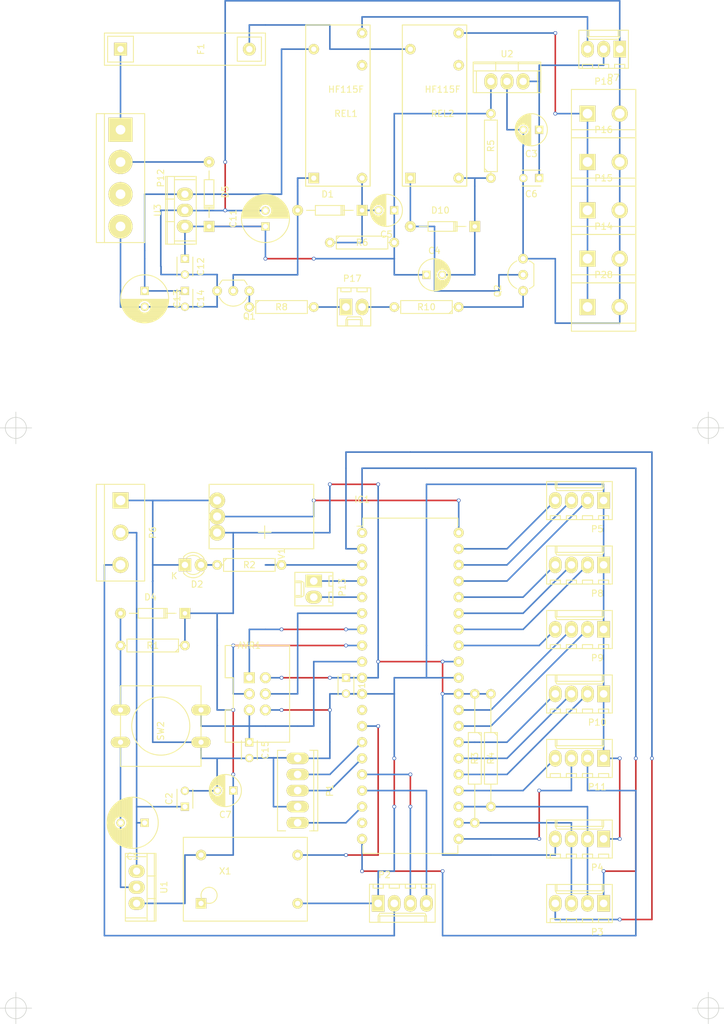
<source format=kicad_pcb>
(kicad_pcb (version 4) (host pcbnew 4.0.2-stable)

  (general
    (links 137)
    (no_connects 4)
    (area 34.33 30.154999 148.55 191.73)
    (thickness 1.6)
    (drawings 4)
    (tracks 445)
    (zones 0)
    (modules 58)
    (nets 55)
  )

  (page A4)
  (layers
    (0 F.Cu signal)
    (31 B.Cu signal)
    (32 B.Adhes user)
    (33 F.Adhes user)
    (34 B.Paste user)
    (35 F.Paste user)
    (36 B.SilkS user)
    (37 F.SilkS user)
    (38 B.Mask user)
    (39 F.Mask user)
    (40 Dwgs.User user)
    (41 Cmts.User user)
    (42 Eco1.User user)
    (43 Eco2.User user)
    (44 Edge.Cuts user)
    (45 Margin user)
    (46 B.CrtYd user)
    (47 F.CrtYd user)
    (48 B.Fab user)
    (49 F.Fab user)
  )

  (setup
    (last_trace_width 0.25)
    (trace_clearance 0.2)
    (zone_clearance 0.508)
    (zone_45_only no)
    (trace_min 0.2)
    (segment_width 0.2)
    (edge_width 0.1)
    (via_size 0.6)
    (via_drill 0.4)
    (via_min_size 0.4)
    (via_min_drill 0.3)
    (uvia_size 0.3)
    (uvia_drill 0.1)
    (uvias_allowed no)
    (uvia_min_size 0.2)
    (uvia_min_drill 0.1)
    (pcb_text_width 0.3)
    (pcb_text_size 1.5 1.5)
    (mod_edge_width 0.15)
    (mod_text_size 1 1)
    (mod_text_width 0.15)
    (pad_size 1.5 1.5)
    (pad_drill 0.6)
    (pad_to_mask_clearance 0)
    (aux_axis_origin 158.75 127)
    (visible_elements 7FFFFFFF)
    (pcbplotparams
      (layerselection 0x00030_80000001)
      (usegerberextensions false)
      (excludeedgelayer true)
      (linewidth 0.100000)
      (plotframeref false)
      (viasonmask false)
      (mode 1)
      (useauxorigin false)
      (hpglpennumber 1)
      (hpglpenspeed 20)
      (hpglpendiameter 15)
      (hpglpenoverlay 2)
      (psnegative false)
      (psa4output false)
      (plotreference true)
      (plotvalue true)
      (plotinvisibletext false)
      (padsonsilk false)
      (subtractmaskfromsilk false)
      (outputformat 1)
      (mirror false)
      (drillshape 1)
      (scaleselection 1)
      (outputdirectory ""))
  )

  (net 0 "")
  (net 1 /MISO)
  (net 2 /+5V)
  (net 3 /SCK)
  (net 4 /MOSI)
  (net 5 /EN2)
  (net 6 GNDPWR)
  (net 7 /RXD0)
  (net 8 /TXD0)
  (net 9 /RXD1)
  (net 10 /TXD1)
  (net 11 /En5)
  (net 12 /CLK5)
  (net 13 /DIR5)
  (net 14 /EN4)
  (net 15 /SCl)
  (net 16 /CLK4)
  (net 17 /DIR4)
  (net 18 /EN3)
  (net 19 /CLK3)
  (net 20 /DIR2)
  (net 21 /CLK2)
  (net 22 /EN1)
  (net 23 /CLK1)
  (net 24 /DIR1)
  (net 25 /ConflictEncoderGND)
  (net 26 /ConflictEncoderVDD)
  (net 27 "Net-(IC1-Pad3)")
  (net 28 "Net-(IC1-Pad40)")
  (net 29 /RST)
  (net 30 /DIR3)
  (net 31 /SDA)
  (net 32 /TAL)
  (net 33 "Net-(Q1-Pad1)")
  (net 34 "Net-(Q2-Pad1)")
  (net 35 "Net-(D10-Pad2)")
  (net 36 "Net-(C11-Pad1)")
  (net 37 /12V)
  (net 38 /24V)
  (net 39 "Net-(F1-Pad2)")
  (net 40 /VDDuC)
  (net 41 /VDDServo)
  (net 42 /VDD_uC)
  (net 43 /VDD_Servo)
  (net 44 "Net-(C13-Pad1)")
  (net 45 "Net-(D1-Pad2)")
  (net 46 "Net-(D2-Pad2)")
  (net 47 "Net-(C5-Pad2)")
  (net 48 "Net-(C4-Pad2)")
  (net 49 /PowerSupplyServo)
  (net 50 /PowerSupplyStepper)
  (net 51 /PowerOnStepper)
  (net 52 /PowerOnServo)
  (net 53 /LoggerTX)
  (net 54 "Net-(P14-Pad1)")

  (net_class Default "Dies ist die voreingestellte Netzklasse."
    (clearance 0.2)
    (trace_width 0.25)
    (via_dia 0.6)
    (via_drill 0.4)
    (uvia_dia 0.3)
    (uvia_drill 0.1)
    (add_net /+5V)
    (add_net /12V)
    (add_net /24V)
    (add_net /CLK1)
    (add_net /CLK2)
    (add_net /CLK3)
    (add_net /CLK4)
    (add_net /CLK5)
    (add_net /ConflictEncoderGND)
    (add_net /ConflictEncoderVDD)
    (add_net /DIR1)
    (add_net /DIR2)
    (add_net /DIR3)
    (add_net /DIR4)
    (add_net /DIR5)
    (add_net /EN1)
    (add_net /EN2)
    (add_net /EN3)
    (add_net /EN4)
    (add_net /En5)
    (add_net /LoggerTX)
    (add_net /MISO)
    (add_net /MOSI)
    (add_net /PowerOnServo)
    (add_net /PowerOnStepper)
    (add_net /PowerSupplyServo)
    (add_net /PowerSupplyStepper)
    (add_net /RST)
    (add_net /RXD0)
    (add_net /RXD1)
    (add_net /SCK)
    (add_net /SCl)
    (add_net /SDA)
    (add_net /TAL)
    (add_net /TXD0)
    (add_net /TXD1)
    (add_net /VDDServo)
    (add_net /VDD_Servo)
    (add_net /VDD_uC)
    (add_net /VDDuC)
    (add_net GNDPWR)
    (add_net "Net-(C11-Pad1)")
    (add_net "Net-(C13-Pad1)")
    (add_net "Net-(C4-Pad2)")
    (add_net "Net-(C5-Pad2)")
    (add_net "Net-(D1-Pad2)")
    (add_net "Net-(D10-Pad2)")
    (add_net "Net-(D2-Pad2)")
    (add_net "Net-(F1-Pad2)")
    (add_net "Net-(IC1-Pad3)")
    (add_net "Net-(IC1-Pad40)")
    (add_net "Net-(P14-Pad1)")
    (add_net "Net-(Q1-Pad1)")
    (add_net "Net-(Q2-Pad1)")
  )

  (module Connectors_Molex:Molex_KK_6410-03 (layer F.Cu) (tedit 56C6219D) (tstamp 577AEDD2)
    (at 132.08 38.1 180)
    (descr "Connector Headers with Friction Lock, 22-27-2031, http://www.molex.com/pdm_docs/sd/022272021_sd.pdf")
    (tags "connector molex kk_6410 22-27-2031")
    (path /577B22DC)
    (fp_text reference P7 (at 1 -4.5 180) (layer F.SilkS)
      (effects (font (size 1 1) (thickness 0.15)))
    )
    (fp_text value "Power Out uC Servo" (at 2.54 4.5 180) (layer F.Fab)
      (effects (font (size 1 1) (thickness 0.15)))
    )
    (fp_line (start -1.37 -3.02) (end -1.37 2.98) (layer F.SilkS) (width 0.15))
    (fp_line (start -1.37 2.98) (end 6.45 2.98) (layer F.SilkS) (width 0.15))
    (fp_line (start 6.45 2.98) (end 6.45 -3.02) (layer F.SilkS) (width 0.15))
    (fp_line (start 6.45 -3.02) (end -1.37 -3.02) (layer F.SilkS) (width 0.15))
    (fp_line (start 0 2.98) (end 0 1.98) (layer F.SilkS) (width 0.15))
    (fp_line (start 0 1.98) (end 5.08 1.98) (layer F.SilkS) (width 0.15))
    (fp_line (start 5.08 1.98) (end 5.08 2.98) (layer F.SilkS) (width 0.15))
    (fp_line (start 0 1.98) (end 0.25 1.55) (layer F.SilkS) (width 0.15))
    (fp_line (start 0.25 1.55) (end 4.83 1.55) (layer F.SilkS) (width 0.15))
    (fp_line (start 4.83 1.55) (end 5.08 1.98) (layer F.SilkS) (width 0.15))
    (fp_line (start 0.25 2.98) (end 0.25 1.98) (layer F.SilkS) (width 0.15))
    (fp_line (start 4.83 2.98) (end 4.83 1.98) (layer F.SilkS) (width 0.15))
    (fp_line (start -0.8 -3.02) (end -0.8 -2.4) (layer F.SilkS) (width 0.15))
    (fp_line (start -0.8 -2.4) (end 0.8 -2.4) (layer F.SilkS) (width 0.15))
    (fp_line (start 0.8 -2.4) (end 0.8 -3.02) (layer F.SilkS) (width 0.15))
    (fp_line (start 1.74 -3.02) (end 1.74 -2.4) (layer F.SilkS) (width 0.15))
    (fp_line (start 1.74 -2.4) (end 3.34 -2.4) (layer F.SilkS) (width 0.15))
    (fp_line (start 3.34 -2.4) (end 3.34 -3.02) (layer F.SilkS) (width 0.15))
    (fp_line (start 4.28 -3.02) (end 4.28 -2.4) (layer F.SilkS) (width 0.15))
    (fp_line (start 4.28 -2.4) (end 5.88 -2.4) (layer F.SilkS) (width 0.15))
    (fp_line (start 5.88 -2.4) (end 5.88 -3.02) (layer F.SilkS) (width 0.15))
    (fp_line (start -1.9 3.5) (end -1.9 -3.55) (layer F.CrtYd) (width 0.05))
    (fp_line (start -1.9 -3.55) (end 7 -3.55) (layer F.CrtYd) (width 0.05))
    (fp_line (start 7 -3.55) (end 7 3.5) (layer F.CrtYd) (width 0.05))
    (fp_line (start 7 3.5) (end -1.9 3.5) (layer F.CrtYd) (width 0.05))
    (pad 1 thru_hole rect (at 0 0 180) (size 2 2.6) (drill 1.2) (layers *.Cu *.Mask F.SilkS)
      (net 6 GNDPWR))
    (pad 2 thru_hole oval (at 2.54 0 180) (size 2 2.6) (drill 1.2) (layers *.Cu *.Mask F.SilkS)
      (net 42 /VDD_uC))
    (pad 3 thru_hole oval (at 5.08 0 180) (size 2 2.6) (drill 1.2) (layers *.Cu *.Mask F.SilkS)
      (net 43 /VDD_Servo))
  )

  (module BotController:AVR-ISP-6 (layer F.Cu) (tedit 576E46A7) (tstamp 57718BA4)
    (at 73.66 137.16)
    (descr "Through hole pin header")
    (tags "pin header")
    (path /50E5677B)
    (fp_text reference AVR1 (at 0 -5.1) (layer F.SilkS)
      (effects (font (size 1 1) (thickness 0.15)))
    )
    (fp_text value AVR-ISP-6 (at 0 -3.1) (layer F.Fab)
      (effects (font (size 1 1) (thickness 0.15)))
    )
    (fp_line (start -3.81 -5.08) (end -3.81 0) (layer F.SilkS) (width 0.15))
    (fp_line (start -3.81 0) (end -2.54 0) (layer F.SilkS) (width 0.15))
    (fp_line (start -2.54 0) (end -2.54 5.08) (layer F.SilkS) (width 0.15))
    (fp_line (start -2.54 5.08) (end -3.81 5.08) (layer F.SilkS) (width 0.15))
    (fp_line (start -3.81 5.08) (end -3.81 10.16) (layer F.SilkS) (width 0.15))
    (fp_line (start 6.35 -5.08) (end 6.35 10.16) (layer F.SilkS) (width 0.15))
    (fp_line (start 6.35 10.16) (end -3.81 10.16) (layer F.SilkS) (width 0.15))
    (fp_line (start -3.81 5.08) (end -2.54 5.08) (layer F.SilkS) (width 0.15))
    (fp_line (start -2.54 0) (end -3.81 0) (layer F.SilkS) (width 0.15))
    (fp_line (start -3.81 -5.08) (end 6.35 -5.08) (layer F.SilkS) (width 0.15))
    (fp_text user GND (at 2.54 5.08) (layer F.SilkS)
      (effects (font (size 0.2 0.2) (thickness 0.05)))
    )
    (fp_text user RST (at 0 5.08) (layer F.SilkS)
      (effects (font (size 0.2 0.2) (thickness 0.05)))
    )
    (fp_text user MOSI (at 2.54 2.54) (layer F.SilkS)
      (effects (font (size 0.2 0.2) (thickness 0.05)))
    )
    (fp_text user SCk (at 0 2.54) (layer F.SilkS)
      (effects (font (size 0.2 0.2) (thickness 0.05)))
    )
    (fp_text user VDD (at 2.54 0) (layer F.SilkS)
      (effects (font (size 0.2 0.2) (thickness 0.05)))
    )
    (fp_text user MISO (at 0 0) (layer F.SilkS)
      (effects (font (size 0.2 0.2) (thickness 0.05)))
    )
    (fp_line (start -1.75 -1.75) (end -1.75 6.85) (layer F.CrtYd) (width 0.05))
    (fp_line (start 4.3 -1.75) (end 4.3 6.85) (layer F.CrtYd) (width 0.05))
    (fp_line (start -1.75 -1.75) (end 4.3 -1.75) (layer F.CrtYd) (width 0.05))
    (fp_line (start -1.75 6.85) (end 4.3 6.85) (layer F.CrtYd) (width 0.05))
    (pad 1 thru_hole rect (at 0 0) (size 1.7272 1.7272) (drill 1.016) (layers *.Cu *.Mask F.SilkS)
      (net 1 /MISO))
    (pad 2 thru_hole oval (at 2.54 0) (size 1.7272 1.7272) (drill 1.016) (layers *.Cu *.Mask F.SilkS)
      (net 2 /+5V))
    (pad 3 thru_hole oval (at 0 2.54) (size 1.7272 1.7272) (drill 1.016) (layers *.Cu *.Mask F.SilkS)
      (net 3 /SCK))
    (pad 4 thru_hole oval (at 2.54 2.54) (size 1.7272 1.7272) (drill 1.016) (layers *.Cu *.Mask F.SilkS)
      (net 4 /MOSI))
    (pad 5 thru_hole oval (at 0 5.08) (size 1.7272 1.7272) (drill 1.016) (layers *.Cu *.Mask F.SilkS)
      (net 29 /RST))
    (pad 6 thru_hole oval (at 2.54 5.08) (size 1.7272 1.7272) (drill 1.016) (layers *.Cu *.Mask F.SilkS)
      (net 6 GNDPWR))
    (model Pin_Headers.3dshapes/Pin_Header_Straight_2x03.wrl
      (at (xyz 0.05 -0.1 0))
      (scale (xyz 1 1 1))
      (rotate (xyz 0 0 90))
    )
  )

  (module BotController:FUSE_HOLDER (layer F.Cu) (tedit 578A7036) (tstamp 578A71B0)
    (at 73.66 38.1 90)
    (descr "Through hole pin header")
    (tags "pin header")
    (path /577CA69C)
    (fp_text reference F1 (at 0 -7.64 90) (layer F.SilkS)
      (effects (font (size 1 1) (thickness 0.15)))
    )
    (fp_text value FUSE (at 0 -5.64 90) (layer F.Fab)
      (effects (font (size 1 1) (thickness 0.15)))
    )
    (fp_line (start -2.032 -22.352) (end -2.032 -18.288) (layer F.SilkS) (width 0.15))
    (fp_line (start -2.032 -18.288) (end 2.032 -18.288) (layer F.SilkS) (width 0.15))
    (fp_line (start 2.032 -18.288) (end 2.032 -22.352) (layer F.SilkS) (width 0.15))
    (fp_line (start 2.032 -22.352) (end -2.032 -22.352) (layer F.SilkS) (width 0.15))
    (fp_line (start 2.54 2.54) (end 2.54 -22.86) (layer F.SilkS) (width 0.15))
    (fp_line (start 2.54 -22.86) (end -2.54 -22.86) (layer F.SilkS) (width 0.15))
    (fp_line (start -2.54 -22.86) (end -2.54 2.54) (layer F.SilkS) (width 0.15))
    (fp_line (start -2.54 2.54) (end 2.54 2.54) (layer F.SilkS) (width 0.15))
    (fp_line (start -1.905 1.27) (end -1.905 -1.905) (layer F.SilkS) (width 0.15))
    (fp_line (start -1.905 -1.905) (end 1.905 -1.905) (layer F.SilkS) (width 0.15))
    (fp_line (start 1.905 -1.905) (end 1.905 1.905) (layer F.SilkS) (width 0.15))
    (fp_line (start 1.905 1.905) (end -1.905 1.905) (layer F.SilkS) (width 0.15))
    (fp_line (start -1.905 1.905) (end -1.905 1.27) (layer F.SilkS) (width 0.15))
    (pad 1 thru_hole rect (at 0 -20.32 90) (size 2.032 2.032) (drill 1.016) (layers *.Cu *.Mask F.SilkS)
      (net 38 /24V))
    (pad 2 thru_hole oval (at 0 0 90) (size 2.032 2.032) (drill 1.016) (layers *.Cu *.Mask F.SilkS)
      (net 39 "Net-(F1-Pad2)"))
    (model Pin_Headers.3dshapes/Pin_Header_Straight_1x02.wrl
      (at (xyz 0 -0.05 0))
      (scale (xyz 1 1 1))
      (rotate (xyz 0 0 90))
    )
  )

  (module Capacitors_ThroughHole:C_Radial_D7.5_L11.2_P2.5 (layer F.Cu) (tedit 0) (tstamp 577A62D3)
    (at 76.2 66.04 90)
    (descr "Radial Electrolytic Capacitor Diameter 7.5mm x Length 11.2mm, Pitch 2.5mm")
    (tags "Electrolytic Capacitor")
    (path /577CA6A7)
    (fp_text reference C11 (at 1.25 -5.1 90) (layer F.SilkS)
      (effects (font (size 1 1) (thickness 0.15)))
    )
    (fp_text value 2200uF (at 1.25 5.1 90) (layer F.Fab)
      (effects (font (size 1 1) (thickness 0.15)))
    )
    (fp_line (start 1.325 -3.749) (end 1.325 3.749) (layer F.SilkS) (width 0.15))
    (fp_line (start 1.465 -3.744) (end 1.465 3.744) (layer F.SilkS) (width 0.15))
    (fp_line (start 1.605 -3.733) (end 1.605 -0.446) (layer F.SilkS) (width 0.15))
    (fp_line (start 1.605 0.446) (end 1.605 3.733) (layer F.SilkS) (width 0.15))
    (fp_line (start 1.745 -3.717) (end 1.745 -0.656) (layer F.SilkS) (width 0.15))
    (fp_line (start 1.745 0.656) (end 1.745 3.717) (layer F.SilkS) (width 0.15))
    (fp_line (start 1.885 -3.696) (end 1.885 -0.789) (layer F.SilkS) (width 0.15))
    (fp_line (start 1.885 0.789) (end 1.885 3.696) (layer F.SilkS) (width 0.15))
    (fp_line (start 2.025 -3.669) (end 2.025 -0.88) (layer F.SilkS) (width 0.15))
    (fp_line (start 2.025 0.88) (end 2.025 3.669) (layer F.SilkS) (width 0.15))
    (fp_line (start 2.165 -3.637) (end 2.165 -0.942) (layer F.SilkS) (width 0.15))
    (fp_line (start 2.165 0.942) (end 2.165 3.637) (layer F.SilkS) (width 0.15))
    (fp_line (start 2.305 -3.599) (end 2.305 -0.981) (layer F.SilkS) (width 0.15))
    (fp_line (start 2.305 0.981) (end 2.305 3.599) (layer F.SilkS) (width 0.15))
    (fp_line (start 2.445 -3.555) (end 2.445 -0.998) (layer F.SilkS) (width 0.15))
    (fp_line (start 2.445 0.998) (end 2.445 3.555) (layer F.SilkS) (width 0.15))
    (fp_line (start 2.585 -3.504) (end 2.585 -0.996) (layer F.SilkS) (width 0.15))
    (fp_line (start 2.585 0.996) (end 2.585 3.504) (layer F.SilkS) (width 0.15))
    (fp_line (start 2.725 -3.448) (end 2.725 -0.974) (layer F.SilkS) (width 0.15))
    (fp_line (start 2.725 0.974) (end 2.725 3.448) (layer F.SilkS) (width 0.15))
    (fp_line (start 2.865 -3.384) (end 2.865 -0.931) (layer F.SilkS) (width 0.15))
    (fp_line (start 2.865 0.931) (end 2.865 3.384) (layer F.SilkS) (width 0.15))
    (fp_line (start 3.005 -3.314) (end 3.005 -0.863) (layer F.SilkS) (width 0.15))
    (fp_line (start 3.005 0.863) (end 3.005 3.314) (layer F.SilkS) (width 0.15))
    (fp_line (start 3.145 -3.236) (end 3.145 -0.764) (layer F.SilkS) (width 0.15))
    (fp_line (start 3.145 0.764) (end 3.145 3.236) (layer F.SilkS) (width 0.15))
    (fp_line (start 3.285 -3.15) (end 3.285 -0.619) (layer F.SilkS) (width 0.15))
    (fp_line (start 3.285 0.619) (end 3.285 3.15) (layer F.SilkS) (width 0.15))
    (fp_line (start 3.425 -3.055) (end 3.425 -0.38) (layer F.SilkS) (width 0.15))
    (fp_line (start 3.425 0.38) (end 3.425 3.055) (layer F.SilkS) (width 0.15))
    (fp_line (start 3.565 -2.95) (end 3.565 2.95) (layer F.SilkS) (width 0.15))
    (fp_line (start 3.705 -2.835) (end 3.705 2.835) (layer F.SilkS) (width 0.15))
    (fp_line (start 3.845 -2.707) (end 3.845 2.707) (layer F.SilkS) (width 0.15))
    (fp_line (start 3.985 -2.566) (end 3.985 2.566) (layer F.SilkS) (width 0.15))
    (fp_line (start 4.125 -2.408) (end 4.125 2.408) (layer F.SilkS) (width 0.15))
    (fp_line (start 4.265 -2.23) (end 4.265 2.23) (layer F.SilkS) (width 0.15))
    (fp_line (start 4.405 -2.027) (end 4.405 2.027) (layer F.SilkS) (width 0.15))
    (fp_line (start 4.545 -1.79) (end 4.545 1.79) (layer F.SilkS) (width 0.15))
    (fp_line (start 4.685 -1.504) (end 4.685 1.504) (layer F.SilkS) (width 0.15))
    (fp_line (start 4.825 -1.132) (end 4.825 1.132) (layer F.SilkS) (width 0.15))
    (fp_line (start 4.965 -0.511) (end 4.965 0.511) (layer F.SilkS) (width 0.15))
    (fp_circle (center 2.5 0) (end 2.5 -1) (layer F.SilkS) (width 0.15))
    (fp_circle (center 1.25 0) (end 1.25 -3.7875) (layer F.SilkS) (width 0.15))
    (fp_circle (center 1.25 0) (end 1.25 -4.1) (layer F.CrtYd) (width 0.05))
    (pad 2 thru_hole circle (at 2.5 0 90) (size 1.3 1.3) (drill 0.8) (layers *.Cu *.Mask F.SilkS)
      (net 6 GNDPWR))
    (pad 1 thru_hole rect (at 0 0 90) (size 1.3 1.3) (drill 0.8) (layers *.Cu *.Mask F.SilkS)
      (net 36 "Net-(C11-Pad1)"))
    (model Capacitors_ThroughHole.3dshapes/C_Radial_D7.5_L11.2_P2.5.wrl
      (at (xyz 0 0 0))
      (scale (xyz 1 1 1))
      (rotate (xyz 0 0 0))
    )
  )

  (module BotController:RELAIS_HF115F (layer F.Cu) (tedit 578A691F) (tstamp 578A6A11)
    (at 88.9 58.42)
    (descr "RELAIS HF115F")
    (tags oscillator)
    (path /577CA6AA)
    (fp_text reference REL1 (at 0 -10.16) (layer F.SilkS)
      (effects (font (size 1 1) (thickness 0.15)))
    )
    (fp_text value Relay_1xON (at -1.27 -6.35) (layer F.Fab)
      (effects (font (size 1 1) (thickness 0.15)))
    )
    (fp_text user HF115F (at 0 -13.97) (layer F.SilkS)
      (effects (font (size 1 1) (thickness 0.15)))
    )
    (fp_line (start 3.81 -24.13) (end -6.35 -24.13) (layer F.SilkS) (width 0.15))
    (fp_line (start -6.35 -24.13) (end -6.35 1.27) (layer F.SilkS) (width 0.15))
    (fp_line (start -6.35 1.27) (end 3.81 1.27) (layer F.SilkS) (width 0.15))
    (fp_line (start 3.81 1.27) (end 3.81 -24.13) (layer F.SilkS) (width 0.15))
    (fp_line (start -6.35 -20.32) (end -6.35 1.27) (layer F.SilkS) (width 0.15))
    (fp_line (start -6.35 1.27) (end 3.81 1.27) (layer F.SilkS) (width 0.15))
    (fp_line (start 3.81 1.27) (end 3.81 -20.32) (layer F.SilkS) (width 0.15))
    (pad 5 thru_hole circle (at 2.54 -17.78) (size 1.651 1.651) (drill 0.8128) (layers *.Cu *.Mask F.SilkS))
    (pad 1 thru_hole rect (at -5.08 0) (size 1.651 1.651) (drill 0.8128) (layers *.Cu *.Mask F.SilkS)
      (net 45 "Net-(D1-Pad2)"))
    (pad 3 thru_hole circle (at -5.08 -20.32) (size 1.651 1.651) (drill 0.8128) (layers *.Cu *.Mask F.SilkS)
      (net 44 "Net-(C13-Pad1)"))
    (pad 4 thru_hole circle (at 2.54 -22.86) (size 1.651 1.651) (drill 0.8128) (layers *.Cu *.Mask F.SilkS)
      (net 43 /VDD_Servo))
    (pad 2 thru_hole circle (at 2.54 0) (size 1.651 1.651) (drill 0.8128) (layers *.Cu *.Mask F.SilkS)
      (net 47 "Net-(C5-Pad2)"))
    (model Oscillators.3dshapes/OSC_DIP8.wrl
      (at (xyz 0 0 0))
      (scale (xyz 1 1 1))
      (rotate (xyz 0 0 0))
    )
  )

  (module BotController:OSC_DIP14 (layer F.Cu) (tedit 576CF3A4) (tstamp 576CF8B5)
    (at 69.85 168.91)
    (descr "Oscillator - size of DIP14")
    (tags oscillator)
    (path /577C2B91)
    (fp_text reference X1 (at 0 -1.27) (layer F.SilkS)
      (effects (font (size 1 1) (thickness 0.15)))
    )
    (fp_text value QUARZ_OSSCILATOR (at 0 1.27) (layer F.Fab)
      (effects (font (size 1 1) (thickness 0.15)))
    )
    (fp_circle (center -2.54 2.54) (end -1.27 2.54) (layer F.SilkS) (width 0.15))
    (fp_line (start -6.604 6.604) (end -6.604 -6.604) (layer F.SilkS) (width 0.15))
    (fp_line (start 12.954 6.604) (end -6.604 6.604) (layer F.SilkS) (width 0.15))
    (fp_line (start -6.604 -6.604) (end 12.954 -6.604) (layer F.SilkS) (width 0.15))
    (fp_line (start 12.954 -6.604) (end 12.954 6.604) (layer F.SilkS) (width 0.15))
    (pad NC thru_hole rect (at -3.81 3.81) (size 1.651 1.651) (drill 0.8128) (layers *.Cu *.Mask F.SilkS))
    (pad 14 thru_hole circle (at -3.81 -3.81) (size 1.651 1.651) (drill 0.8128) (layers *.Cu *.Mask F.SilkS)
      (net 2 /+5V))
    (pad 8 thru_hole circle (at 11.43 -3.81) (size 1.651 1.651) (drill 0.8128) (layers *.Cu *.Mask F.SilkS)
      (net 32 /TAL))
    (pad 7 thru_hole circle (at 11.43 3.81) (size 1.651 1.651) (drill 0.8128) (layers *.Cu *.Mask F.SilkS)
      (net 6 GNDPWR))
    (model Oscillators.3dshapes/OSC_DIP8.wrl
      (at (xyz 0 0 0))
      (scale (xyz 1 1 1))
      (rotate (xyz 0 0 0))
    )
  )

  (module Capacitors_ThroughHole:C_Disc_D3_P2.5 (layer F.Cu) (tedit 0) (tstamp 576C55F7)
    (at 88.9 137.16 270)
    (descr "Capacitor 3mm Disc, Pitch 2.5mm")
    (tags Capacitor)
    (path /50E7F8BE)
    (fp_text reference C16 (at 1.25 -2.5 270) (layer F.SilkS)
      (effects (font (size 1 1) (thickness 0.15)))
    )
    (fp_text value 100nF (at 1.25 2.5 270) (layer F.Fab)
      (effects (font (size 1 1) (thickness 0.15)))
    )
    (fp_line (start -0.9 -1.5) (end 3.4 -1.5) (layer F.CrtYd) (width 0.05))
    (fp_line (start 3.4 -1.5) (end 3.4 1.5) (layer F.CrtYd) (width 0.05))
    (fp_line (start 3.4 1.5) (end -0.9 1.5) (layer F.CrtYd) (width 0.05))
    (fp_line (start -0.9 1.5) (end -0.9 -1.5) (layer F.CrtYd) (width 0.05))
    (fp_line (start -0.25 -1.25) (end 2.75 -1.25) (layer F.SilkS) (width 0.15))
    (fp_line (start 2.75 1.25) (end -0.25 1.25) (layer F.SilkS) (width 0.15))
    (pad 1 thru_hole rect (at 0 0 270) (size 1.3 1.3) (drill 0.8) (layers *.Cu *.Mask F.SilkS)
      (net 2 /+5V))
    (pad 2 thru_hole circle (at 2.5 0 270) (size 1.3 1.3) (drill 0.8001) (layers *.Cu *.Mask F.SilkS)
      (net 6 GNDPWR))
    (model Capacitors_ThroughHole.3dshapes/C_Disc_D3_P2.5.wrl
      (at (xyz 0.0492126 0 0))
      (scale (xyz 1 1 1))
      (rotate (xyz 0 0 0))
    )
  )

  (module Capacitors_ThroughHole:C_Disc_D3_P2.5 (layer F.Cu) (tedit 0) (tstamp 576C55EB)
    (at 73.66 147.32 270)
    (descr "Capacitor 3mm Disc, Pitch 2.5mm")
    (tags Capacitor)
    (path /50E5D492)
    (fp_text reference C15 (at 1.25 -2.5 270) (layer F.SilkS)
      (effects (font (size 1 1) (thickness 0.15)))
    )
    (fp_text value 100nF (at 1.25 2.5 270) (layer F.Fab)
      (effects (font (size 1 1) (thickness 0.15)))
    )
    (fp_line (start -0.9 -1.5) (end 3.4 -1.5) (layer F.CrtYd) (width 0.05))
    (fp_line (start 3.4 -1.5) (end 3.4 1.5) (layer F.CrtYd) (width 0.05))
    (fp_line (start 3.4 1.5) (end -0.9 1.5) (layer F.CrtYd) (width 0.05))
    (fp_line (start -0.9 1.5) (end -0.9 -1.5) (layer F.CrtYd) (width 0.05))
    (fp_line (start -0.25 -1.25) (end 2.75 -1.25) (layer F.SilkS) (width 0.15))
    (fp_line (start 2.75 1.25) (end -0.25 1.25) (layer F.SilkS) (width 0.15))
    (pad 1 thru_hole rect (at 0 0 270) (size 1.3 1.3) (drill 0.8) (layers *.Cu *.Mask F.SilkS)
      (net 29 /RST))
    (pad 2 thru_hole circle (at 2.5 0 270) (size 1.3 1.3) (drill 0.8001) (layers *.Cu *.Mask F.SilkS)
      (net 6 GNDPWR))
    (model Capacitors_ThroughHole.3dshapes/C_Disc_D3_P2.5.wrl
      (at (xyz 0.0492126 0 0))
      (scale (xyz 1 1 1))
      (rotate (xyz 0 0 0))
    )
  )

  (module LEDs:LED-3MM (layer F.Cu) (tedit 559B82F6) (tstamp 576C561C)
    (at 63.5 119.38)
    (descr "LED 3mm round vertical")
    (tags "LED  3mm round vertical")
    (path /577C1DF8)
    (fp_text reference D2 (at 1.91 3.06) (layer F.SilkS)
      (effects (font (size 1 1) (thickness 0.15)))
    )
    (fp_text value LED (at 1.3 -2.9) (layer F.Fab)
      (effects (font (size 1 1) (thickness 0.15)))
    )
    (fp_line (start -1.2 2.3) (end 3.8 2.3) (layer F.CrtYd) (width 0.05))
    (fp_line (start 3.8 2.3) (end 3.8 -2.2) (layer F.CrtYd) (width 0.05))
    (fp_line (start 3.8 -2.2) (end -1.2 -2.2) (layer F.CrtYd) (width 0.05))
    (fp_line (start -1.2 -2.2) (end -1.2 2.3) (layer F.CrtYd) (width 0.05))
    (fp_line (start -0.199 1.314) (end -0.199 1.114) (layer F.SilkS) (width 0.15))
    (fp_line (start -0.199 -1.28) (end -0.199 -1.1) (layer F.SilkS) (width 0.15))
    (fp_arc (start 1.301 0.034) (end -0.199 -1.286) (angle 108.5) (layer F.SilkS) (width 0.15))
    (fp_arc (start 1.301 0.034) (end 0.25 -1.1) (angle 85.7) (layer F.SilkS) (width 0.15))
    (fp_arc (start 1.311 0.034) (end 3.051 0.994) (angle 110) (layer F.SilkS) (width 0.15))
    (fp_arc (start 1.301 0.034) (end 2.335 1.094) (angle 87.5) (layer F.SilkS) (width 0.15))
    (fp_text user K (at -1.69 1.74) (layer F.SilkS)
      (effects (font (size 1 1) (thickness 0.15)))
    )
    (pad 1 thru_hole rect (at 0 0 90) (size 2 2) (drill 1.00076) (layers *.Cu *.Mask F.SilkS)
      (net 6 GNDPWR))
    (pad 2 thru_hole circle (at 2.54 0) (size 2 2) (drill 1.00076) (layers *.Cu *.Mask F.SilkS)
      (net 46 "Net-(D2-Pad2)"))
    (model LEDs.3dshapes/LED-3MM.wrl
      (at (xyz 0.05 0 0))
      (scale (xyz 1 1 1))
      (rotate (xyz 0 0 90))
    )
  )

  (module Buttons_Switches_ThroughHole:SW_PUSH-12mm (layer F.Cu) (tedit 578A9EC5) (tstamp 576C57B4)
    (at 59.69 144.78 180)
    (path /50E56802)
    (fp_text reference SW2 (at 0 -0.762 270) (layer F.SilkS)
      (effects (font (size 1 1) (thickness 0.15)))
    )
    (fp_text value reset (at 0 1.016 180) (layer F.Fab)
      (effects (font (size 1 1) (thickness 0.15)))
    )
    (fp_circle (center 0 0) (end 3.81 2.54) (layer F.SilkS) (width 0.15))
    (fp_line (start -6.35 -6.35) (end 6.35 -6.35) (layer F.SilkS) (width 0.15))
    (fp_line (start 6.35 -6.35) (end 6.35 6.35) (layer F.SilkS) (width 0.15))
    (fp_line (start 6.35 6.35) (end -6.35 6.35) (layer F.SilkS) (width 0.15))
    (fp_line (start -6.35 6.35) (end -6.35 -6.35) (layer F.SilkS) (width 0.15))
    (pad 1 thru_hole oval (at 6.35 -2.54 180) (size 3.048 1.7272) (drill 0.8128) (layers *.Cu *.Mask F.SilkS)
      (net 6 GNDPWR))
    (pad 2 thru_hole oval (at 6.35 2.54 180) (size 3.048 1.7272) (drill 0.8128) (layers *.Cu *.Mask F.SilkS)
      (net 29 /RST))
    (pad 1 thru_hole oval (at -6.35 -2.54 180) (size 3.048 1.7272) (drill 0.8128) (layers *.Cu *.Mask F.SilkS)
      (net 6 GNDPWR))
    (pad 2 thru_hole oval (at -6.35 2.54 180) (size 3.048 1.7272) (drill 0.8128) (layers *.Cu *.Mask F.SilkS)
      (net 29 /RST))
    (model Buttons_Switches_ThroughHole.3dshapes/SW_PUSH-12mm.wrl
      (at (xyz 0 0 0))
      (scale (xyz 4 4 4))
      (rotate (xyz 0 0 0))
    )
  )

  (module Discret:R4 (layer F.Cu) (tedit 57927D41) (tstamp 576C5736)
    (at 58.42 132.08 180)
    (descr "Resitance 4 pas")
    (tags R)
    (path /50B25329)
    (fp_text reference R1 (at 0 0 180) (layer F.SilkS)
      (effects (font (size 1 1) (thickness 0.15)))
    )
    (fp_text value 10K (at 0 -1.27 180) (layer F.Fab)
      (effects (font (size 1 1) (thickness 0.15)))
    )
    (fp_line (start -5.08 0) (end -4.064 0) (layer F.SilkS) (width 0.15))
    (fp_line (start -4.064 0) (end -4.064 -1.016) (layer F.SilkS) (width 0.15))
    (fp_line (start -4.064 -1.016) (end 4.064 -1.016) (layer F.SilkS) (width 0.15))
    (fp_line (start 4.064 -1.016) (end 4.064 1.016) (layer F.SilkS) (width 0.15))
    (fp_line (start 4.064 1.016) (end -4.064 1.016) (layer F.SilkS) (width 0.15))
    (fp_line (start -4.064 1.016) (end -4.064 0) (layer F.SilkS) (width 0.15))
    (fp_line (start -4.064 -0.508) (end -3.556 -1.016) (layer F.SilkS) (width 0.15))
    (fp_line (start 5.08 0) (end 4.064 0) (layer F.SilkS) (width 0.15))
    (pad 1 thru_hole circle (at -5.08 0 180) (size 1.524 1.524) (drill 0.8128) (layers *.Cu *.Mask F.SilkS)
      (net 2 /+5V))
    (pad 2 thru_hole circle (at 5.08 0 180) (size 1.524 1.524) (drill 0.8128) (layers *.Cu *.Mask F.SilkS)
      (net 29 /RST))
    (model Discret.3dshapes/R4.wrl
      (at (xyz 0 0 0))
      (scale (xyz 0.4 0.4 0.4))
      (rotate (xyz 0 0 0))
    )
  )

  (module Discret:R4 (layer F.Cu) (tedit 57927D3B) (tstamp 576D00CD)
    (at 73.66 119.38)
    (descr "Resitance 4 pas")
    (tags R)
    (path /57251FC4)
    (fp_text reference R2 (at 0 0) (layer F.SilkS)
      (effects (font (size 1 1) (thickness 0.15)))
    )
    (fp_text value 1K (at 0 2.54) (layer F.Fab)
      (effects (font (size 1 1) (thickness 0.15)))
    )
    (fp_line (start -5.08 0) (end -4.064 0) (layer F.SilkS) (width 0.15))
    (fp_line (start -4.064 0) (end -4.064 -1.016) (layer F.SilkS) (width 0.15))
    (fp_line (start -4.064 -1.016) (end 4.064 -1.016) (layer F.SilkS) (width 0.15))
    (fp_line (start 4.064 -1.016) (end 4.064 1.016) (layer F.SilkS) (width 0.15))
    (fp_line (start 4.064 1.016) (end -4.064 1.016) (layer F.SilkS) (width 0.15))
    (fp_line (start -4.064 1.016) (end -4.064 0) (layer F.SilkS) (width 0.15))
    (fp_line (start -4.064 -0.508) (end -3.556 -1.016) (layer F.SilkS) (width 0.15))
    (fp_line (start 5.08 0) (end 4.064 0) (layer F.SilkS) (width 0.15))
    (pad 1 thru_hole circle (at -5.08 0) (size 1.524 1.524) (drill 0.8128) (layers *.Cu *.Mask F.SilkS)
      (net 46 "Net-(D2-Pad2)"))
    (pad 2 thru_hole circle (at 5.08 0) (size 1.524 1.524) (drill 0.8128) (layers *.Cu *.Mask F.SilkS)
      (net 27 "Net-(IC1-Pad3)"))
    (model Discret.3dshapes/R4.wrl
      (at (xyz 0 0 0))
      (scale (xyz 0.4 0.4 0.4))
      (rotate (xyz 0 0 0))
    )
  )

  (module Capacitors_ThroughHole:C_Radial_D8_L13_P3.8 (layer F.Cu) (tedit 0) (tstamp 577184CA)
    (at 57.15 160.02 180)
    (descr "Radial Electrolytic Capacitor Diameter 8mm x Length 13mm, Pitch 3.8mm")
    (tags "Electrolytic Capacitor")
    (path /576C5164)
    (fp_text reference C1 (at 1.9 -5.3 180) (layer F.SilkS)
      (effects (font (size 1 1) (thickness 0.15)))
    )
    (fp_text value 100uF (at 1.9 5.3 180) (layer F.Fab)
      (effects (font (size 1 1) (thickness 0.15)))
    )
    (fp_line (start 1.975 -3.999) (end 1.975 3.999) (layer F.SilkS) (width 0.15))
    (fp_line (start 2.115 -3.994) (end 2.115 3.994) (layer F.SilkS) (width 0.15))
    (fp_line (start 2.255 -3.984) (end 2.255 3.984) (layer F.SilkS) (width 0.15))
    (fp_line (start 2.395 -3.969) (end 2.395 3.969) (layer F.SilkS) (width 0.15))
    (fp_line (start 2.535 -3.949) (end 2.535 3.949) (layer F.SilkS) (width 0.15))
    (fp_line (start 2.675 -3.924) (end 2.675 3.924) (layer F.SilkS) (width 0.15))
    (fp_line (start 2.815 -3.894) (end 2.815 -0.173) (layer F.SilkS) (width 0.15))
    (fp_line (start 2.815 0.173) (end 2.815 3.894) (layer F.SilkS) (width 0.15))
    (fp_line (start 2.955 -3.858) (end 2.955 -0.535) (layer F.SilkS) (width 0.15))
    (fp_line (start 2.955 0.535) (end 2.955 3.858) (layer F.SilkS) (width 0.15))
    (fp_line (start 3.095 -3.817) (end 3.095 -0.709) (layer F.SilkS) (width 0.15))
    (fp_line (start 3.095 0.709) (end 3.095 3.817) (layer F.SilkS) (width 0.15))
    (fp_line (start 3.235 -3.771) (end 3.235 -0.825) (layer F.SilkS) (width 0.15))
    (fp_line (start 3.235 0.825) (end 3.235 3.771) (layer F.SilkS) (width 0.15))
    (fp_line (start 3.375 -3.718) (end 3.375 -0.905) (layer F.SilkS) (width 0.15))
    (fp_line (start 3.375 0.905) (end 3.375 3.718) (layer F.SilkS) (width 0.15))
    (fp_line (start 3.515 -3.659) (end 3.515 -0.959) (layer F.SilkS) (width 0.15))
    (fp_line (start 3.515 0.959) (end 3.515 3.659) (layer F.SilkS) (width 0.15))
    (fp_line (start 3.655 -3.594) (end 3.655 -0.989) (layer F.SilkS) (width 0.15))
    (fp_line (start 3.655 0.989) (end 3.655 3.594) (layer F.SilkS) (width 0.15))
    (fp_line (start 3.795 -3.523) (end 3.795 -1) (layer F.SilkS) (width 0.15))
    (fp_line (start 3.795 1) (end 3.795 3.523) (layer F.SilkS) (width 0.15))
    (fp_line (start 3.935 -3.444) (end 3.935 -0.991) (layer F.SilkS) (width 0.15))
    (fp_line (start 3.935 0.991) (end 3.935 3.444) (layer F.SilkS) (width 0.15))
    (fp_line (start 4.075 -3.357) (end 4.075 -0.961) (layer F.SilkS) (width 0.15))
    (fp_line (start 4.075 0.961) (end 4.075 3.357) (layer F.SilkS) (width 0.15))
    (fp_line (start 4.215 -3.262) (end 4.215 -0.91) (layer F.SilkS) (width 0.15))
    (fp_line (start 4.215 0.91) (end 4.215 3.262) (layer F.SilkS) (width 0.15))
    (fp_line (start 4.355 -3.158) (end 4.355 -0.832) (layer F.SilkS) (width 0.15))
    (fp_line (start 4.355 0.832) (end 4.355 3.158) (layer F.SilkS) (width 0.15))
    (fp_line (start 4.495 -3.044) (end 4.495 -0.719) (layer F.SilkS) (width 0.15))
    (fp_line (start 4.495 0.719) (end 4.495 3.044) (layer F.SilkS) (width 0.15))
    (fp_line (start 4.635 -2.919) (end 4.635 -0.55) (layer F.SilkS) (width 0.15))
    (fp_line (start 4.635 0.55) (end 4.635 2.919) (layer F.SilkS) (width 0.15))
    (fp_line (start 4.775 -2.781) (end 4.775 -0.222) (layer F.SilkS) (width 0.15))
    (fp_line (start 4.775 0.222) (end 4.775 2.781) (layer F.SilkS) (width 0.15))
    (fp_line (start 4.915 -2.629) (end 4.915 2.629) (layer F.SilkS) (width 0.15))
    (fp_line (start 5.055 -2.459) (end 5.055 2.459) (layer F.SilkS) (width 0.15))
    (fp_line (start 5.195 -2.268) (end 5.195 2.268) (layer F.SilkS) (width 0.15))
    (fp_line (start 5.335 -2.05) (end 5.335 2.05) (layer F.SilkS) (width 0.15))
    (fp_line (start 5.475 -1.794) (end 5.475 1.794) (layer F.SilkS) (width 0.15))
    (fp_line (start 5.615 -1.483) (end 5.615 1.483) (layer F.SilkS) (width 0.15))
    (fp_line (start 5.755 -1.067) (end 5.755 1.067) (layer F.SilkS) (width 0.15))
    (fp_line (start 5.895 -0.2) (end 5.895 0.2) (layer F.SilkS) (width 0.15))
    (fp_circle (center 3.8 0) (end 3.8 -1) (layer F.SilkS) (width 0.15))
    (fp_circle (center 1.9 0) (end 1.9 -4.0375) (layer F.SilkS) (width 0.15))
    (fp_circle (center 1.9 0) (end 1.9 -4.3) (layer F.CrtYd) (width 0.05))
    (pad 1 thru_hole rect (at 0 0 180) (size 1.3 1.3) (drill 0.8) (layers *.Cu *.Mask F.SilkS)
      (net 40 /VDDuC))
    (pad 2 thru_hole circle (at 3.8 0 180) (size 1.3 1.3) (drill 0.8) (layers *.Cu *.Mask F.SilkS)
      (net 6 GNDPWR))
    (model Capacitors_ThroughHole.3dshapes/C_Radial_D8_L13_P3.8.wrl
      (at (xyz 0.0748031 0 0))
      (scale (xyz 1 1 1))
      (rotate (xyz 0 0 90))
    )
  )

  (module Capacitors_ThroughHole:C_Disc_D3_P2.5 (layer F.Cu) (tedit 0) (tstamp 577184FE)
    (at 63.5 157.48 90)
    (descr "Capacitor 3mm Disc, Pitch 2.5mm")
    (tags Capacitor)
    (path /576C5127)
    (fp_text reference C2 (at 1.25 -2.5 90) (layer F.SilkS)
      (effects (font (size 1 1) (thickness 0.15)))
    )
    (fp_text value 100nF (at 1.25 2.5 90) (layer F.Fab)
      (effects (font (size 1 1) (thickness 0.15)))
    )
    (fp_line (start -0.9 -1.5) (end 3.4 -1.5) (layer F.CrtYd) (width 0.05))
    (fp_line (start 3.4 -1.5) (end 3.4 1.5) (layer F.CrtYd) (width 0.05))
    (fp_line (start 3.4 1.5) (end -0.9 1.5) (layer F.CrtYd) (width 0.05))
    (fp_line (start -0.9 1.5) (end -0.9 -1.5) (layer F.CrtYd) (width 0.05))
    (fp_line (start -0.25 -1.25) (end 2.75 -1.25) (layer F.SilkS) (width 0.15))
    (fp_line (start 2.75 1.25) (end -0.25 1.25) (layer F.SilkS) (width 0.15))
    (pad 1 thru_hole rect (at 0 0 90) (size 1.3 1.3) (drill 0.8) (layers *.Cu *.Mask F.SilkS)
      (net 40 /VDDuC))
    (pad 2 thru_hole circle (at 2.5 0 90) (size 1.3 1.3) (drill 0.8001) (layers *.Cu *.Mask F.SilkS)
      (net 6 GNDPWR))
    (model Capacitors_ThroughHole.3dshapes/C_Disc_D3_P2.5.wrl
      (at (xyz 0.0492126 0 0))
      (scale (xyz 1 1 1))
      (rotate (xyz 0 0 0))
    )
  )

  (module Discret:R4 (layer F.Cu) (tedit 0) (tstamp 577A5F99)
    (at 78.74 78.74)
    (descr "Resitance 4 pas")
    (tags R)
    (path /577CA6AF)
    (fp_text reference R8 (at 0 0) (layer F.SilkS)
      (effects (font (size 1 1) (thickness 0.15)))
    )
    (fp_text value 1K (at 0 0) (layer F.Fab)
      (effects (font (size 1 1) (thickness 0.15)))
    )
    (fp_line (start -5.08 0) (end -4.064 0) (layer F.SilkS) (width 0.15))
    (fp_line (start -4.064 0) (end -4.064 -1.016) (layer F.SilkS) (width 0.15))
    (fp_line (start -4.064 -1.016) (end 4.064 -1.016) (layer F.SilkS) (width 0.15))
    (fp_line (start 4.064 -1.016) (end 4.064 1.016) (layer F.SilkS) (width 0.15))
    (fp_line (start 4.064 1.016) (end -4.064 1.016) (layer F.SilkS) (width 0.15))
    (fp_line (start -4.064 1.016) (end -4.064 0) (layer F.SilkS) (width 0.15))
    (fp_line (start -4.064 -0.508) (end -3.556 -1.016) (layer F.SilkS) (width 0.15))
    (fp_line (start 5.08 0) (end 4.064 0) (layer F.SilkS) (width 0.15))
    (pad 1 thru_hole circle (at -5.08 0) (size 1.524 1.524) (drill 0.8128) (layers *.Cu *.Mask F.SilkS)
      (net 33 "Net-(Q1-Pad1)"))
    (pad 2 thru_hole circle (at 5.08 0) (size 1.524 1.524) (drill 0.8128) (layers *.Cu *.Mask F.SilkS)
      (net 51 /PowerOnStepper))
    (model Discret.3dshapes/R4.wrl
      (at (xyz 0 0 0))
      (scale (xyz 0.4 0.4 0.4))
      (rotate (xyz 0 0 0))
    )
  )

  (module Power_Integrations:TO-220 (layer F.Cu) (tedit 0) (tstamp 577A5FB6)
    (at 63.5 63.5 90)
    (descr "Non Isolated JEDEC TO-220 Package")
    (tags "Power Integration YN Package")
    (path /577CA6A6)
    (fp_text reference U3 (at 0 -4.318 90) (layer F.SilkS)
      (effects (font (size 1 1) (thickness 0.15)))
    )
    (fp_text value LM7809ACT (at 0 -4.318 90) (layer F.Fab)
      (effects (font (size 1 1) (thickness 0.15)))
    )
    (fp_line (start 4.826 -1.651) (end 4.826 1.778) (layer F.SilkS) (width 0.15))
    (fp_line (start -4.826 -1.651) (end -4.826 1.778) (layer F.SilkS) (width 0.15))
    (fp_line (start 5.334 -2.794) (end -5.334 -2.794) (layer F.SilkS) (width 0.15))
    (fp_line (start 1.778 -1.778) (end 1.778 -3.048) (layer F.SilkS) (width 0.15))
    (fp_line (start -1.778 -1.778) (end -1.778 -3.048) (layer F.SilkS) (width 0.15))
    (fp_line (start -5.334 -1.651) (end 5.334 -1.651) (layer F.SilkS) (width 0.15))
    (fp_line (start 5.334 1.778) (end -5.334 1.778) (layer F.SilkS) (width 0.15))
    (fp_line (start -5.334 -3.048) (end -5.334 1.778) (layer F.SilkS) (width 0.15))
    (fp_line (start 5.334 -3.048) (end 5.334 1.778) (layer F.SilkS) (width 0.15))
    (fp_line (start 5.334 -3.048) (end -5.334 -3.048) (layer F.SilkS) (width 0.15))
    (pad 2 thru_hole oval (at 0 0 90) (size 2.032 2.54) (drill 1.143) (layers *.Cu *.Mask F.SilkS)
      (net 6 GNDPWR))
    (pad 3 thru_hole oval (at 2.54 0 90) (size 2.032 2.54) (drill 1.143) (layers *.Cu *.Mask F.SilkS)
      (net 44 "Net-(C13-Pad1)"))
    (pad 1 thru_hole oval (at -2.54 0 90) (size 2.032 2.54) (drill 1.143) (layers *.Cu *.Mask F.SilkS)
      (net 36 "Net-(C11-Pad1)"))
  )

  (module Capacitors_ThroughHole:C_Radial_D5_L6_P2.5 (layer F.Cu) (tedit 0) (tstamp 577A60BF)
    (at 71.12 154.94 180)
    (descr "Radial Electrolytic Capacitor Diameter 5mm x Length 6mm, Pitch 2.5mm")
    (tags "Electrolytic Capacitor")
    (path /577C4445)
    (fp_text reference C7 (at 1.25 -3.8 180) (layer F.SilkS)
      (effects (font (size 1 1) (thickness 0.15)))
    )
    (fp_text value 100uF (at 1.25 3.8 180) (layer F.Fab)
      (effects (font (size 1 1) (thickness 0.15)))
    )
    (fp_line (start 1.325 -2.499) (end 1.325 2.499) (layer F.SilkS) (width 0.15))
    (fp_line (start 1.465 -2.491) (end 1.465 2.491) (layer F.SilkS) (width 0.15))
    (fp_line (start 1.605 -2.475) (end 1.605 -0.095) (layer F.SilkS) (width 0.15))
    (fp_line (start 1.605 0.095) (end 1.605 2.475) (layer F.SilkS) (width 0.15))
    (fp_line (start 1.745 -2.451) (end 1.745 -0.49) (layer F.SilkS) (width 0.15))
    (fp_line (start 1.745 0.49) (end 1.745 2.451) (layer F.SilkS) (width 0.15))
    (fp_line (start 1.885 -2.418) (end 1.885 -0.657) (layer F.SilkS) (width 0.15))
    (fp_line (start 1.885 0.657) (end 1.885 2.418) (layer F.SilkS) (width 0.15))
    (fp_line (start 2.025 -2.377) (end 2.025 -0.764) (layer F.SilkS) (width 0.15))
    (fp_line (start 2.025 0.764) (end 2.025 2.377) (layer F.SilkS) (width 0.15))
    (fp_line (start 2.165 -2.327) (end 2.165 -0.835) (layer F.SilkS) (width 0.15))
    (fp_line (start 2.165 0.835) (end 2.165 2.327) (layer F.SilkS) (width 0.15))
    (fp_line (start 2.305 -2.266) (end 2.305 -0.879) (layer F.SilkS) (width 0.15))
    (fp_line (start 2.305 0.879) (end 2.305 2.266) (layer F.SilkS) (width 0.15))
    (fp_line (start 2.445 -2.196) (end 2.445 -0.898) (layer F.SilkS) (width 0.15))
    (fp_line (start 2.445 0.898) (end 2.445 2.196) (layer F.SilkS) (width 0.15))
    (fp_line (start 2.585 -2.114) (end 2.585 -0.896) (layer F.SilkS) (width 0.15))
    (fp_line (start 2.585 0.896) (end 2.585 2.114) (layer F.SilkS) (width 0.15))
    (fp_line (start 2.725 -2.019) (end 2.725 -0.871) (layer F.SilkS) (width 0.15))
    (fp_line (start 2.725 0.871) (end 2.725 2.019) (layer F.SilkS) (width 0.15))
    (fp_line (start 2.865 -1.908) (end 2.865 -0.823) (layer F.SilkS) (width 0.15))
    (fp_line (start 2.865 0.823) (end 2.865 1.908) (layer F.SilkS) (width 0.15))
    (fp_line (start 3.005 -1.78) (end 3.005 -0.745) (layer F.SilkS) (width 0.15))
    (fp_line (start 3.005 0.745) (end 3.005 1.78) (layer F.SilkS) (width 0.15))
    (fp_line (start 3.145 -1.631) (end 3.145 -0.628) (layer F.SilkS) (width 0.15))
    (fp_line (start 3.145 0.628) (end 3.145 1.631) (layer F.SilkS) (width 0.15))
    (fp_line (start 3.285 -1.452) (end 3.285 -0.44) (layer F.SilkS) (width 0.15))
    (fp_line (start 3.285 0.44) (end 3.285 1.452) (layer F.SilkS) (width 0.15))
    (fp_line (start 3.425 -1.233) (end 3.425 1.233) (layer F.SilkS) (width 0.15))
    (fp_line (start 3.565 -0.944) (end 3.565 0.944) (layer F.SilkS) (width 0.15))
    (fp_line (start 3.705 -0.472) (end 3.705 0.472) (layer F.SilkS) (width 0.15))
    (fp_circle (center 2.5 0) (end 2.5 -0.9) (layer F.SilkS) (width 0.15))
    (fp_circle (center 1.25 0) (end 1.25 -2.5375) (layer F.SilkS) (width 0.15))
    (fp_circle (center 1.25 0) (end 1.25 -2.8) (layer F.CrtYd) (width 0.05))
    (pad 1 thru_hole rect (at 0 0 180) (size 1.3 1.3) (drill 0.8) (layers *.Cu *.Mask F.SilkS)
      (net 2 /+5V))
    (pad 2 thru_hole circle (at 2.5 0 180) (size 1.3 1.3) (drill 0.8) (layers *.Cu *.Mask F.SilkS)
      (net 6 GNDPWR))
    (model Capacitors_ThroughHole.3dshapes/C_Radial_D5_L6_P2.5.wrl
      (at (xyz 0.0492126 0 0))
      (scale (xyz 1 1 1))
      (rotate (xyz 0 0 90))
    )
  )

  (module Capacitors_ThroughHole:C_Disc_D3_P2.5 (layer F.Cu) (tedit 0) (tstamp 577A62D9)
    (at 63.5 71.12 270)
    (descr "Capacitor 3mm Disc, Pitch 2.5mm")
    (tags Capacitor)
    (path /577CA6A5)
    (fp_text reference C12 (at 1.25 -2.5 270) (layer F.SilkS)
      (effects (font (size 1 1) (thickness 0.15)))
    )
    (fp_text value 100nF (at 1.25 2.5 270) (layer F.Fab)
      (effects (font (size 1 1) (thickness 0.15)))
    )
    (fp_line (start -0.9 -1.5) (end 3.4 -1.5) (layer F.CrtYd) (width 0.05))
    (fp_line (start 3.4 -1.5) (end 3.4 1.5) (layer F.CrtYd) (width 0.05))
    (fp_line (start 3.4 1.5) (end -0.9 1.5) (layer F.CrtYd) (width 0.05))
    (fp_line (start -0.9 1.5) (end -0.9 -1.5) (layer F.CrtYd) (width 0.05))
    (fp_line (start -0.25 -1.25) (end 2.75 -1.25) (layer F.SilkS) (width 0.15))
    (fp_line (start 2.75 1.25) (end -0.25 1.25) (layer F.SilkS) (width 0.15))
    (pad 1 thru_hole rect (at 0 0 270) (size 1.3 1.3) (drill 0.8) (layers *.Cu *.Mask F.SilkS)
      (net 36 "Net-(C11-Pad1)"))
    (pad 2 thru_hole circle (at 2.5 0 270) (size 1.3 1.3) (drill 0.8001) (layers *.Cu *.Mask F.SilkS)
      (net 6 GNDPWR))
    (model Capacitors_ThroughHole.3dshapes/C_Disc_D3_P2.5.wrl
      (at (xyz 0.0492126 0 0))
      (scale (xyz 1 1 1))
      (rotate (xyz 0 0 0))
    )
  )

  (module Capacitors_ThroughHole:C_Radial_D7.5_L11.2_P2.5 (layer F.Cu) (tedit 0) (tstamp 577A62DF)
    (at 57.15 76.2 270)
    (descr "Radial Electrolytic Capacitor Diameter 7.5mm x Length 11.2mm, Pitch 2.5mm")
    (tags "Electrolytic Capacitor")
    (path /577CA6A8)
    (fp_text reference C13 (at 1.25 -5.1 270) (layer F.SilkS)
      (effects (font (size 1 1) (thickness 0.15)))
    )
    (fp_text value 1000uF (at 1.25 5.1 270) (layer F.Fab)
      (effects (font (size 1 1) (thickness 0.15)))
    )
    (fp_line (start 1.325 -3.749) (end 1.325 3.749) (layer F.SilkS) (width 0.15))
    (fp_line (start 1.465 -3.744) (end 1.465 3.744) (layer F.SilkS) (width 0.15))
    (fp_line (start 1.605 -3.733) (end 1.605 -0.446) (layer F.SilkS) (width 0.15))
    (fp_line (start 1.605 0.446) (end 1.605 3.733) (layer F.SilkS) (width 0.15))
    (fp_line (start 1.745 -3.717) (end 1.745 -0.656) (layer F.SilkS) (width 0.15))
    (fp_line (start 1.745 0.656) (end 1.745 3.717) (layer F.SilkS) (width 0.15))
    (fp_line (start 1.885 -3.696) (end 1.885 -0.789) (layer F.SilkS) (width 0.15))
    (fp_line (start 1.885 0.789) (end 1.885 3.696) (layer F.SilkS) (width 0.15))
    (fp_line (start 2.025 -3.669) (end 2.025 -0.88) (layer F.SilkS) (width 0.15))
    (fp_line (start 2.025 0.88) (end 2.025 3.669) (layer F.SilkS) (width 0.15))
    (fp_line (start 2.165 -3.637) (end 2.165 -0.942) (layer F.SilkS) (width 0.15))
    (fp_line (start 2.165 0.942) (end 2.165 3.637) (layer F.SilkS) (width 0.15))
    (fp_line (start 2.305 -3.599) (end 2.305 -0.981) (layer F.SilkS) (width 0.15))
    (fp_line (start 2.305 0.981) (end 2.305 3.599) (layer F.SilkS) (width 0.15))
    (fp_line (start 2.445 -3.555) (end 2.445 -0.998) (layer F.SilkS) (width 0.15))
    (fp_line (start 2.445 0.998) (end 2.445 3.555) (layer F.SilkS) (width 0.15))
    (fp_line (start 2.585 -3.504) (end 2.585 -0.996) (layer F.SilkS) (width 0.15))
    (fp_line (start 2.585 0.996) (end 2.585 3.504) (layer F.SilkS) (width 0.15))
    (fp_line (start 2.725 -3.448) (end 2.725 -0.974) (layer F.SilkS) (width 0.15))
    (fp_line (start 2.725 0.974) (end 2.725 3.448) (layer F.SilkS) (width 0.15))
    (fp_line (start 2.865 -3.384) (end 2.865 -0.931) (layer F.SilkS) (width 0.15))
    (fp_line (start 2.865 0.931) (end 2.865 3.384) (layer F.SilkS) (width 0.15))
    (fp_line (start 3.005 -3.314) (end 3.005 -0.863) (layer F.SilkS) (width 0.15))
    (fp_line (start 3.005 0.863) (end 3.005 3.314) (layer F.SilkS) (width 0.15))
    (fp_line (start 3.145 -3.236) (end 3.145 -0.764) (layer F.SilkS) (width 0.15))
    (fp_line (start 3.145 0.764) (end 3.145 3.236) (layer F.SilkS) (width 0.15))
    (fp_line (start 3.285 -3.15) (end 3.285 -0.619) (layer F.SilkS) (width 0.15))
    (fp_line (start 3.285 0.619) (end 3.285 3.15) (layer F.SilkS) (width 0.15))
    (fp_line (start 3.425 -3.055) (end 3.425 -0.38) (layer F.SilkS) (width 0.15))
    (fp_line (start 3.425 0.38) (end 3.425 3.055) (layer F.SilkS) (width 0.15))
    (fp_line (start 3.565 -2.95) (end 3.565 2.95) (layer F.SilkS) (width 0.15))
    (fp_line (start 3.705 -2.835) (end 3.705 2.835) (layer F.SilkS) (width 0.15))
    (fp_line (start 3.845 -2.707) (end 3.845 2.707) (layer F.SilkS) (width 0.15))
    (fp_line (start 3.985 -2.566) (end 3.985 2.566) (layer F.SilkS) (width 0.15))
    (fp_line (start 4.125 -2.408) (end 4.125 2.408) (layer F.SilkS) (width 0.15))
    (fp_line (start 4.265 -2.23) (end 4.265 2.23) (layer F.SilkS) (width 0.15))
    (fp_line (start 4.405 -2.027) (end 4.405 2.027) (layer F.SilkS) (width 0.15))
    (fp_line (start 4.545 -1.79) (end 4.545 1.79) (layer F.SilkS) (width 0.15))
    (fp_line (start 4.685 -1.504) (end 4.685 1.504) (layer F.SilkS) (width 0.15))
    (fp_line (start 4.825 -1.132) (end 4.825 1.132) (layer F.SilkS) (width 0.15))
    (fp_line (start 4.965 -0.511) (end 4.965 0.511) (layer F.SilkS) (width 0.15))
    (fp_circle (center 2.5 0) (end 2.5 -1) (layer F.SilkS) (width 0.15))
    (fp_circle (center 1.25 0) (end 1.25 -3.7875) (layer F.SilkS) (width 0.15))
    (fp_circle (center 1.25 0) (end 1.25 -4.1) (layer F.CrtYd) (width 0.05))
    (pad 2 thru_hole circle (at 2.5 0 270) (size 1.3 1.3) (drill 0.8) (layers *.Cu *.Mask F.SilkS)
      (net 6 GNDPWR))
    (pad 1 thru_hole rect (at 0 0 270) (size 1.3 1.3) (drill 0.8) (layers *.Cu *.Mask F.SilkS)
      (net 44 "Net-(C13-Pad1)"))
    (model Capacitors_ThroughHole.3dshapes/C_Radial_D7.5_L11.2_P2.5.wrl
      (at (xyz 0 0 0))
      (scale (xyz 1 1 1))
      (rotate (xyz 0 0 0))
    )
  )

  (module Capacitors_ThroughHole:C_Disc_D3_P2.5 (layer F.Cu) (tedit 0) (tstamp 577A62E5)
    (at 63.5 76.2 270)
    (descr "Capacitor 3mm Disc, Pitch 2.5mm")
    (tags Capacitor)
    (path /577CA6A9)
    (fp_text reference C14 (at 1.25 -2.5 270) (layer F.SilkS)
      (effects (font (size 1 1) (thickness 0.15)))
    )
    (fp_text value 100nF (at 1.25 2.5 270) (layer F.Fab)
      (effects (font (size 1 1) (thickness 0.15)))
    )
    (fp_line (start -0.9 -1.5) (end 3.4 -1.5) (layer F.CrtYd) (width 0.05))
    (fp_line (start 3.4 -1.5) (end 3.4 1.5) (layer F.CrtYd) (width 0.05))
    (fp_line (start 3.4 1.5) (end -0.9 1.5) (layer F.CrtYd) (width 0.05))
    (fp_line (start -0.9 1.5) (end -0.9 -1.5) (layer F.CrtYd) (width 0.05))
    (fp_line (start -0.25 -1.25) (end 2.75 -1.25) (layer F.SilkS) (width 0.15))
    (fp_line (start 2.75 1.25) (end -0.25 1.25) (layer F.SilkS) (width 0.15))
    (pad 1 thru_hole rect (at 0 0 270) (size 1.3 1.3) (drill 0.8) (layers *.Cu *.Mask F.SilkS)
      (net 44 "Net-(C13-Pad1)"))
    (pad 2 thru_hole circle (at 2.5 0 270) (size 1.3 1.3) (drill 0.8001) (layers *.Cu *.Mask F.SilkS)
      (net 6 GNDPWR))
    (model Capacitors_ThroughHole.3dshapes/C_Disc_D3_P2.5.wrl
      (at (xyz 0.0492126 0 0))
      (scale (xyz 1 1 1))
      (rotate (xyz 0 0 0))
    )
  )

  (module Connect:bornier2 (layer F.Cu) (tedit 0) (tstamp 577A6368)
    (at 129.54 78.74)
    (descr "Bornier d'alimentation 2 pins")
    (tags DEV)
    (path /577CA6B7)
    (fp_text reference P28 (at 0 -5.08) (layer F.SilkS)
      (effects (font (size 1 1) (thickness 0.15)))
    )
    (fp_text value "Power Stepper 1" (at 0 5.08) (layer F.Fab)
      (effects (font (size 1 1) (thickness 0.15)))
    )
    (fp_line (start 5.08 2.54) (end -5.08 2.54) (layer F.SilkS) (width 0.15))
    (fp_line (start 5.08 3.81) (end 5.08 -3.81) (layer F.SilkS) (width 0.15))
    (fp_line (start 5.08 -3.81) (end -5.08 -3.81) (layer F.SilkS) (width 0.15))
    (fp_line (start -5.08 -3.81) (end -5.08 3.81) (layer F.SilkS) (width 0.15))
    (fp_line (start -5.08 3.81) (end 5.08 3.81) (layer F.SilkS) (width 0.15))
    (pad 1 thru_hole rect (at -2.54 0) (size 2.54 2.54) (drill 1.524) (layers *.Cu *.Mask F.SilkS)
      (net 54 "Net-(P14-Pad1)"))
    (pad 2 thru_hole circle (at 2.54 0) (size 2.54 2.54) (drill 1.524) (layers *.Cu *.Mask F.SilkS)
      (net 6 GNDPWR))
    (model Connect.3dshapes/bornier2.wrl
      (at (xyz 0 0 0))
      (scale (xyz 1 1 1))
      (rotate (xyz 0 0 0))
    )
  )

  (module Discret:R4 (layer F.Cu) (tedit 0) (tstamp 577A637E)
    (at 101.6 78.74 180)
    (descr "Resitance 4 pas")
    (tags R)
    (path /577CA6AE)
    (fp_text reference R10 (at 0 0 180) (layer F.SilkS)
      (effects (font (size 1 1) (thickness 0.15)))
    )
    (fp_text value 1K (at 0 0 180) (layer F.Fab)
      (effects (font (size 1 1) (thickness 0.15)))
    )
    (fp_line (start -5.08 0) (end -4.064 0) (layer F.SilkS) (width 0.15))
    (fp_line (start -4.064 0) (end -4.064 -1.016) (layer F.SilkS) (width 0.15))
    (fp_line (start -4.064 -1.016) (end 4.064 -1.016) (layer F.SilkS) (width 0.15))
    (fp_line (start 4.064 -1.016) (end 4.064 1.016) (layer F.SilkS) (width 0.15))
    (fp_line (start 4.064 1.016) (end -4.064 1.016) (layer F.SilkS) (width 0.15))
    (fp_line (start -4.064 1.016) (end -4.064 0) (layer F.SilkS) (width 0.15))
    (fp_line (start -4.064 -0.508) (end -3.556 -1.016) (layer F.SilkS) (width 0.15))
    (fp_line (start 5.08 0) (end 4.064 0) (layer F.SilkS) (width 0.15))
    (pad 1 thru_hole circle (at -5.08 0 180) (size 1.524 1.524) (drill 0.8128) (layers *.Cu *.Mask F.SilkS)
      (net 34 "Net-(Q2-Pad1)"))
    (pad 2 thru_hole circle (at 5.08 0 180) (size 1.524 1.524) (drill 0.8128) (layers *.Cu *.Mask F.SilkS)
      (net 52 /PowerOnServo))
    (model Discret.3dshapes/R4.wrl
      (at (xyz 0 0 0))
      (scale (xyz 0.4 0.4 0.4))
      (rotate (xyz 0 0 0))
    )
  )

  (module Housings_DIP:DIP-40_W15.24mm (layer F.Cu) (tedit 54130A77) (tstamp 577A7367)
    (at 91.44 114.3)
    (descr "40-lead dip package, row spacing 15.24 mm (600 mils)")
    (tags "dil dip 2.54 600")
    (path /576C597B)
    (fp_text reference IC1 (at 0 -5.22) (layer F.SilkS)
      (effects (font (size 1 1) (thickness 0.15)))
    )
    (fp_text value ATMEGA644A-P (at 0 -3.72) (layer F.Fab)
      (effects (font (size 1 1) (thickness 0.15)))
    )
    (fp_line (start -1.05 -2.45) (end -1.05 50.75) (layer F.CrtYd) (width 0.05))
    (fp_line (start 16.3 -2.45) (end 16.3 50.75) (layer F.CrtYd) (width 0.05))
    (fp_line (start -1.05 -2.45) (end 16.3 -2.45) (layer F.CrtYd) (width 0.05))
    (fp_line (start -1.05 50.75) (end 16.3 50.75) (layer F.CrtYd) (width 0.05))
    (fp_line (start 0.135 -2.295) (end 0.135 -1.025) (layer F.SilkS) (width 0.15))
    (fp_line (start 15.105 -2.295) (end 15.105 -1.025) (layer F.SilkS) (width 0.15))
    (fp_line (start 15.105 50.555) (end 15.105 49.285) (layer F.SilkS) (width 0.15))
    (fp_line (start 0.135 50.555) (end 0.135 49.285) (layer F.SilkS) (width 0.15))
    (fp_line (start 0.135 -2.295) (end 15.105 -2.295) (layer F.SilkS) (width 0.15))
    (fp_line (start 0.135 50.555) (end 15.105 50.555) (layer F.SilkS) (width 0.15))
    (fp_line (start 0.135 -1.025) (end -0.8 -1.025) (layer F.SilkS) (width 0.15))
    (pad 1 thru_hole oval (at 0 0) (size 1.6 1.6) (drill 0.8) (layers *.Cu *.Mask F.SilkS)
      (net 25 /ConflictEncoderGND))
    (pad 2 thru_hole oval (at 0 2.54) (size 1.6 1.6) (drill 0.8) (layers *.Cu *.Mask F.SilkS)
      (net 26 /ConflictEncoderVDD))
    (pad 3 thru_hole oval (at 0 5.08) (size 1.6 1.6) (drill 0.8) (layers *.Cu *.Mask F.SilkS)
      (net 27 "Net-(IC1-Pad3)"))
    (pad 4 thru_hole oval (at 0 7.62) (size 1.6 1.6) (drill 0.8) (layers *.Cu *.Mask F.SilkS)
      (net 49 /PowerSupplyServo))
    (pad 5 thru_hole oval (at 0 10.16) (size 1.6 1.6) (drill 0.8) (layers *.Cu *.Mask F.SilkS)
      (net 50 /PowerSupplyStepper))
    (pad 6 thru_hole oval (at 0 12.7) (size 1.6 1.6) (drill 0.8) (layers *.Cu *.Mask F.SilkS)
      (net 4 /MOSI))
    (pad 7 thru_hole oval (at 0 15.24) (size 1.6 1.6) (drill 0.8) (layers *.Cu *.Mask F.SilkS)
      (net 1 /MISO))
    (pad 8 thru_hole oval (at 0 17.78) (size 1.6 1.6) (drill 0.8) (layers *.Cu *.Mask F.SilkS)
      (net 3 /SCK))
    (pad 9 thru_hole oval (at 0 20.32) (size 1.6 1.6) (drill 0.8) (layers *.Cu *.Mask F.SilkS)
      (net 29 /RST))
    (pad 10 thru_hole oval (at 0 22.86) (size 1.6 1.6) (drill 0.8) (layers *.Cu *.Mask F.SilkS)
      (net 2 /+5V))
    (pad 11 thru_hole oval (at 0 25.4) (size 1.6 1.6) (drill 0.8) (layers *.Cu *.Mask F.SilkS)
      (net 6 GNDPWR))
    (pad 12 thru_hole oval (at 0 27.94) (size 1.6 1.6) (drill 0.8) (layers *.Cu *.Mask F.SilkS))
    (pad 13 thru_hole oval (at 0 30.48) (size 1.6 1.6) (drill 0.8) (layers *.Cu *.Mask F.SilkS)
      (net 32 /TAL))
    (pad 14 thru_hole oval (at 0 33.02) (size 1.6 1.6) (drill 0.8) (layers *.Cu *.Mask F.SilkS)
      (net 7 /RXD0))
    (pad 15 thru_hole oval (at 0 35.56) (size 1.6 1.6) (drill 0.8) (layers *.Cu *.Mask F.SilkS)
      (net 8 /TXD0))
    (pad 16 thru_hole oval (at 0 38.1) (size 1.6 1.6) (drill 0.8) (layers *.Cu *.Mask F.SilkS)
      (net 9 /RXD1))
    (pad 17 thru_hole oval (at 0 40.64) (size 1.6 1.6) (drill 0.8) (layers *.Cu *.Mask F.SilkS)
      (net 10 /TXD1))
    (pad 18 thru_hole oval (at 0 43.18) (size 1.6 1.6) (drill 0.8) (layers *.Cu *.Mask F.SilkS)
      (net 53 /LoggerTX))
    (pad 19 thru_hole oval (at 0 45.72) (size 1.6 1.6) (drill 0.8) (layers *.Cu *.Mask F.SilkS))
    (pad 20 thru_hole oval (at 0 48.26) (size 1.6 1.6) (drill 0.8) (layers *.Cu *.Mask F.SilkS)
      (net 12 /CLK5))
    (pad 21 thru_hole oval (at 15.24 48.26) (size 1.6 1.6) (drill 0.8) (layers *.Cu *.Mask F.SilkS)
      (net 13 /DIR5))
    (pad 22 thru_hole oval (at 15.24 45.72) (size 1.6 1.6) (drill 0.8) (layers *.Cu *.Mask F.SilkS)
      (net 15 /SCl))
    (pad 23 thru_hole oval (at 15.24 43.18) (size 1.6 1.6) (drill 0.8) (layers *.Cu *.Mask F.SilkS)
      (net 31 /SDA))
    (pad 24 thru_hole oval (at 15.24 40.64) (size 1.6 1.6) (drill 0.8) (layers *.Cu *.Mask F.SilkS)
      (net 11 /En5))
    (pad 25 thru_hole oval (at 15.24 38.1) (size 1.6 1.6) (drill 0.8) (layers *.Cu *.Mask F.SilkS)
      (net 16 /CLK4))
    (pad 26 thru_hole oval (at 15.24 35.56) (size 1.6 1.6) (drill 0.8) (layers *.Cu *.Mask F.SilkS)
      (net 17 /DIR4))
    (pad 27 thru_hole oval (at 15.24 33.02) (size 1.6 1.6) (drill 0.8) (layers *.Cu *.Mask F.SilkS)
      (net 14 /EN4))
    (pad 28 thru_hole oval (at 15.24 30.48) (size 1.6 1.6) (drill 0.8) (layers *.Cu *.Mask F.SilkS)
      (net 19 /CLK3))
    (pad 29 thru_hole oval (at 15.24 27.94) (size 1.6 1.6) (drill 0.8) (layers *.Cu *.Mask F.SilkS)
      (net 30 /DIR3))
    (pad 30 thru_hole oval (at 15.24 25.4) (size 1.6 1.6) (drill 0.8) (layers *.Cu *.Mask F.SilkS)
      (net 2 /+5V))
    (pad 31 thru_hole oval (at 15.24 22.86) (size 1.6 1.6) (drill 0.8) (layers *.Cu *.Mask F.SilkS)
      (net 6 GNDPWR))
    (pad 32 thru_hole oval (at 15.24 20.32) (size 1.6 1.6) (drill 0.8) (layers *.Cu *.Mask F.SilkS)
      (net 2 /+5V))
    (pad 33 thru_hole oval (at 15.24 17.78) (size 1.6 1.6) (drill 0.8) (layers *.Cu *.Mask F.SilkS)
      (net 18 /EN3))
    (pad 34 thru_hole oval (at 15.24 15.24) (size 1.6 1.6) (drill 0.8) (layers *.Cu *.Mask F.SilkS)
      (net 21 /CLK2))
    (pad 35 thru_hole oval (at 15.24 12.7) (size 1.6 1.6) (drill 0.8) (layers *.Cu *.Mask F.SilkS)
      (net 20 /DIR2))
    (pad 36 thru_hole oval (at 15.24 10.16) (size 1.6 1.6) (drill 0.8) (layers *.Cu *.Mask F.SilkS)
      (net 5 /EN2))
    (pad 37 thru_hole oval (at 15.24 7.62) (size 1.6 1.6) (drill 0.8) (layers *.Cu *.Mask F.SilkS)
      (net 23 /CLK1))
    (pad 38 thru_hole oval (at 15.24 5.08) (size 1.6 1.6) (drill 0.8) (layers *.Cu *.Mask F.SilkS)
      (net 24 /DIR1))
    (pad 39 thru_hole oval (at 15.24 2.54) (size 1.6 1.6) (drill 0.8) (layers *.Cu *.Mask F.SilkS)
      (net 22 /EN1))
    (pad 40 thru_hole oval (at 15.24 0) (size 1.6 1.6) (drill 0.8) (layers *.Cu *.Mask F.SilkS)
      (net 28 "Net-(IC1-Pad40)"))
    (model Housings_DIP.3dshapes/DIP-40_W15.24mm.wrl
      (at (xyz 0 0 0))
      (scale (xyz 1 1 1))
      (rotate (xyz 0 0 0))
    )
  )

  (module Connect:bornier4 (layer F.Cu) (tedit 0) (tstamp 577AE5EA)
    (at 53.34 58.42 270)
    (descr "Bornier d'alimentation 4 pins")
    (tags DEV)
    (path /577AEBA5)
    (fp_text reference P12 (at 0 -6.35 270) (layer F.SilkS)
      (effects (font (size 1 1) (thickness 0.15)))
    )
    (fp_text value POWER_IN (at 0 5.08 270) (layer F.Fab)
      (effects (font (size 1 1) (thickness 0.15)))
    )
    (fp_line (start -10.16 -3.81) (end -10.16 3.81) (layer F.SilkS) (width 0.15))
    (fp_line (start 10.16 3.81) (end 10.16 -3.81) (layer F.SilkS) (width 0.15))
    (fp_line (start 10.16 2.54) (end -10.16 2.54) (layer F.SilkS) (width 0.15))
    (fp_line (start -10.16 -3.81) (end 10.16 -3.81) (layer F.SilkS) (width 0.15))
    (fp_line (start -10.16 3.81) (end 10.16 3.81) (layer F.SilkS) (width 0.15))
    (pad 2 thru_hole circle (at -2.54 0 270) (size 3.81 3.81) (drill 1.524) (layers *.Cu *.Mask F.SilkS)
      (net 37 /12V))
    (pad 3 thru_hole circle (at 2.54 0 270) (size 3.81 3.81) (drill 1.524) (layers *.Cu *.Mask F.SilkS))
    (pad 1 thru_hole rect (at -7.62 0 270) (size 3.81 3.81) (drill 1.524) (layers *.Cu *.Mask F.SilkS)
      (net 38 /24V))
    (pad 4 thru_hole circle (at 7.62 0 270) (size 3.81 3.81) (drill 1.524) (layers *.Cu *.Mask F.SilkS)
      (net 6 GNDPWR))
    (model Connect.3dshapes/bornier4.wrl
      (at (xyz 0 0 0))
      (scale (xyz 1 1 1))
      (rotate (xyz 0 0 0))
    )
  )

  (module TO_SOT_Packages_THT:TO-92_Inline_Wide (layer F.Cu) (tedit 54F242B4) (tstamp 577AE5EB)
    (at 73.66 76.2 180)
    (descr "TO-92 leads in-line, wide, drill 0.8mm (see NXP sot054_po.pdf)")
    (tags "to-92 sc-43 sc-43a sot54 PA33 transistor")
    (path /577DD172)
    (fp_text reference Q1 (at 0 -4 360) (layer F.SilkS)
      (effects (font (size 1 1) (thickness 0.15)))
    )
    (fp_text value Q_NPN_BCE (at 0 3 180) (layer F.Fab)
      (effects (font (size 1 1) (thickness 0.15)))
    )
    (fp_arc (start 2.54 0) (end 0.84 1.7) (angle 20.5) (layer F.SilkS) (width 0.15))
    (fp_arc (start 2.54 0) (end 4.24 1.7) (angle -20.5) (layer F.SilkS) (width 0.15))
    (fp_line (start -1 1.95) (end -1 -2.65) (layer F.CrtYd) (width 0.05))
    (fp_line (start -1 1.95) (end 6.1 1.95) (layer F.CrtYd) (width 0.05))
    (fp_line (start 0.84 1.7) (end 4.24 1.7) (layer F.SilkS) (width 0.15))
    (fp_arc (start 2.54 0) (end 2.54 -2.4) (angle -65.55604127) (layer F.SilkS) (width 0.15))
    (fp_arc (start 2.54 0) (end 2.54 -2.4) (angle 65.55604127) (layer F.SilkS) (width 0.15))
    (fp_line (start -1 -2.65) (end 6.1 -2.65) (layer F.CrtYd) (width 0.05))
    (fp_line (start 6.1 1.95) (end 6.1 -2.65) (layer F.CrtYd) (width 0.05))
    (pad 2 thru_hole circle (at 2.54 0 270) (size 1.524 1.524) (drill 0.8) (layers *.Cu *.Mask F.SilkS)
      (net 45 "Net-(D1-Pad2)"))
    (pad 3 thru_hole circle (at 5.08 0 270) (size 1.524 1.524) (drill 0.8) (layers *.Cu *.Mask F.SilkS)
      (net 6 GNDPWR))
    (pad 1 thru_hole circle (at 0 0 270) (size 1.524 1.524) (drill 0.8) (layers *.Cu *.Mask F.SilkS)
      (net 33 "Net-(Q1-Pad1)"))
    (model TO_SOT_Packages_THT.3dshapes/TO-92_Inline_Wide.wrl
      (at (xyz 0.1 0 0))
      (scale (xyz 1 1 1))
      (rotate (xyz 0 0 -90))
    )
  )

  (module TO_SOT_Packages_THT:TO-92_Inline_Wide (layer F.Cu) (tedit 54F242B4) (tstamp 577AE5F1)
    (at 116.84 76.2 90)
    (descr "TO-92 leads in-line, wide, drill 0.8mm (see NXP sot054_po.pdf)")
    (tags "to-92 sc-43 sc-43a sot54 PA33 transistor")
    (path /577DCCD1)
    (fp_text reference Q2 (at 0 -4 270) (layer F.SilkS)
      (effects (font (size 1 1) (thickness 0.15)))
    )
    (fp_text value Q_NPN_BCE (at 0 3 90) (layer F.Fab)
      (effects (font (size 1 1) (thickness 0.15)))
    )
    (fp_arc (start 2.54 0) (end 0.84 1.7) (angle 20.5) (layer F.SilkS) (width 0.15))
    (fp_arc (start 2.54 0) (end 4.24 1.7) (angle -20.5) (layer F.SilkS) (width 0.15))
    (fp_line (start -1 1.95) (end -1 -2.65) (layer F.CrtYd) (width 0.05))
    (fp_line (start -1 1.95) (end 6.1 1.95) (layer F.CrtYd) (width 0.05))
    (fp_line (start 0.84 1.7) (end 4.24 1.7) (layer F.SilkS) (width 0.15))
    (fp_arc (start 2.54 0) (end 2.54 -2.4) (angle -65.55604127) (layer F.SilkS) (width 0.15))
    (fp_arc (start 2.54 0) (end 2.54 -2.4) (angle 65.55604127) (layer F.SilkS) (width 0.15))
    (fp_line (start -1 -2.65) (end 6.1 -2.65) (layer F.CrtYd) (width 0.05))
    (fp_line (start 6.1 1.95) (end 6.1 -2.65) (layer F.CrtYd) (width 0.05))
    (pad 2 thru_hole circle (at 2.54 0 180) (size 1.524 1.524) (drill 0.8) (layers *.Cu *.Mask F.SilkS)
      (net 35 "Net-(D10-Pad2)"))
    (pad 3 thru_hole circle (at 5.08 0 180) (size 1.524 1.524) (drill 0.8) (layers *.Cu *.Mask F.SilkS)
      (net 6 GNDPWR))
    (pad 1 thru_hole circle (at 0 0 180) (size 1.524 1.524) (drill 0.8) (layers *.Cu *.Mask F.SilkS)
      (net 34 "Net-(Q2-Pad1)"))
    (model TO_SOT_Packages_THT.3dshapes/TO-92_Inline_Wide.wrl
      (at (xyz 0.1 0 0))
      (scale (xyz 1 1 1))
      (rotate (xyz 0 0 -90))
    )
  )

  (module Discret:R4 (layer F.Cu) (tedit 0) (tstamp 577AE5F7)
    (at 111.76 53.34 90)
    (descr "Resitance 4 pas")
    (tags R)
    (path /577DA475)
    (fp_text reference R5 (at 0 0 90) (layer F.SilkS)
      (effects (font (size 1 1) (thickness 0.15)))
    )
    (fp_text value 120 (at 0 0 90) (layer F.Fab)
      (effects (font (size 1 1) (thickness 0.15)))
    )
    (fp_line (start -5.08 0) (end -4.064 0) (layer F.SilkS) (width 0.15))
    (fp_line (start -4.064 0) (end -4.064 -1.016) (layer F.SilkS) (width 0.15))
    (fp_line (start -4.064 -1.016) (end 4.064 -1.016) (layer F.SilkS) (width 0.15))
    (fp_line (start 4.064 -1.016) (end 4.064 1.016) (layer F.SilkS) (width 0.15))
    (fp_line (start 4.064 1.016) (end -4.064 1.016) (layer F.SilkS) (width 0.15))
    (fp_line (start -4.064 1.016) (end -4.064 0) (layer F.SilkS) (width 0.15))
    (fp_line (start -4.064 -0.508) (end -3.556 -1.016) (layer F.SilkS) (width 0.15))
    (fp_line (start 5.08 0) (end 4.064 0) (layer F.SilkS) (width 0.15))
    (pad 1 thru_hole circle (at -5.08 0 90) (size 1.524 1.524) (drill 0.8128) (layers *.Cu *.Mask F.SilkS)
      (net 48 "Net-(C4-Pad2)"))
    (pad 2 thru_hole circle (at 5.08 0 90) (size 1.524 1.524) (drill 0.8128) (layers *.Cu *.Mask F.SilkS)
      (net 36 "Net-(C11-Pad1)"))
    (model Discret.3dshapes/R4.wrl
      (at (xyz 0 0 0))
      (scale (xyz 0.4 0.4 0.4))
      (rotate (xyz 0 0 0))
    )
  )

  (module Discret:R4 (layer F.Cu) (tedit 0) (tstamp 577AE5FC)
    (at 91.44 68.58)
    (descr "Resitance 4 pas")
    (tags R)
    (path /577DA305)
    (fp_text reference R6 (at 0 0) (layer F.SilkS)
      (effects (font (size 1 1) (thickness 0.15)))
    )
    (fp_text value 120 (at 0 0) (layer F.Fab)
      (effects (font (size 1 1) (thickness 0.15)))
    )
    (fp_line (start -5.08 0) (end -4.064 0) (layer F.SilkS) (width 0.15))
    (fp_line (start -4.064 0) (end -4.064 -1.016) (layer F.SilkS) (width 0.15))
    (fp_line (start -4.064 -1.016) (end 4.064 -1.016) (layer F.SilkS) (width 0.15))
    (fp_line (start 4.064 -1.016) (end 4.064 1.016) (layer F.SilkS) (width 0.15))
    (fp_line (start 4.064 1.016) (end -4.064 1.016) (layer F.SilkS) (width 0.15))
    (fp_line (start -4.064 1.016) (end -4.064 0) (layer F.SilkS) (width 0.15))
    (fp_line (start -4.064 -0.508) (end -3.556 -1.016) (layer F.SilkS) (width 0.15))
    (fp_line (start 5.08 0) (end 4.064 0) (layer F.SilkS) (width 0.15))
    (pad 1 thru_hole circle (at -5.08 0) (size 1.524 1.524) (drill 0.8128) (layers *.Cu *.Mask F.SilkS)
      (net 47 "Net-(C5-Pad2)"))
    (pad 2 thru_hole circle (at 5.08 0) (size 1.524 1.524) (drill 0.8128) (layers *.Cu *.Mask F.SilkS)
      (net 36 "Net-(C11-Pad1)"))
    (model Discret.3dshapes/R4.wrl
      (at (xyz 0 0 0))
      (scale (xyz 0.4 0.4 0.4))
      (rotate (xyz 0 0 0))
    )
  )

  (module Connectors_Molex:Molex_KK_6410-02 (layer F.Cu) (tedit 56C6219C) (tstamp 577AEE3F)
    (at 83.82 121.92 270)
    (descr "Connector Headers with Friction Lock, 22-27-2021, http://www.molex.com/pdm_docs/sd/022272021_sd.pdf")
    (tags "connector molex kk_6410 22-27-2021")
    (path /577920F3)
    (fp_text reference P13 (at 1 -4.5 270) (layer F.SilkS)
      (effects (font (size 1 1) (thickness 0.15)))
    )
    (fp_text value PowerEnableIn (at 1.27 4.5 270) (layer F.Fab)
      (effects (font (size 1 1) (thickness 0.15)))
    )
    (fp_line (start -1.37 -3.02) (end -1.37 2.98) (layer F.SilkS) (width 0.15))
    (fp_line (start -1.37 2.98) (end 3.91 2.98) (layer F.SilkS) (width 0.15))
    (fp_line (start 3.91 2.98) (end 3.91 -3.02) (layer F.SilkS) (width 0.15))
    (fp_line (start 3.91 -3.02) (end -1.37 -3.02) (layer F.SilkS) (width 0.15))
    (fp_line (start 0 2.98) (end 0 1.98) (layer F.SilkS) (width 0.15))
    (fp_line (start 0 1.98) (end 2.54 1.98) (layer F.SilkS) (width 0.15))
    (fp_line (start 2.54 1.98) (end 2.54 2.98) (layer F.SilkS) (width 0.15))
    (fp_line (start 0 1.98) (end 0.25 1.55) (layer F.SilkS) (width 0.15))
    (fp_line (start 0.25 1.55) (end 2.29 1.55) (layer F.SilkS) (width 0.15))
    (fp_line (start 2.29 1.55) (end 2.54 1.98) (layer F.SilkS) (width 0.15))
    (fp_line (start 0.25 2.98) (end 0.25 1.98) (layer F.SilkS) (width 0.15))
    (fp_line (start 2.29 2.98) (end 2.29 1.98) (layer F.SilkS) (width 0.15))
    (fp_line (start -0.8 -3.02) (end -0.8 -2.4) (layer F.SilkS) (width 0.15))
    (fp_line (start -0.8 -2.4) (end 0.8 -2.4) (layer F.SilkS) (width 0.15))
    (fp_line (start 0.8 -2.4) (end 0.8 -3.02) (layer F.SilkS) (width 0.15))
    (fp_line (start 1.74 -3.02) (end 1.74 -2.4) (layer F.SilkS) (width 0.15))
    (fp_line (start 1.74 -2.4) (end 3.34 -2.4) (layer F.SilkS) (width 0.15))
    (fp_line (start 3.34 -2.4) (end 3.34 -3.02) (layer F.SilkS) (width 0.15))
    (fp_line (start -1.9 3.5) (end -1.9 -3.55) (layer F.CrtYd) (width 0.05))
    (fp_line (start -1.9 -3.55) (end 4.45 -3.55) (layer F.CrtYd) (width 0.05))
    (fp_line (start 4.45 -3.55) (end 4.45 3.5) (layer F.CrtYd) (width 0.05))
    (fp_line (start 4.45 3.5) (end -1.9 3.5) (layer F.CrtYd) (width 0.05))
    (pad 1 thru_hole rect (at 0 0 270) (size 2 2.6) (drill 1.2) (layers *.Cu *.Mask F.SilkS)
      (net 49 /PowerSupplyServo))
    (pad 2 thru_hole oval (at 2.54 0 270) (size 2 2.6) (drill 1.2) (layers *.Cu *.Mask F.SilkS)
      (net 50 /PowerSupplyStepper))
  )

  (module Connectors_Molex:Molex_KK_6410-02 (layer F.Cu) (tedit 56C6219C) (tstamp 577AEE44)
    (at 88.9 78.74)
    (descr "Connector Headers with Friction Lock, 22-27-2021, http://www.molex.com/pdm_docs/sd/022272021_sd.pdf")
    (tags "connector molex kk_6410 22-27-2021")
    (path /577CA6AD)
    (fp_text reference P17 (at 1 -4.5) (layer F.SilkS)
      (effects (font (size 1 1) (thickness 0.15)))
    )
    (fp_text value PowerEnableOut (at 1.27 4.5) (layer F.Fab)
      (effects (font (size 1 1) (thickness 0.15)))
    )
    (fp_line (start -1.37 -3.02) (end -1.37 2.98) (layer F.SilkS) (width 0.15))
    (fp_line (start -1.37 2.98) (end 3.91 2.98) (layer F.SilkS) (width 0.15))
    (fp_line (start 3.91 2.98) (end 3.91 -3.02) (layer F.SilkS) (width 0.15))
    (fp_line (start 3.91 -3.02) (end -1.37 -3.02) (layer F.SilkS) (width 0.15))
    (fp_line (start 0 2.98) (end 0 1.98) (layer F.SilkS) (width 0.15))
    (fp_line (start 0 1.98) (end 2.54 1.98) (layer F.SilkS) (width 0.15))
    (fp_line (start 2.54 1.98) (end 2.54 2.98) (layer F.SilkS) (width 0.15))
    (fp_line (start 0 1.98) (end 0.25 1.55) (layer F.SilkS) (width 0.15))
    (fp_line (start 0.25 1.55) (end 2.29 1.55) (layer F.SilkS) (width 0.15))
    (fp_line (start 2.29 1.55) (end 2.54 1.98) (layer F.SilkS) (width 0.15))
    (fp_line (start 0.25 2.98) (end 0.25 1.98) (layer F.SilkS) (width 0.15))
    (fp_line (start 2.29 2.98) (end 2.29 1.98) (layer F.SilkS) (width 0.15))
    (fp_line (start -0.8 -3.02) (end -0.8 -2.4) (layer F.SilkS) (width 0.15))
    (fp_line (start -0.8 -2.4) (end 0.8 -2.4) (layer F.SilkS) (width 0.15))
    (fp_line (start 0.8 -2.4) (end 0.8 -3.02) (layer F.SilkS) (width 0.15))
    (fp_line (start 1.74 -3.02) (end 1.74 -2.4) (layer F.SilkS) (width 0.15))
    (fp_line (start 1.74 -2.4) (end 3.34 -2.4) (layer F.SilkS) (width 0.15))
    (fp_line (start 3.34 -2.4) (end 3.34 -3.02) (layer F.SilkS) (width 0.15))
    (fp_line (start -1.9 3.5) (end -1.9 -3.55) (layer F.CrtYd) (width 0.05))
    (fp_line (start -1.9 -3.55) (end 4.45 -3.55) (layer F.CrtYd) (width 0.05))
    (fp_line (start 4.45 -3.55) (end 4.45 3.5) (layer F.CrtYd) (width 0.05))
    (fp_line (start 4.45 3.5) (end -1.9 3.5) (layer F.CrtYd) (width 0.05))
    (pad 1 thru_hole rect (at 0 0) (size 2 2.6) (drill 1.2) (layers *.Cu *.Mask F.SilkS)
      (net 51 /PowerOnStepper))
    (pad 2 thru_hole oval (at 2.54 0) (size 2 2.6) (drill 1.2) (layers *.Cu *.Mask F.SilkS)
      (net 52 /PowerOnServo))
  )

  (module Capacitors_ThroughHole:C_Radial_D5_L6_P2.5 (layer F.Cu) (tedit 0) (tstamp 577B9683)
    (at 119.38 50.8 180)
    (descr "Radial Electrolytic Capacitor Diameter 5mm x Length 6mm, Pitch 2.5mm")
    (tags "Electrolytic Capacitor")
    (path /577BCA05)
    (fp_text reference C3 (at 1.25 -3.8 180) (layer F.SilkS)
      (effects (font (size 1 1) (thickness 0.15)))
    )
    (fp_text value 220uF (at 1.25 3.8 180) (layer F.Fab)
      (effects (font (size 1 1) (thickness 0.15)))
    )
    (fp_line (start 1.325 -2.499) (end 1.325 2.499) (layer F.SilkS) (width 0.15))
    (fp_line (start 1.465 -2.491) (end 1.465 2.491) (layer F.SilkS) (width 0.15))
    (fp_line (start 1.605 -2.475) (end 1.605 -0.095) (layer F.SilkS) (width 0.15))
    (fp_line (start 1.605 0.095) (end 1.605 2.475) (layer F.SilkS) (width 0.15))
    (fp_line (start 1.745 -2.451) (end 1.745 -0.49) (layer F.SilkS) (width 0.15))
    (fp_line (start 1.745 0.49) (end 1.745 2.451) (layer F.SilkS) (width 0.15))
    (fp_line (start 1.885 -2.418) (end 1.885 -0.657) (layer F.SilkS) (width 0.15))
    (fp_line (start 1.885 0.657) (end 1.885 2.418) (layer F.SilkS) (width 0.15))
    (fp_line (start 2.025 -2.377) (end 2.025 -0.764) (layer F.SilkS) (width 0.15))
    (fp_line (start 2.025 0.764) (end 2.025 2.377) (layer F.SilkS) (width 0.15))
    (fp_line (start 2.165 -2.327) (end 2.165 -0.835) (layer F.SilkS) (width 0.15))
    (fp_line (start 2.165 0.835) (end 2.165 2.327) (layer F.SilkS) (width 0.15))
    (fp_line (start 2.305 -2.266) (end 2.305 -0.879) (layer F.SilkS) (width 0.15))
    (fp_line (start 2.305 0.879) (end 2.305 2.266) (layer F.SilkS) (width 0.15))
    (fp_line (start 2.445 -2.196) (end 2.445 -0.898) (layer F.SilkS) (width 0.15))
    (fp_line (start 2.445 0.898) (end 2.445 2.196) (layer F.SilkS) (width 0.15))
    (fp_line (start 2.585 -2.114) (end 2.585 -0.896) (layer F.SilkS) (width 0.15))
    (fp_line (start 2.585 0.896) (end 2.585 2.114) (layer F.SilkS) (width 0.15))
    (fp_line (start 2.725 -2.019) (end 2.725 -0.871) (layer F.SilkS) (width 0.15))
    (fp_line (start 2.725 0.871) (end 2.725 2.019) (layer F.SilkS) (width 0.15))
    (fp_line (start 2.865 -1.908) (end 2.865 -0.823) (layer F.SilkS) (width 0.15))
    (fp_line (start 2.865 0.823) (end 2.865 1.908) (layer F.SilkS) (width 0.15))
    (fp_line (start 3.005 -1.78) (end 3.005 -0.745) (layer F.SilkS) (width 0.15))
    (fp_line (start 3.005 0.745) (end 3.005 1.78) (layer F.SilkS) (width 0.15))
    (fp_line (start 3.145 -1.631) (end 3.145 -0.628) (layer F.SilkS) (width 0.15))
    (fp_line (start 3.145 0.628) (end 3.145 1.631) (layer F.SilkS) (width 0.15))
    (fp_line (start 3.285 -1.452) (end 3.285 -0.44) (layer F.SilkS) (width 0.15))
    (fp_line (start 3.285 0.44) (end 3.285 1.452) (layer F.SilkS) (width 0.15))
    (fp_line (start 3.425 -1.233) (end 3.425 1.233) (layer F.SilkS) (width 0.15))
    (fp_line (start 3.565 -0.944) (end 3.565 0.944) (layer F.SilkS) (width 0.15))
    (fp_line (start 3.705 -0.472) (end 3.705 0.472) (layer F.SilkS) (width 0.15))
    (fp_circle (center 2.5 0) (end 2.5 -0.9) (layer F.SilkS) (width 0.15))
    (fp_circle (center 1.25 0) (end 1.25 -2.5375) (layer F.SilkS) (width 0.15))
    (fp_circle (center 1.25 0) (end 1.25 -2.8) (layer F.CrtYd) (width 0.05))
    (pad 1 thru_hole rect (at 0 0 180) (size 1.3 1.3) (drill 0.8) (layers *.Cu *.Mask F.SilkS)
      (net 42 /VDD_uC))
    (pad 2 thru_hole circle (at 2.5 0 180) (size 1.3 1.3) (drill 0.8) (layers *.Cu *.Mask F.SilkS)
      (net 6 GNDPWR))
    (model Capacitors_ThroughHole.3dshapes/C_Radial_D5_L6_P2.5.wrl
      (at (xyz 0.0492126 0 0))
      (scale (xyz 1 1 1))
      (rotate (xyz 0 0 90))
    )
  )

  (module Diodes_ThroughHole:Diode_DO-35_SOD27_Horizontal_RM10 (layer F.Cu) (tedit 552FFC30) (tstamp 577B9684)
    (at 91.44 63.5 180)
    (descr "Diode, DO-35,  SOD27, Horizontal, RM 10mm")
    (tags "Diode, DO-35, SOD27, Horizontal, RM 10mm, 1N4148,")
    (path /577BA673)
    (fp_text reference D1 (at 5.43052 2.53746 180) (layer F.SilkS)
      (effects (font (size 1 1) (thickness 0.15)))
    )
    (fp_text value Diode (at 4.41452 -3.55854 180) (layer F.Fab)
      (effects (font (size 1 1) (thickness 0.15)))
    )
    (fp_line (start 7.36652 -0.00254) (end 8.76352 -0.00254) (layer F.SilkS) (width 0.15))
    (fp_line (start 2.92152 -0.00254) (end 1.39752 -0.00254) (layer F.SilkS) (width 0.15))
    (fp_line (start 3.30252 -0.76454) (end 3.30252 0.75946) (layer F.SilkS) (width 0.15))
    (fp_line (start 3.04852 -0.76454) (end 3.04852 0.75946) (layer F.SilkS) (width 0.15))
    (fp_line (start 2.79452 -0.00254) (end 2.79452 0.75946) (layer F.SilkS) (width 0.15))
    (fp_line (start 2.79452 0.75946) (end 7.36652 0.75946) (layer F.SilkS) (width 0.15))
    (fp_line (start 7.36652 0.75946) (end 7.36652 -0.76454) (layer F.SilkS) (width 0.15))
    (fp_line (start 7.36652 -0.76454) (end 2.79452 -0.76454) (layer F.SilkS) (width 0.15))
    (fp_line (start 2.79452 -0.76454) (end 2.79452 -0.00254) (layer F.SilkS) (width 0.15))
    (pad 2 thru_hole circle (at 10.16052 -0.00254) (size 1.69926 1.69926) (drill 0.70104) (layers *.Cu *.Mask F.SilkS)
      (net 45 "Net-(D1-Pad2)"))
    (pad 1 thru_hole rect (at 0.00052 -0.00254) (size 1.69926 1.69926) (drill 0.70104) (layers *.Cu *.Mask F.SilkS)
      (net 47 "Net-(C5-Pad2)"))
    (model Diodes_ThroughHole.3dshapes/Diode_DO-35_SOD27_Horizontal_RM10.wrl
      (at (xyz 0.2 0 0))
      (scale (xyz 0.4 0.4 0.4))
      (rotate (xyz 0 0 180))
    )
  )

  (module Diodes_ThroughHole:Diode_DO-35_SOD27_Horizontal_RM10 (layer F.Cu) (tedit 552FFC30) (tstamp 577B9689)
    (at 67.31 66.04 90)
    (descr "Diode, DO-35,  SOD27, Horizontal, RM 10mm")
    (tags "Diode, DO-35, SOD27, Horizontal, RM 10mm, 1N4148,")
    (path /577B9BDA)
    (fp_text reference D5 (at 5.43052 2.53746 90) (layer F.SilkS)
      (effects (font (size 1 1) (thickness 0.15)))
    )
    (fp_text value 1N5822 (at 4.41452 -3.55854 90) (layer F.Fab)
      (effects (font (size 1 1) (thickness 0.15)))
    )
    (fp_line (start 7.36652 -0.00254) (end 8.76352 -0.00254) (layer F.SilkS) (width 0.15))
    (fp_line (start 2.92152 -0.00254) (end 1.39752 -0.00254) (layer F.SilkS) (width 0.15))
    (fp_line (start 3.30252 -0.76454) (end 3.30252 0.75946) (layer F.SilkS) (width 0.15))
    (fp_line (start 3.04852 -0.76454) (end 3.04852 0.75946) (layer F.SilkS) (width 0.15))
    (fp_line (start 2.79452 -0.00254) (end 2.79452 0.75946) (layer F.SilkS) (width 0.15))
    (fp_line (start 2.79452 0.75946) (end 7.36652 0.75946) (layer F.SilkS) (width 0.15))
    (fp_line (start 7.36652 0.75946) (end 7.36652 -0.76454) (layer F.SilkS) (width 0.15))
    (fp_line (start 7.36652 -0.76454) (end 2.79452 -0.76454) (layer F.SilkS) (width 0.15))
    (fp_line (start 2.79452 -0.76454) (end 2.79452 -0.00254) (layer F.SilkS) (width 0.15))
    (pad 2 thru_hole circle (at 10.16052 -0.00254 270) (size 1.69926 1.69926) (drill 0.70104) (layers *.Cu *.Mask F.SilkS)
      (net 37 /12V))
    (pad 1 thru_hole rect (at 0.00052 -0.00254 270) (size 1.69926 1.69926) (drill 0.70104) (layers *.Cu *.Mask F.SilkS)
      (net 36 "Net-(C11-Pad1)"))
    (model Diodes_ThroughHole.3dshapes/Diode_DO-35_SOD27_Horizontal_RM10.wrl
      (at (xyz 0.2 0 0))
      (scale (xyz 0.4 0.4 0.4))
      (rotate (xyz 0 0 180))
    )
  )

  (module Diodes_ThroughHole:Diode_DO-35_SOD27_Horizontal_RM10 (layer F.Cu) (tedit 552FFC30) (tstamp 577B968E)
    (at 109.22 66.04 180)
    (descr "Diode, DO-35,  SOD27, Horizontal, RM 10mm")
    (tags "Diode, DO-35, SOD27, Horizontal, RM 10mm, 1N4148,")
    (path /577BA26E)
    (fp_text reference D10 (at 5.43052 2.53746 180) (layer F.SilkS)
      (effects (font (size 1 1) (thickness 0.15)))
    )
    (fp_text value Diode (at 4.41452 -3.55854 180) (layer F.Fab)
      (effects (font (size 1 1) (thickness 0.15)))
    )
    (fp_line (start 7.36652 -0.00254) (end 8.76352 -0.00254) (layer F.SilkS) (width 0.15))
    (fp_line (start 2.92152 -0.00254) (end 1.39752 -0.00254) (layer F.SilkS) (width 0.15))
    (fp_line (start 3.30252 -0.76454) (end 3.30252 0.75946) (layer F.SilkS) (width 0.15))
    (fp_line (start 3.04852 -0.76454) (end 3.04852 0.75946) (layer F.SilkS) (width 0.15))
    (fp_line (start 2.79452 -0.00254) (end 2.79452 0.75946) (layer F.SilkS) (width 0.15))
    (fp_line (start 2.79452 0.75946) (end 7.36652 0.75946) (layer F.SilkS) (width 0.15))
    (fp_line (start 7.36652 0.75946) (end 7.36652 -0.76454) (layer F.SilkS) (width 0.15))
    (fp_line (start 7.36652 -0.76454) (end 2.79452 -0.76454) (layer F.SilkS) (width 0.15))
    (fp_line (start 2.79452 -0.76454) (end 2.79452 -0.00254) (layer F.SilkS) (width 0.15))
    (pad 2 thru_hole circle (at 10.16052 -0.00254) (size 1.69926 1.69926) (drill 0.70104) (layers *.Cu *.Mask F.SilkS)
      (net 35 "Net-(D10-Pad2)"))
    (pad 1 thru_hole rect (at 0.00052 -0.00254) (size 1.69926 1.69926) (drill 0.70104) (layers *.Cu *.Mask F.SilkS)
      (net 48 "Net-(C4-Pad2)"))
    (model Diodes_ThroughHole.3dshapes/Diode_DO-35_SOD27_Horizontal_RM10.wrl
      (at (xyz 0.2 0 0))
      (scale (xyz 0.4 0.4 0.4))
      (rotate (xyz 0 0 180))
    )
  )

  (module Power_Integrations:TO-220 (layer F.Cu) (tedit 0) (tstamp 577B9699)
    (at 114.3 43.18)
    (descr "Non Isolated JEDEC TO-220 Package")
    (tags "Power Integration YN Package")
    (path /577BC8BD)
    (fp_text reference U2 (at 0 -4.318) (layer F.SilkS)
      (effects (font (size 1 1) (thickness 0.15)))
    )
    (fp_text value LM7809ACT (at 0 -4.318) (layer F.Fab)
      (effects (font (size 1 1) (thickness 0.15)))
    )
    (fp_line (start 4.826 -1.651) (end 4.826 1.778) (layer F.SilkS) (width 0.15))
    (fp_line (start -4.826 -1.651) (end -4.826 1.778) (layer F.SilkS) (width 0.15))
    (fp_line (start 5.334 -2.794) (end -5.334 -2.794) (layer F.SilkS) (width 0.15))
    (fp_line (start 1.778 -1.778) (end 1.778 -3.048) (layer F.SilkS) (width 0.15))
    (fp_line (start -1.778 -1.778) (end -1.778 -3.048) (layer F.SilkS) (width 0.15))
    (fp_line (start -5.334 -1.651) (end 5.334 -1.651) (layer F.SilkS) (width 0.15))
    (fp_line (start 5.334 1.778) (end -5.334 1.778) (layer F.SilkS) (width 0.15))
    (fp_line (start -5.334 -3.048) (end -5.334 1.778) (layer F.SilkS) (width 0.15))
    (fp_line (start 5.334 -3.048) (end 5.334 1.778) (layer F.SilkS) (width 0.15))
    (fp_line (start 5.334 -3.048) (end -5.334 -3.048) (layer F.SilkS) (width 0.15))
    (pad 2 thru_hole oval (at 0 0) (size 2.032 2.54) (drill 1.143) (layers *.Cu *.Mask F.SilkS)
      (net 6 GNDPWR))
    (pad 3 thru_hole oval (at 2.54 0) (size 2.032 2.54) (drill 1.143) (layers *.Cu *.Mask F.SilkS)
      (net 42 /VDD_uC))
    (pad 1 thru_hole oval (at -2.54 0) (size 2.032 2.54) (drill 1.143) (layers *.Cu *.Mask F.SilkS)
      (net 36 "Net-(C11-Pad1)"))
  )

  (module Diodes_ThroughHole:Diode_DO-35_SOD27_Horizontal_RM10 (layer F.Cu) (tedit 552FFC30) (tstamp 577B9D6E)
    (at 63.5 127 180)
    (descr "Diode, DO-35,  SOD27, Horizontal, RM 10mm")
    (tags "Diode, DO-35, SOD27, Horizontal, RM 10mm, 1N4148,")
    (path /577C12FB)
    (fp_text reference D4 (at 5.43052 2.53746 180) (layer F.SilkS)
      (effects (font (size 1 1) (thickness 0.15)))
    )
    (fp_text value D (at 4.41452 -3.55854 180) (layer F.Fab)
      (effects (font (size 1 1) (thickness 0.15)))
    )
    (fp_line (start 7.36652 -0.00254) (end 8.76352 -0.00254) (layer F.SilkS) (width 0.15))
    (fp_line (start 2.92152 -0.00254) (end 1.39752 -0.00254) (layer F.SilkS) (width 0.15))
    (fp_line (start 3.30252 -0.76454) (end 3.30252 0.75946) (layer F.SilkS) (width 0.15))
    (fp_line (start 3.04852 -0.76454) (end 3.04852 0.75946) (layer F.SilkS) (width 0.15))
    (fp_line (start 2.79452 -0.00254) (end 2.79452 0.75946) (layer F.SilkS) (width 0.15))
    (fp_line (start 2.79452 0.75946) (end 7.36652 0.75946) (layer F.SilkS) (width 0.15))
    (fp_line (start 7.36652 0.75946) (end 7.36652 -0.76454) (layer F.SilkS) (width 0.15))
    (fp_line (start 7.36652 -0.76454) (end 2.79452 -0.76454) (layer F.SilkS) (width 0.15))
    (fp_line (start 2.79452 -0.76454) (end 2.79452 -0.00254) (layer F.SilkS) (width 0.15))
    (pad 2 thru_hole circle (at 10.16052 -0.00254) (size 1.69926 1.69926) (drill 0.70104) (layers *.Cu *.Mask F.SilkS)
      (net 29 /RST))
    (pad 1 thru_hole rect (at 0.00052 -0.00254) (size 1.69926 1.69926) (drill 0.70104) (layers *.Cu *.Mask F.SilkS)
      (net 2 /+5V))
    (model Diodes_ThroughHole.3dshapes/Diode_DO-35_SOD27_Horizontal_RM10.wrl
      (at (xyz 0.2 0 0))
      (scale (xyz 0.4 0.4 0.4))
      (rotate (xyz 0 0 180))
    )
  )

  (module Connectors_Molex:Molex_KK_6410-04 (layer F.Cu) (tedit 56C6219D) (tstamp 577BA400)
    (at 93.98 172.72)
    (descr "Connector Headers with Friction Lock, 22-27-2041, http://www.molex.com/pdm_docs/sd/022272021_sd.pdf")
    (tags "connector molex kk_6410 22-27-2041")
    (path /57261EF0)
    (fp_text reference P2 (at 1 -4.5) (layer F.SilkS)
      (effects (font (size 1 1) (thickness 0.15)))
    )
    (fp_text value "Herkulex Servo" (at 3.81 4.5) (layer F.Fab)
      (effects (font (size 1 1) (thickness 0.15)))
    )
    (fp_line (start -1.37 -3.02) (end -1.37 2.98) (layer F.SilkS) (width 0.15))
    (fp_line (start -1.37 2.98) (end 8.99 2.98) (layer F.SilkS) (width 0.15))
    (fp_line (start 8.99 2.98) (end 8.99 -3.02) (layer F.SilkS) (width 0.15))
    (fp_line (start 8.99 -3.02) (end -1.37 -3.02) (layer F.SilkS) (width 0.15))
    (fp_line (start 0 2.98) (end 0 1.98) (layer F.SilkS) (width 0.15))
    (fp_line (start 0 1.98) (end 7.62 1.98) (layer F.SilkS) (width 0.15))
    (fp_line (start 7.62 1.98) (end 7.62 2.98) (layer F.SilkS) (width 0.15))
    (fp_line (start 0 1.98) (end 0.25 1.55) (layer F.SilkS) (width 0.15))
    (fp_line (start 0.25 1.55) (end 7.37 1.55) (layer F.SilkS) (width 0.15))
    (fp_line (start 7.37 1.55) (end 7.62 1.98) (layer F.SilkS) (width 0.15))
    (fp_line (start 0.25 2.98) (end 0.25 1.98) (layer F.SilkS) (width 0.15))
    (fp_line (start 7.37 2.98) (end 7.37 1.98) (layer F.SilkS) (width 0.15))
    (fp_line (start -0.8 -3.02) (end -0.8 -2.4) (layer F.SilkS) (width 0.15))
    (fp_line (start -0.8 -2.4) (end 0.8 -2.4) (layer F.SilkS) (width 0.15))
    (fp_line (start 0.8 -2.4) (end 0.8 -3.02) (layer F.SilkS) (width 0.15))
    (fp_line (start 1.74 -3.02) (end 1.74 -2.4) (layer F.SilkS) (width 0.15))
    (fp_line (start 1.74 -2.4) (end 3.34 -2.4) (layer F.SilkS) (width 0.15))
    (fp_line (start 3.34 -2.4) (end 3.34 -3.02) (layer F.SilkS) (width 0.15))
    (fp_line (start 4.28 -3.02) (end 4.28 -2.4) (layer F.SilkS) (width 0.15))
    (fp_line (start 4.28 -2.4) (end 5.88 -2.4) (layer F.SilkS) (width 0.15))
    (fp_line (start 5.88 -2.4) (end 5.88 -3.02) (layer F.SilkS) (width 0.15))
    (fp_line (start 6.82 -3.02) (end 6.82 -2.4) (layer F.SilkS) (width 0.15))
    (fp_line (start 6.82 -2.4) (end 8.42 -2.4) (layer F.SilkS) (width 0.15))
    (fp_line (start 8.42 -2.4) (end 8.42 -3.02) (layer F.SilkS) (width 0.15))
    (fp_line (start -1.9 3.5) (end -1.9 -3.55) (layer F.CrtYd) (width 0.05))
    (fp_line (start -1.9 -3.55) (end 9.5 -3.55) (layer F.CrtYd) (width 0.05))
    (fp_line (start 9.5 -3.55) (end 9.5 3.5) (layer F.CrtYd) (width 0.05))
    (fp_line (start 9.5 3.5) (end -1.9 3.5) (layer F.CrtYd) (width 0.05))
    (pad 1 thru_hole rect (at 0 0) (size 2 2.6) (drill 1.2) (layers *.Cu *.Mask F.SilkS)
      (net 6 GNDPWR))
    (pad 2 thru_hole oval (at 2.54 0) (size 2 2.6) (drill 1.2) (layers *.Cu *.Mask F.SilkS)
      (net 41 /VDDServo))
    (pad 3 thru_hole oval (at 5.08 0) (size 2 2.6) (drill 1.2) (layers *.Cu *.Mask F.SilkS)
      (net 9 /RXD1))
    (pad 4 thru_hole oval (at 7.62 0) (size 2 2.6) (drill 1.2) (layers *.Cu *.Mask F.SilkS)
      (net 10 /TXD1))
  )

  (module Connectors_Molex:Molex_KK_6410-04 (layer F.Cu) (tedit 56C6219D) (tstamp 577BA407)
    (at 129.54 172.72 180)
    (descr "Connector Headers with Friction Lock, 22-27-2041, http://www.molex.com/pdm_docs/sd/022272021_sd.pdf")
    (tags "connector molex kk_6410 22-27-2041")
    (path /572B75C3)
    (fp_text reference P3 (at 1 -4.5 180) (layer F.SilkS)
      (effects (font (size 1 1) (thickness 0.15)))
    )
    (fp_text value "Encoder Socket 0" (at 3.81 4.5 180) (layer F.Fab)
      (effects (font (size 1 1) (thickness 0.15)))
    )
    (fp_line (start -1.37 -3.02) (end -1.37 2.98) (layer F.SilkS) (width 0.15))
    (fp_line (start -1.37 2.98) (end 8.99 2.98) (layer F.SilkS) (width 0.15))
    (fp_line (start 8.99 2.98) (end 8.99 -3.02) (layer F.SilkS) (width 0.15))
    (fp_line (start 8.99 -3.02) (end -1.37 -3.02) (layer F.SilkS) (width 0.15))
    (fp_line (start 0 2.98) (end 0 1.98) (layer F.SilkS) (width 0.15))
    (fp_line (start 0 1.98) (end 7.62 1.98) (layer F.SilkS) (width 0.15))
    (fp_line (start 7.62 1.98) (end 7.62 2.98) (layer F.SilkS) (width 0.15))
    (fp_line (start 0 1.98) (end 0.25 1.55) (layer F.SilkS) (width 0.15))
    (fp_line (start 0.25 1.55) (end 7.37 1.55) (layer F.SilkS) (width 0.15))
    (fp_line (start 7.37 1.55) (end 7.62 1.98) (layer F.SilkS) (width 0.15))
    (fp_line (start 0.25 2.98) (end 0.25 1.98) (layer F.SilkS) (width 0.15))
    (fp_line (start 7.37 2.98) (end 7.37 1.98) (layer F.SilkS) (width 0.15))
    (fp_line (start -0.8 -3.02) (end -0.8 -2.4) (layer F.SilkS) (width 0.15))
    (fp_line (start -0.8 -2.4) (end 0.8 -2.4) (layer F.SilkS) (width 0.15))
    (fp_line (start 0.8 -2.4) (end 0.8 -3.02) (layer F.SilkS) (width 0.15))
    (fp_line (start 1.74 -3.02) (end 1.74 -2.4) (layer F.SilkS) (width 0.15))
    (fp_line (start 1.74 -2.4) (end 3.34 -2.4) (layer F.SilkS) (width 0.15))
    (fp_line (start 3.34 -2.4) (end 3.34 -3.02) (layer F.SilkS) (width 0.15))
    (fp_line (start 4.28 -3.02) (end 4.28 -2.4) (layer F.SilkS) (width 0.15))
    (fp_line (start 4.28 -2.4) (end 5.88 -2.4) (layer F.SilkS) (width 0.15))
    (fp_line (start 5.88 -2.4) (end 5.88 -3.02) (layer F.SilkS) (width 0.15))
    (fp_line (start 6.82 -3.02) (end 6.82 -2.4) (layer F.SilkS) (width 0.15))
    (fp_line (start 6.82 -2.4) (end 8.42 -2.4) (layer F.SilkS) (width 0.15))
    (fp_line (start 8.42 -2.4) (end 8.42 -3.02) (layer F.SilkS) (width 0.15))
    (fp_line (start -1.9 3.5) (end -1.9 -3.55) (layer F.CrtYd) (width 0.05))
    (fp_line (start -1.9 -3.55) (end 9.5 -3.55) (layer F.CrtYd) (width 0.05))
    (fp_line (start 9.5 -3.55) (end 9.5 3.5) (layer F.CrtYd) (width 0.05))
    (fp_line (start 9.5 3.5) (end -1.9 3.5) (layer F.CrtYd) (width 0.05))
    (pad 1 thru_hole rect (at 0 0 180) (size 2 2.6) (drill 1.2) (layers *.Cu *.Mask F.SilkS)
      (net 25 /ConflictEncoderGND))
    (pad 2 thru_hole oval (at 2.54 0 180) (size 2 2.6) (drill 1.2) (layers *.Cu *.Mask F.SilkS)
      (net 31 /SDA))
    (pad 3 thru_hole oval (at 5.08 0 180) (size 2 2.6) (drill 1.2) (layers *.Cu *.Mask F.SilkS)
      (net 15 /SCl))
    (pad 4 thru_hole oval (at 7.62 0 180) (size 2 2.6) (drill 1.2) (layers *.Cu *.Mask F.SilkS)
      (net 26 /ConflictEncoderVDD))
  )

  (module Connectors_Molex:Molex_KK_6410-04 (layer F.Cu) (tedit 56C6219D) (tstamp 577BA40E)
    (at 129.54 162.56 180)
    (descr "Connector Headers with Friction Lock, 22-27-2041, http://www.molex.com/pdm_docs/sd/022272021_sd.pdf")
    (tags "connector molex kk_6410 22-27-2041")
    (path /572B216F)
    (fp_text reference P4 (at 1 -4.5 180) (layer F.SilkS)
      (effects (font (size 1 1) (thickness 0.15)))
    )
    (fp_text value "Encoder Socket" (at 3.81 4.5 180) (layer F.Fab)
      (effects (font (size 1 1) (thickness 0.15)))
    )
    (fp_line (start -1.37 -3.02) (end -1.37 2.98) (layer F.SilkS) (width 0.15))
    (fp_line (start -1.37 2.98) (end 8.99 2.98) (layer F.SilkS) (width 0.15))
    (fp_line (start 8.99 2.98) (end 8.99 -3.02) (layer F.SilkS) (width 0.15))
    (fp_line (start 8.99 -3.02) (end -1.37 -3.02) (layer F.SilkS) (width 0.15))
    (fp_line (start 0 2.98) (end 0 1.98) (layer F.SilkS) (width 0.15))
    (fp_line (start 0 1.98) (end 7.62 1.98) (layer F.SilkS) (width 0.15))
    (fp_line (start 7.62 1.98) (end 7.62 2.98) (layer F.SilkS) (width 0.15))
    (fp_line (start 0 1.98) (end 0.25 1.55) (layer F.SilkS) (width 0.15))
    (fp_line (start 0.25 1.55) (end 7.37 1.55) (layer F.SilkS) (width 0.15))
    (fp_line (start 7.37 1.55) (end 7.62 1.98) (layer F.SilkS) (width 0.15))
    (fp_line (start 0.25 2.98) (end 0.25 1.98) (layer F.SilkS) (width 0.15))
    (fp_line (start 7.37 2.98) (end 7.37 1.98) (layer F.SilkS) (width 0.15))
    (fp_line (start -0.8 -3.02) (end -0.8 -2.4) (layer F.SilkS) (width 0.15))
    (fp_line (start -0.8 -2.4) (end 0.8 -2.4) (layer F.SilkS) (width 0.15))
    (fp_line (start 0.8 -2.4) (end 0.8 -3.02) (layer F.SilkS) (width 0.15))
    (fp_line (start 1.74 -3.02) (end 1.74 -2.4) (layer F.SilkS) (width 0.15))
    (fp_line (start 1.74 -2.4) (end 3.34 -2.4) (layer F.SilkS) (width 0.15))
    (fp_line (start 3.34 -2.4) (end 3.34 -3.02) (layer F.SilkS) (width 0.15))
    (fp_line (start 4.28 -3.02) (end 4.28 -2.4) (layer F.SilkS) (width 0.15))
    (fp_line (start 4.28 -2.4) (end 5.88 -2.4) (layer F.SilkS) (width 0.15))
    (fp_line (start 5.88 -2.4) (end 5.88 -3.02) (layer F.SilkS) (width 0.15))
    (fp_line (start 6.82 -3.02) (end 6.82 -2.4) (layer F.SilkS) (width 0.15))
    (fp_line (start 6.82 -2.4) (end 8.42 -2.4) (layer F.SilkS) (width 0.15))
    (fp_line (start 8.42 -2.4) (end 8.42 -3.02) (layer F.SilkS) (width 0.15))
    (fp_line (start -1.9 3.5) (end -1.9 -3.55) (layer F.CrtYd) (width 0.05))
    (fp_line (start -1.9 -3.55) (end 9.5 -3.55) (layer F.CrtYd) (width 0.05))
    (fp_line (start 9.5 -3.55) (end 9.5 3.5) (layer F.CrtYd) (width 0.05))
    (fp_line (start 9.5 3.5) (end -1.9 3.5) (layer F.CrtYd) (width 0.05))
    (pad 1 thru_hole rect (at 0 0 180) (size 2 2.6) (drill 1.2) (layers *.Cu *.Mask F.SilkS)
      (net 6 GNDPWR))
    (pad 2 thru_hole oval (at 2.54 0 180) (size 2 2.6) (drill 1.2) (layers *.Cu *.Mask F.SilkS)
      (net 31 /SDA))
    (pad 3 thru_hole oval (at 5.08 0 180) (size 2 2.6) (drill 1.2) (layers *.Cu *.Mask F.SilkS)
      (net 15 /SCl))
    (pad 4 thru_hole oval (at 7.62 0 180) (size 2 2.6) (drill 1.2) (layers *.Cu *.Mask F.SilkS)
      (net 2 /+5V))
  )

  (module Connectors_Molex:Molex_KK_6410-04 (layer F.Cu) (tedit 56C6219D) (tstamp 577BA415)
    (at 129.54 109.22 180)
    (descr "Connector Headers with Friction Lock, 22-27-2041, http://www.molex.com/pdm_docs/sd/022272021_sd.pdf")
    (tags "connector molex kk_6410 22-27-2041")
    (path /572E5E87)
    (fp_text reference P5 (at 1 -4.5 180) (layer F.SilkS)
      (effects (font (size 1 1) (thickness 0.15)))
    )
    (fp_text value "Stepper 1 WristTurn" (at 3.81 4.5 180) (layer F.Fab)
      (effects (font (size 1 1) (thickness 0.15)))
    )
    (fp_line (start -1.37 -3.02) (end -1.37 2.98) (layer F.SilkS) (width 0.15))
    (fp_line (start -1.37 2.98) (end 8.99 2.98) (layer F.SilkS) (width 0.15))
    (fp_line (start 8.99 2.98) (end 8.99 -3.02) (layer F.SilkS) (width 0.15))
    (fp_line (start 8.99 -3.02) (end -1.37 -3.02) (layer F.SilkS) (width 0.15))
    (fp_line (start 0 2.98) (end 0 1.98) (layer F.SilkS) (width 0.15))
    (fp_line (start 0 1.98) (end 7.62 1.98) (layer F.SilkS) (width 0.15))
    (fp_line (start 7.62 1.98) (end 7.62 2.98) (layer F.SilkS) (width 0.15))
    (fp_line (start 0 1.98) (end 0.25 1.55) (layer F.SilkS) (width 0.15))
    (fp_line (start 0.25 1.55) (end 7.37 1.55) (layer F.SilkS) (width 0.15))
    (fp_line (start 7.37 1.55) (end 7.62 1.98) (layer F.SilkS) (width 0.15))
    (fp_line (start 0.25 2.98) (end 0.25 1.98) (layer F.SilkS) (width 0.15))
    (fp_line (start 7.37 2.98) (end 7.37 1.98) (layer F.SilkS) (width 0.15))
    (fp_line (start -0.8 -3.02) (end -0.8 -2.4) (layer F.SilkS) (width 0.15))
    (fp_line (start -0.8 -2.4) (end 0.8 -2.4) (layer F.SilkS) (width 0.15))
    (fp_line (start 0.8 -2.4) (end 0.8 -3.02) (layer F.SilkS) (width 0.15))
    (fp_line (start 1.74 -3.02) (end 1.74 -2.4) (layer F.SilkS) (width 0.15))
    (fp_line (start 1.74 -2.4) (end 3.34 -2.4) (layer F.SilkS) (width 0.15))
    (fp_line (start 3.34 -2.4) (end 3.34 -3.02) (layer F.SilkS) (width 0.15))
    (fp_line (start 4.28 -3.02) (end 4.28 -2.4) (layer F.SilkS) (width 0.15))
    (fp_line (start 4.28 -2.4) (end 5.88 -2.4) (layer F.SilkS) (width 0.15))
    (fp_line (start 5.88 -2.4) (end 5.88 -3.02) (layer F.SilkS) (width 0.15))
    (fp_line (start 6.82 -3.02) (end 6.82 -2.4) (layer F.SilkS) (width 0.15))
    (fp_line (start 6.82 -2.4) (end 8.42 -2.4) (layer F.SilkS) (width 0.15))
    (fp_line (start 8.42 -2.4) (end 8.42 -3.02) (layer F.SilkS) (width 0.15))
    (fp_line (start -1.9 3.5) (end -1.9 -3.55) (layer F.CrtYd) (width 0.05))
    (fp_line (start -1.9 -3.55) (end 9.5 -3.55) (layer F.CrtYd) (width 0.05))
    (fp_line (start 9.5 -3.55) (end 9.5 3.5) (layer F.CrtYd) (width 0.05))
    (fp_line (start 9.5 3.5) (end -1.9 3.5) (layer F.CrtYd) (width 0.05))
    (pad 1 thru_hole rect (at 0 0 180) (size 2 2.6) (drill 1.2) (layers *.Cu *.Mask F.SilkS)
      (net 6 GNDPWR))
    (pad 2 thru_hole oval (at 2.54 0 180) (size 2 2.6) (drill 1.2) (layers *.Cu *.Mask F.SilkS)
      (net 23 /CLK1))
    (pad 3 thru_hole oval (at 5.08 0 180) (size 2 2.6) (drill 1.2) (layers *.Cu *.Mask F.SilkS)
      (net 24 /DIR1))
    (pad 4 thru_hole oval (at 7.62 0 180) (size 2 2.6) (drill 1.2) (layers *.Cu *.Mask F.SilkS)
      (net 22 /EN1))
  )

  (module Connectors_Molex:Molex_KK_6410-04 (layer F.Cu) (tedit 56C6219D) (tstamp 577BA41C)
    (at 129.54 119.38 180)
    (descr "Connector Headers with Friction Lock, 22-27-2041, http://www.molex.com/pdm_docs/sd/022272021_sd.pdf")
    (tags "connector molex kk_6410 22-27-2041")
    (path /576C6824)
    (fp_text reference P8 (at 1 -4.5 180) (layer F.SilkS)
      (effects (font (size 1 1) (thickness 0.15)))
    )
    (fp_text value "Stepper Forearm" (at 3.81 4.5 180) (layer F.Fab)
      (effects (font (size 1 1) (thickness 0.15)))
    )
    (fp_line (start -1.37 -3.02) (end -1.37 2.98) (layer F.SilkS) (width 0.15))
    (fp_line (start -1.37 2.98) (end 8.99 2.98) (layer F.SilkS) (width 0.15))
    (fp_line (start 8.99 2.98) (end 8.99 -3.02) (layer F.SilkS) (width 0.15))
    (fp_line (start 8.99 -3.02) (end -1.37 -3.02) (layer F.SilkS) (width 0.15))
    (fp_line (start 0 2.98) (end 0 1.98) (layer F.SilkS) (width 0.15))
    (fp_line (start 0 1.98) (end 7.62 1.98) (layer F.SilkS) (width 0.15))
    (fp_line (start 7.62 1.98) (end 7.62 2.98) (layer F.SilkS) (width 0.15))
    (fp_line (start 0 1.98) (end 0.25 1.55) (layer F.SilkS) (width 0.15))
    (fp_line (start 0.25 1.55) (end 7.37 1.55) (layer F.SilkS) (width 0.15))
    (fp_line (start 7.37 1.55) (end 7.62 1.98) (layer F.SilkS) (width 0.15))
    (fp_line (start 0.25 2.98) (end 0.25 1.98) (layer F.SilkS) (width 0.15))
    (fp_line (start 7.37 2.98) (end 7.37 1.98) (layer F.SilkS) (width 0.15))
    (fp_line (start -0.8 -3.02) (end -0.8 -2.4) (layer F.SilkS) (width 0.15))
    (fp_line (start -0.8 -2.4) (end 0.8 -2.4) (layer F.SilkS) (width 0.15))
    (fp_line (start 0.8 -2.4) (end 0.8 -3.02) (layer F.SilkS) (width 0.15))
    (fp_line (start 1.74 -3.02) (end 1.74 -2.4) (layer F.SilkS) (width 0.15))
    (fp_line (start 1.74 -2.4) (end 3.34 -2.4) (layer F.SilkS) (width 0.15))
    (fp_line (start 3.34 -2.4) (end 3.34 -3.02) (layer F.SilkS) (width 0.15))
    (fp_line (start 4.28 -3.02) (end 4.28 -2.4) (layer F.SilkS) (width 0.15))
    (fp_line (start 4.28 -2.4) (end 5.88 -2.4) (layer F.SilkS) (width 0.15))
    (fp_line (start 5.88 -2.4) (end 5.88 -3.02) (layer F.SilkS) (width 0.15))
    (fp_line (start 6.82 -3.02) (end 6.82 -2.4) (layer F.SilkS) (width 0.15))
    (fp_line (start 6.82 -2.4) (end 8.42 -2.4) (layer F.SilkS) (width 0.15))
    (fp_line (start 8.42 -2.4) (end 8.42 -3.02) (layer F.SilkS) (width 0.15))
    (fp_line (start -1.9 3.5) (end -1.9 -3.55) (layer F.CrtYd) (width 0.05))
    (fp_line (start -1.9 -3.55) (end 9.5 -3.55) (layer F.CrtYd) (width 0.05))
    (fp_line (start 9.5 -3.55) (end 9.5 3.5) (layer F.CrtYd) (width 0.05))
    (fp_line (start 9.5 3.5) (end -1.9 3.5) (layer F.CrtYd) (width 0.05))
    (pad 1 thru_hole rect (at 0 0 180) (size 2 2.6) (drill 1.2) (layers *.Cu *.Mask F.SilkS)
      (net 6 GNDPWR))
    (pad 2 thru_hole oval (at 2.54 0 180) (size 2 2.6) (drill 1.2) (layers *.Cu *.Mask F.SilkS)
      (net 21 /CLK2))
    (pad 3 thru_hole oval (at 5.08 0 180) (size 2 2.6) (drill 1.2) (layers *.Cu *.Mask F.SilkS)
      (net 20 /DIR2))
    (pad 4 thru_hole oval (at 7.62 0 180) (size 2 2.6) (drill 1.2) (layers *.Cu *.Mask F.SilkS)
      (net 5 /EN2))
  )

  (module Connectors_Molex:Molex_KK_6410-04 (layer F.Cu) (tedit 56C6219D) (tstamp 577BA423)
    (at 129.54 129.54 180)
    (descr "Connector Headers with Friction Lock, 22-27-2041, http://www.molex.com/pdm_docs/sd/022272021_sd.pdf")
    (tags "connector molex kk_6410 22-27-2041")
    (path /576C6974)
    (fp_text reference P9 (at 1 -4.5 180) (layer F.SilkS)
      (effects (font (size 1 1) (thickness 0.15)))
    )
    (fp_text value "Stepper Upperarm" (at 3.81 4.5 180) (layer F.Fab)
      (effects (font (size 1 1) (thickness 0.15)))
    )
    (fp_line (start -1.37 -3.02) (end -1.37 2.98) (layer F.SilkS) (width 0.15))
    (fp_line (start -1.37 2.98) (end 8.99 2.98) (layer F.SilkS) (width 0.15))
    (fp_line (start 8.99 2.98) (end 8.99 -3.02) (layer F.SilkS) (width 0.15))
    (fp_line (start 8.99 -3.02) (end -1.37 -3.02) (layer F.SilkS) (width 0.15))
    (fp_line (start 0 2.98) (end 0 1.98) (layer F.SilkS) (width 0.15))
    (fp_line (start 0 1.98) (end 7.62 1.98) (layer F.SilkS) (width 0.15))
    (fp_line (start 7.62 1.98) (end 7.62 2.98) (layer F.SilkS) (width 0.15))
    (fp_line (start 0 1.98) (end 0.25 1.55) (layer F.SilkS) (width 0.15))
    (fp_line (start 0.25 1.55) (end 7.37 1.55) (layer F.SilkS) (width 0.15))
    (fp_line (start 7.37 1.55) (end 7.62 1.98) (layer F.SilkS) (width 0.15))
    (fp_line (start 0.25 2.98) (end 0.25 1.98) (layer F.SilkS) (width 0.15))
    (fp_line (start 7.37 2.98) (end 7.37 1.98) (layer F.SilkS) (width 0.15))
    (fp_line (start -0.8 -3.02) (end -0.8 -2.4) (layer F.SilkS) (width 0.15))
    (fp_line (start -0.8 -2.4) (end 0.8 -2.4) (layer F.SilkS) (width 0.15))
    (fp_line (start 0.8 -2.4) (end 0.8 -3.02) (layer F.SilkS) (width 0.15))
    (fp_line (start 1.74 -3.02) (end 1.74 -2.4) (layer F.SilkS) (width 0.15))
    (fp_line (start 1.74 -2.4) (end 3.34 -2.4) (layer F.SilkS) (width 0.15))
    (fp_line (start 3.34 -2.4) (end 3.34 -3.02) (layer F.SilkS) (width 0.15))
    (fp_line (start 4.28 -3.02) (end 4.28 -2.4) (layer F.SilkS) (width 0.15))
    (fp_line (start 4.28 -2.4) (end 5.88 -2.4) (layer F.SilkS) (width 0.15))
    (fp_line (start 5.88 -2.4) (end 5.88 -3.02) (layer F.SilkS) (width 0.15))
    (fp_line (start 6.82 -3.02) (end 6.82 -2.4) (layer F.SilkS) (width 0.15))
    (fp_line (start 6.82 -2.4) (end 8.42 -2.4) (layer F.SilkS) (width 0.15))
    (fp_line (start 8.42 -2.4) (end 8.42 -3.02) (layer F.SilkS) (width 0.15))
    (fp_line (start -1.9 3.5) (end -1.9 -3.55) (layer F.CrtYd) (width 0.05))
    (fp_line (start -1.9 -3.55) (end 9.5 -3.55) (layer F.CrtYd) (width 0.05))
    (fp_line (start 9.5 -3.55) (end 9.5 3.5) (layer F.CrtYd) (width 0.05))
    (fp_line (start 9.5 3.5) (end -1.9 3.5) (layer F.CrtYd) (width 0.05))
    (pad 1 thru_hole rect (at 0 0 180) (size 2 2.6) (drill 1.2) (layers *.Cu *.Mask F.SilkS)
      (net 6 GNDPWR))
    (pad 2 thru_hole oval (at 2.54 0 180) (size 2 2.6) (drill 1.2) (layers *.Cu *.Mask F.SilkS)
      (net 19 /CLK3))
    (pad 3 thru_hole oval (at 5.08 0 180) (size 2 2.6) (drill 1.2) (layers *.Cu *.Mask F.SilkS)
      (net 30 /DIR3))
    (pad 4 thru_hole oval (at 7.62 0 180) (size 2 2.6) (drill 1.2) (layers *.Cu *.Mask F.SilkS)
      (net 18 /EN3))
  )

  (module Connectors_Molex:Molex_KK_6410-04 (layer F.Cu) (tedit 56C6219D) (tstamp 577BA42A)
    (at 129.54 139.7 180)
    (descr "Connector Headers with Friction Lock, 22-27-2041, http://www.molex.com/pdm_docs/sd/022272021_sd.pdf")
    (tags "connector molex kk_6410 22-27-2041")
    (path /576C6B2A)
    (fp_text reference P10 (at 1 -4.5 180) (layer F.SilkS)
      (effects (font (size 1 1) (thickness 0.15)))
    )
    (fp_text value "Stepper Shoulder" (at 3.81 4.5 180) (layer F.Fab)
      (effects (font (size 1 1) (thickness 0.15)))
    )
    (fp_line (start -1.37 -3.02) (end -1.37 2.98) (layer F.SilkS) (width 0.15))
    (fp_line (start -1.37 2.98) (end 8.99 2.98) (layer F.SilkS) (width 0.15))
    (fp_line (start 8.99 2.98) (end 8.99 -3.02) (layer F.SilkS) (width 0.15))
    (fp_line (start 8.99 -3.02) (end -1.37 -3.02) (layer F.SilkS) (width 0.15))
    (fp_line (start 0 2.98) (end 0 1.98) (layer F.SilkS) (width 0.15))
    (fp_line (start 0 1.98) (end 7.62 1.98) (layer F.SilkS) (width 0.15))
    (fp_line (start 7.62 1.98) (end 7.62 2.98) (layer F.SilkS) (width 0.15))
    (fp_line (start 0 1.98) (end 0.25 1.55) (layer F.SilkS) (width 0.15))
    (fp_line (start 0.25 1.55) (end 7.37 1.55) (layer F.SilkS) (width 0.15))
    (fp_line (start 7.37 1.55) (end 7.62 1.98) (layer F.SilkS) (width 0.15))
    (fp_line (start 0.25 2.98) (end 0.25 1.98) (layer F.SilkS) (width 0.15))
    (fp_line (start 7.37 2.98) (end 7.37 1.98) (layer F.SilkS) (width 0.15))
    (fp_line (start -0.8 -3.02) (end -0.8 -2.4) (layer F.SilkS) (width 0.15))
    (fp_line (start -0.8 -2.4) (end 0.8 -2.4) (layer F.SilkS) (width 0.15))
    (fp_line (start 0.8 -2.4) (end 0.8 -3.02) (layer F.SilkS) (width 0.15))
    (fp_line (start 1.74 -3.02) (end 1.74 -2.4) (layer F.SilkS) (width 0.15))
    (fp_line (start 1.74 -2.4) (end 3.34 -2.4) (layer F.SilkS) (width 0.15))
    (fp_line (start 3.34 -2.4) (end 3.34 -3.02) (layer F.SilkS) (width 0.15))
    (fp_line (start 4.28 -3.02) (end 4.28 -2.4) (layer F.SilkS) (width 0.15))
    (fp_line (start 4.28 -2.4) (end 5.88 -2.4) (layer F.SilkS) (width 0.15))
    (fp_line (start 5.88 -2.4) (end 5.88 -3.02) (layer F.SilkS) (width 0.15))
    (fp_line (start 6.82 -3.02) (end 6.82 -2.4) (layer F.SilkS) (width 0.15))
    (fp_line (start 6.82 -2.4) (end 8.42 -2.4) (layer F.SilkS) (width 0.15))
    (fp_line (start 8.42 -2.4) (end 8.42 -3.02) (layer F.SilkS) (width 0.15))
    (fp_line (start -1.9 3.5) (end -1.9 -3.55) (layer F.CrtYd) (width 0.05))
    (fp_line (start -1.9 -3.55) (end 9.5 -3.55) (layer F.CrtYd) (width 0.05))
    (fp_line (start 9.5 -3.55) (end 9.5 3.5) (layer F.CrtYd) (width 0.05))
    (fp_line (start 9.5 3.5) (end -1.9 3.5) (layer F.CrtYd) (width 0.05))
    (pad 1 thru_hole rect (at 0 0 180) (size 2 2.6) (drill 1.2) (layers *.Cu *.Mask F.SilkS)
      (net 6 GNDPWR))
    (pad 2 thru_hole oval (at 2.54 0 180) (size 2 2.6) (drill 1.2) (layers *.Cu *.Mask F.SilkS)
      (net 16 /CLK4))
    (pad 3 thru_hole oval (at 5.08 0 180) (size 2 2.6) (drill 1.2) (layers *.Cu *.Mask F.SilkS)
      (net 17 /DIR4))
    (pad 4 thru_hole oval (at 7.62 0 180) (size 2 2.6) (drill 1.2) (layers *.Cu *.Mask F.SilkS)
      (net 14 /EN4))
  )

  (module Connectors_Molex:Molex_KK_6410-04 (layer F.Cu) (tedit 56C6219D) (tstamp 577BA431)
    (at 129.54 149.86 180)
    (descr "Connector Headers with Friction Lock, 22-27-2041, http://www.molex.com/pdm_docs/sd/022272021_sd.pdf")
    (tags "connector molex kk_6410 22-27-2041")
    (path /576C6CB7)
    (fp_text reference P11 (at 1 -4.5 180) (layer F.SilkS)
      (effects (font (size 1 1) (thickness 0.15)))
    )
    (fp_text value "Stepper Hip" (at 3.81 4.5 180) (layer F.Fab)
      (effects (font (size 1 1) (thickness 0.15)))
    )
    (fp_line (start -1.37 -3.02) (end -1.37 2.98) (layer F.SilkS) (width 0.15))
    (fp_line (start -1.37 2.98) (end 8.99 2.98) (layer F.SilkS) (width 0.15))
    (fp_line (start 8.99 2.98) (end 8.99 -3.02) (layer F.SilkS) (width 0.15))
    (fp_line (start 8.99 -3.02) (end -1.37 -3.02) (layer F.SilkS) (width 0.15))
    (fp_line (start 0 2.98) (end 0 1.98) (layer F.SilkS) (width 0.15))
    (fp_line (start 0 1.98) (end 7.62 1.98) (layer F.SilkS) (width 0.15))
    (fp_line (start 7.62 1.98) (end 7.62 2.98) (layer F.SilkS) (width 0.15))
    (fp_line (start 0 1.98) (end 0.25 1.55) (layer F.SilkS) (width 0.15))
    (fp_line (start 0.25 1.55) (end 7.37 1.55) (layer F.SilkS) (width 0.15))
    (fp_line (start 7.37 1.55) (end 7.62 1.98) (layer F.SilkS) (width 0.15))
    (fp_line (start 0.25 2.98) (end 0.25 1.98) (layer F.SilkS) (width 0.15))
    (fp_line (start 7.37 2.98) (end 7.37 1.98) (layer F.SilkS) (width 0.15))
    (fp_line (start -0.8 -3.02) (end -0.8 -2.4) (layer F.SilkS) (width 0.15))
    (fp_line (start -0.8 -2.4) (end 0.8 -2.4) (layer F.SilkS) (width 0.15))
    (fp_line (start 0.8 -2.4) (end 0.8 -3.02) (layer F.SilkS) (width 0.15))
    (fp_line (start 1.74 -3.02) (end 1.74 -2.4) (layer F.SilkS) (width 0.15))
    (fp_line (start 1.74 -2.4) (end 3.34 -2.4) (layer F.SilkS) (width 0.15))
    (fp_line (start 3.34 -2.4) (end 3.34 -3.02) (layer F.SilkS) (width 0.15))
    (fp_line (start 4.28 -3.02) (end 4.28 -2.4) (layer F.SilkS) (width 0.15))
    (fp_line (start 4.28 -2.4) (end 5.88 -2.4) (layer F.SilkS) (width 0.15))
    (fp_line (start 5.88 -2.4) (end 5.88 -3.02) (layer F.SilkS) (width 0.15))
    (fp_line (start 6.82 -3.02) (end 6.82 -2.4) (layer F.SilkS) (width 0.15))
    (fp_line (start 6.82 -2.4) (end 8.42 -2.4) (layer F.SilkS) (width 0.15))
    (fp_line (start 8.42 -2.4) (end 8.42 -3.02) (layer F.SilkS) (width 0.15))
    (fp_line (start -1.9 3.5) (end -1.9 -3.55) (layer F.CrtYd) (width 0.05))
    (fp_line (start -1.9 -3.55) (end 9.5 -3.55) (layer F.CrtYd) (width 0.05))
    (fp_line (start 9.5 -3.55) (end 9.5 3.5) (layer F.CrtYd) (width 0.05))
    (fp_line (start 9.5 3.5) (end -1.9 3.5) (layer F.CrtYd) (width 0.05))
    (pad 1 thru_hole rect (at 0 0 180) (size 2 2.6) (drill 1.2) (layers *.Cu *.Mask F.SilkS)
      (net 6 GNDPWR))
    (pad 2 thru_hole oval (at 2.54 0 180) (size 2 2.6) (drill 1.2) (layers *.Cu *.Mask F.SilkS)
      (net 12 /CLK5))
    (pad 3 thru_hole oval (at 5.08 0 180) (size 2 2.6) (drill 1.2) (layers *.Cu *.Mask F.SilkS)
      (net 13 /DIR5))
    (pad 4 thru_hole oval (at 7.62 0 180) (size 2 2.6) (drill 1.2) (layers *.Cu *.Mask F.SilkS)
      (net 11 /En5))
  )

  (module Capacitors_ThroughHole:C_Radial_D5_L6_P2.5 (layer F.Cu) (tedit 0) (tstamp 577E9137)
    (at 101.6 73.66)
    (descr "Radial Electrolytic Capacitor Diameter 5mm x Length 6mm, Pitch 2.5mm")
    (tags "Electrolytic Capacitor")
    (path /577EA13B)
    (fp_text reference C4 (at 1.25 -3.8) (layer F.SilkS)
      (effects (font (size 1 1) (thickness 0.15)))
    )
    (fp_text value 10uF (at 1.25 3.8) (layer F.Fab)
      (effects (font (size 1 1) (thickness 0.15)))
    )
    (fp_line (start 1.325 -2.499) (end 1.325 2.499) (layer F.SilkS) (width 0.15))
    (fp_line (start 1.465 -2.491) (end 1.465 2.491) (layer F.SilkS) (width 0.15))
    (fp_line (start 1.605 -2.475) (end 1.605 -0.095) (layer F.SilkS) (width 0.15))
    (fp_line (start 1.605 0.095) (end 1.605 2.475) (layer F.SilkS) (width 0.15))
    (fp_line (start 1.745 -2.451) (end 1.745 -0.49) (layer F.SilkS) (width 0.15))
    (fp_line (start 1.745 0.49) (end 1.745 2.451) (layer F.SilkS) (width 0.15))
    (fp_line (start 1.885 -2.418) (end 1.885 -0.657) (layer F.SilkS) (width 0.15))
    (fp_line (start 1.885 0.657) (end 1.885 2.418) (layer F.SilkS) (width 0.15))
    (fp_line (start 2.025 -2.377) (end 2.025 -0.764) (layer F.SilkS) (width 0.15))
    (fp_line (start 2.025 0.764) (end 2.025 2.377) (layer F.SilkS) (width 0.15))
    (fp_line (start 2.165 -2.327) (end 2.165 -0.835) (layer F.SilkS) (width 0.15))
    (fp_line (start 2.165 0.835) (end 2.165 2.327) (layer F.SilkS) (width 0.15))
    (fp_line (start 2.305 -2.266) (end 2.305 -0.879) (layer F.SilkS) (width 0.15))
    (fp_line (start 2.305 0.879) (end 2.305 2.266) (layer F.SilkS) (width 0.15))
    (fp_line (start 2.445 -2.196) (end 2.445 -0.898) (layer F.SilkS) (width 0.15))
    (fp_line (start 2.445 0.898) (end 2.445 2.196) (layer F.SilkS) (width 0.15))
    (fp_line (start 2.585 -2.114) (end 2.585 -0.896) (layer F.SilkS) (width 0.15))
    (fp_line (start 2.585 0.896) (end 2.585 2.114) (layer F.SilkS) (width 0.15))
    (fp_line (start 2.725 -2.019) (end 2.725 -0.871) (layer F.SilkS) (width 0.15))
    (fp_line (start 2.725 0.871) (end 2.725 2.019) (layer F.SilkS) (width 0.15))
    (fp_line (start 2.865 -1.908) (end 2.865 -0.823) (layer F.SilkS) (width 0.15))
    (fp_line (start 2.865 0.823) (end 2.865 1.908) (layer F.SilkS) (width 0.15))
    (fp_line (start 3.005 -1.78) (end 3.005 -0.745) (layer F.SilkS) (width 0.15))
    (fp_line (start 3.005 0.745) (end 3.005 1.78) (layer F.SilkS) (width 0.15))
    (fp_line (start 3.145 -1.631) (end 3.145 -0.628) (layer F.SilkS) (width 0.15))
    (fp_line (start 3.145 0.628) (end 3.145 1.631) (layer F.SilkS) (width 0.15))
    (fp_line (start 3.285 -1.452) (end 3.285 -0.44) (layer F.SilkS) (width 0.15))
    (fp_line (start 3.285 0.44) (end 3.285 1.452) (layer F.SilkS) (width 0.15))
    (fp_line (start 3.425 -1.233) (end 3.425 1.233) (layer F.SilkS) (width 0.15))
    (fp_line (start 3.565 -0.944) (end 3.565 0.944) (layer F.SilkS) (width 0.15))
    (fp_line (start 3.705 -0.472) (end 3.705 0.472) (layer F.SilkS) (width 0.15))
    (fp_circle (center 2.5 0) (end 2.5 -0.9) (layer F.SilkS) (width 0.15))
    (fp_circle (center 1.25 0) (end 1.25 -2.5375) (layer F.SilkS) (width 0.15))
    (fp_circle (center 1.25 0) (end 1.25 -2.8) (layer F.CrtYd) (width 0.05))
    (pad 1 thru_hole rect (at 0 0) (size 1.3 1.3) (drill 0.8) (layers *.Cu *.Mask F.SilkS)
      (net 36 "Net-(C11-Pad1)"))
    (pad 2 thru_hole circle (at 2.5 0) (size 1.3 1.3) (drill 0.8) (layers *.Cu *.Mask F.SilkS)
      (net 48 "Net-(C4-Pad2)"))
    (model Capacitors_ThroughHole.3dshapes/C_Radial_D5_L6_P2.5.wrl
      (at (xyz 0.0492126 0 0))
      (scale (xyz 1 1 1))
      (rotate (xyz 0 0 90))
    )
  )

  (module Capacitors_ThroughHole:C_Radial_D5_L6_P2.5 (layer F.Cu) (tedit 0) (tstamp 577E913D)
    (at 96.52 63.5 180)
    (descr "Radial Electrolytic Capacitor Diameter 5mm x Length 6mm, Pitch 2.5mm")
    (tags "Electrolytic Capacitor")
    (path /577EAD10)
    (fp_text reference C5 (at 1.25 -3.8 180) (layer F.SilkS)
      (effects (font (size 1 1) (thickness 0.15)))
    )
    (fp_text value 10uF (at 1.25 3.8 180) (layer F.Fab)
      (effects (font (size 1 1) (thickness 0.15)))
    )
    (fp_line (start 1.325 -2.499) (end 1.325 2.499) (layer F.SilkS) (width 0.15))
    (fp_line (start 1.465 -2.491) (end 1.465 2.491) (layer F.SilkS) (width 0.15))
    (fp_line (start 1.605 -2.475) (end 1.605 -0.095) (layer F.SilkS) (width 0.15))
    (fp_line (start 1.605 0.095) (end 1.605 2.475) (layer F.SilkS) (width 0.15))
    (fp_line (start 1.745 -2.451) (end 1.745 -0.49) (layer F.SilkS) (width 0.15))
    (fp_line (start 1.745 0.49) (end 1.745 2.451) (layer F.SilkS) (width 0.15))
    (fp_line (start 1.885 -2.418) (end 1.885 -0.657) (layer F.SilkS) (width 0.15))
    (fp_line (start 1.885 0.657) (end 1.885 2.418) (layer F.SilkS) (width 0.15))
    (fp_line (start 2.025 -2.377) (end 2.025 -0.764) (layer F.SilkS) (width 0.15))
    (fp_line (start 2.025 0.764) (end 2.025 2.377) (layer F.SilkS) (width 0.15))
    (fp_line (start 2.165 -2.327) (end 2.165 -0.835) (layer F.SilkS) (width 0.15))
    (fp_line (start 2.165 0.835) (end 2.165 2.327) (layer F.SilkS) (width 0.15))
    (fp_line (start 2.305 -2.266) (end 2.305 -0.879) (layer F.SilkS) (width 0.15))
    (fp_line (start 2.305 0.879) (end 2.305 2.266) (layer F.SilkS) (width 0.15))
    (fp_line (start 2.445 -2.196) (end 2.445 -0.898) (layer F.SilkS) (width 0.15))
    (fp_line (start 2.445 0.898) (end 2.445 2.196) (layer F.SilkS) (width 0.15))
    (fp_line (start 2.585 -2.114) (end 2.585 -0.896) (layer F.SilkS) (width 0.15))
    (fp_line (start 2.585 0.896) (end 2.585 2.114) (layer F.SilkS) (width 0.15))
    (fp_line (start 2.725 -2.019) (end 2.725 -0.871) (layer F.SilkS) (width 0.15))
    (fp_line (start 2.725 0.871) (end 2.725 2.019) (layer F.SilkS) (width 0.15))
    (fp_line (start 2.865 -1.908) (end 2.865 -0.823) (layer F.SilkS) (width 0.15))
    (fp_line (start 2.865 0.823) (end 2.865 1.908) (layer F.SilkS) (width 0.15))
    (fp_line (start 3.005 -1.78) (end 3.005 -0.745) (layer F.SilkS) (width 0.15))
    (fp_line (start 3.005 0.745) (end 3.005 1.78) (layer F.SilkS) (width 0.15))
    (fp_line (start 3.145 -1.631) (end 3.145 -0.628) (layer F.SilkS) (width 0.15))
    (fp_line (start 3.145 0.628) (end 3.145 1.631) (layer F.SilkS) (width 0.15))
    (fp_line (start 3.285 -1.452) (end 3.285 -0.44) (layer F.SilkS) (width 0.15))
    (fp_line (start 3.285 0.44) (end 3.285 1.452) (layer F.SilkS) (width 0.15))
    (fp_line (start 3.425 -1.233) (end 3.425 1.233) (layer F.SilkS) (width 0.15))
    (fp_line (start 3.565 -0.944) (end 3.565 0.944) (layer F.SilkS) (width 0.15))
    (fp_line (start 3.705 -0.472) (end 3.705 0.472) (layer F.SilkS) (width 0.15))
    (fp_circle (center 2.5 0) (end 2.5 -0.9) (layer F.SilkS) (width 0.15))
    (fp_circle (center 1.25 0) (end 1.25 -2.5375) (layer F.SilkS) (width 0.15))
    (fp_circle (center 1.25 0) (end 1.25 -2.8) (layer F.CrtYd) (width 0.05))
    (pad 1 thru_hole rect (at 0 0 180) (size 1.3 1.3) (drill 0.8) (layers *.Cu *.Mask F.SilkS)
      (net 36 "Net-(C11-Pad1)"))
    (pad 2 thru_hole circle (at 2.5 0 180) (size 1.3 1.3) (drill 0.8) (layers *.Cu *.Mask F.SilkS)
      (net 47 "Net-(C5-Pad2)"))
    (model Capacitors_ThroughHole.3dshapes/C_Radial_D5_L6_P2.5.wrl
      (at (xyz 0.0492126 0 0))
      (scale (xyz 1 1 1))
      (rotate (xyz 0 0 90))
    )
  )

  (module "BotController:R4(8)" (layer F.Cu) (tedit 57927D4F) (tstamp 57876307)
    (at 109.22 149.86 270)
    (descr "Resitance 4 pas")
    (tags R)
    (path /5727190E)
    (fp_text reference R3 (at 0 0 270) (layer F.SilkS)
      (effects (font (size 1 1) (thickness 0.15)))
    )
    (fp_text value 4.7K (at 2.54 0 270) (layer F.Fab)
      (effects (font (size 1 1) (thickness 0.15)))
    )
    (fp_line (start -5.08 0) (end -10.16 0) (layer F.SilkS) (width 0.15))
    (fp_line (start 10.16 0) (end 5.08 0) (layer F.SilkS) (width 0.15))
    (fp_line (start -5.08 0) (end -4.064 0) (layer F.SilkS) (width 0.15))
    (fp_line (start -4.064 0) (end -4.064 -1.016) (layer F.SilkS) (width 0.15))
    (fp_line (start -4.064 -1.016) (end 4.064 -1.016) (layer F.SilkS) (width 0.15))
    (fp_line (start 4.064 -1.016) (end 4.064 1.016) (layer F.SilkS) (width 0.15))
    (fp_line (start 4.064 1.016) (end -4.064 1.016) (layer F.SilkS) (width 0.15))
    (fp_line (start -4.064 1.016) (end -4.064 0) (layer F.SilkS) (width 0.15))
    (fp_line (start -4.064 -0.508) (end -3.556 -1.016) (layer F.SilkS) (width 0.15))
    (fp_line (start 5.08 0) (end 4.064 0) (layer F.SilkS) (width 0.15))
    (pad 1 thru_hole circle (at -10.16 0 270) (size 1.524 1.524) (drill 0.8128) (layers *.Cu *.Mask F.SilkS)
      (net 2 /+5V))
    (pad 2 thru_hole circle (at 10.16 0 270) (size 1.524 1.524) (drill 0.8128) (layers *.Cu *.Mask F.SilkS)
      (net 15 /SCl))
    (model Discret.3dshapes/R4.wrl
      (at (xyz 0 0 0))
      (scale (xyz 0.4 0.4 0.4))
      (rotate (xyz 0 0 0))
    )
  )

  (module "BotController:R4(7)" (layer F.Cu) (tedit 57927D49) (tstamp 5787630C)
    (at 111.76 149.86 270)
    (descr "Resitance 4 pas")
    (tags R)
    (path /57271C02)
    (fp_text reference R4 (at 0 0 270) (layer F.SilkS)
      (effects (font (size 1 1) (thickness 0.15)))
    )
    (fp_text value 4.7K (at 0 -2.54 270) (layer F.Fab)
      (effects (font (size 1 1) (thickness 0.15)))
    )
    (fp_line (start 7.62 0) (end 5.08 0) (layer F.SilkS) (width 0.15))
    (fp_line (start -5.08 0) (end -10.16 0) (layer F.SilkS) (width 0.15))
    (fp_line (start -5.08 0) (end -4.064 0) (layer F.SilkS) (width 0.15))
    (fp_line (start -4.064 0) (end -4.064 -1.016) (layer F.SilkS) (width 0.15))
    (fp_line (start -4.064 -1.016) (end 4.064 -1.016) (layer F.SilkS) (width 0.15))
    (fp_line (start 4.064 -1.016) (end 4.064 1.016) (layer F.SilkS) (width 0.15))
    (fp_line (start 4.064 1.016) (end -4.064 1.016) (layer F.SilkS) (width 0.15))
    (fp_line (start -4.064 1.016) (end -4.064 0) (layer F.SilkS) (width 0.15))
    (fp_line (start -4.064 -0.508) (end -3.556 -1.016) (layer F.SilkS) (width 0.15))
    (fp_line (start 5.08 0) (end 4.064 0) (layer F.SilkS) (width 0.15))
    (pad 1 thru_hole circle (at -10.16 0 270) (size 1.524 1.524) (drill 0.8128) (layers *.Cu *.Mask F.SilkS)
      (net 2 /+5V))
    (pad 2 thru_hole circle (at 7.62 0 270) (size 1.524 1.524) (drill 0.8128) (layers *.Cu *.Mask F.SilkS)
      (net 31 /SDA))
    (model Discret.3dshapes/R4.wrl
      (at (xyz 0 0 0))
      (scale (xyz 0.4 0.4 0.4))
      (rotate (xyz 0 0 0))
    )
  )

  (module BotController:RELAIS_HF115F (layer F.Cu) (tedit 578A691F) (tstamp 578A6A22)
    (at 104.14 58.42)
    (descr "RELAIS HF115F")
    (tags oscillator)
    (path /577CA69F)
    (fp_text reference REL2 (at 0 -10.16) (layer F.SilkS)
      (effects (font (size 1 1) (thickness 0.15)))
    )
    (fp_text value Relay_1xON (at -1.27 -6.35) (layer F.Fab)
      (effects (font (size 1 1) (thickness 0.15)))
    )
    (fp_text user HF115F (at 0 -13.97) (layer F.SilkS)
      (effects (font (size 1 1) (thickness 0.15)))
    )
    (fp_line (start 3.81 -24.13) (end -6.35 -24.13) (layer F.SilkS) (width 0.15))
    (fp_line (start -6.35 -24.13) (end -6.35 1.27) (layer F.SilkS) (width 0.15))
    (fp_line (start -6.35 1.27) (end 3.81 1.27) (layer F.SilkS) (width 0.15))
    (fp_line (start 3.81 1.27) (end 3.81 -24.13) (layer F.SilkS) (width 0.15))
    (fp_line (start -6.35 -20.32) (end -6.35 1.27) (layer F.SilkS) (width 0.15))
    (fp_line (start -6.35 1.27) (end 3.81 1.27) (layer F.SilkS) (width 0.15))
    (fp_line (start 3.81 1.27) (end 3.81 -20.32) (layer F.SilkS) (width 0.15))
    (pad 5 thru_hole circle (at 2.54 -17.78) (size 1.651 1.651) (drill 0.8128) (layers *.Cu *.Mask F.SilkS))
    (pad 1 thru_hole rect (at -5.08 0) (size 1.651 1.651) (drill 0.8128) (layers *.Cu *.Mask F.SilkS)
      (net 35 "Net-(D10-Pad2)"))
    (pad 3 thru_hole circle (at -5.08 -20.32) (size 1.651 1.651) (drill 0.8128) (layers *.Cu *.Mask F.SilkS)
      (net 39 "Net-(F1-Pad2)"))
    (pad 4 thru_hole circle (at 2.54 -22.86) (size 1.651 1.651) (drill 0.8128) (layers *.Cu *.Mask F.SilkS)
      (net 54 "Net-(P14-Pad1)"))
    (pad 2 thru_hole circle (at 2.54 0) (size 1.651 1.651) (drill 0.8128) (layers *.Cu *.Mask F.SilkS)
      (net 48 "Net-(C4-Pad2)"))
    (model Oscillators.3dshapes/OSC_DIP8.wrl
      (at (xyz 0 0 0))
      (scale (xyz 1 1 1))
      (rotate (xyz 0 0 0))
    )
  )

  (module Sockets_MOLEX_KK-System:Socket_MOLEX-KK-RM2-54mm_Lock_5pin_straight (layer F.Cu) (tedit 0) (tstamp 578AAE83)
    (at 81.28 154.94 270)
    (descr "Socket, MOLEX, KK, RM 2.54mm, Lock, 5pin, straight,")
    (tags "Socket, MOLEX, KK, RM 2.54mm, Lock, 5pin, straight,")
    (path /578AACAB)
    (fp_text reference P1 (at 0 -5.08 270) (layer F.SilkS)
      (effects (font (size 1 1) (thickness 0.15)))
    )
    (fp_text value "2x Serial" (at 0 5.08 270) (layer F.Fab)
      (effects (font (size 1 1) (thickness 0.15)))
    )
    (fp_line (start 6.35 3.175) (end 6.35 1.905) (layer F.SilkS) (width 0.15))
    (fp_line (start 6.35 -2.54) (end -6.35 -2.54) (layer F.SilkS) (width 0.15))
    (fp_line (start -6.35 -3.175) (end 6.35 -3.175) (layer F.SilkS) (width 0.15))
    (fp_line (start 6.35 -1.905) (end 6.35 -3.175) (layer F.SilkS) (width 0.15))
    (fp_line (start -6.35 -1.905) (end -6.35 -3.175) (layer F.SilkS) (width 0.15))
    (fp_line (start 6.35 3.175) (end -6.35 3.175) (layer F.SilkS) (width 0.15))
    (fp_line (start -6.35 3.175) (end -6.35 1.905) (layer F.SilkS) (width 0.15))
    (pad 1 thru_hole oval (at -5.08 0 270) (size 1.80086 3.50012) (drill 1.19888) (layers *.Cu *.Mask F.SilkS)
      (net 6 GNDPWR))
    (pad 2 thru_hole oval (at -2.54 0 270) (size 1.80086 3.50012) (drill 1.19888) (layers *.Cu *.Mask F.SilkS)
      (net 7 /RXD0))
    (pad 3 thru_hole oval (at 0 0 270) (size 1.80086 3.50012) (drill 1.19888) (layers *.Cu *.Mask F.SilkS)
      (net 8 /TXD0))
    (pad 4 thru_hole oval (at 2.54 0 270) (size 1.80086 3.50012) (drill 1.19888) (layers *.Cu *.Mask F.SilkS)
      (net 6 GNDPWR))
    (pad 5 thru_hole oval (at 5.08 0 270) (size 1.80086 3.50012) (drill 1.19888) (layers *.Cu *.Mask F.SilkS)
      (net 53 /LoggerTX))
  )

  (module Capacitors_ThroughHole:C_Disc_D3_P2.5 (layer F.Cu) (tedit 0) (tstamp 579261D5)
    (at 119.38 58.42 180)
    (descr "Capacitor 3mm Disc, Pitch 2.5mm")
    (tags Capacitor)
    (path /578BFFF7)
    (fp_text reference C6 (at 1.25 -2.5 180) (layer F.SilkS)
      (effects (font (size 1 1) (thickness 0.15)))
    )
    (fp_text value 100nF (at 1.25 2.5 180) (layer F.Fab)
      (effects (font (size 1 1) (thickness 0.15)))
    )
    (fp_line (start -0.9 -1.5) (end 3.4 -1.5) (layer F.CrtYd) (width 0.05))
    (fp_line (start 3.4 -1.5) (end 3.4 1.5) (layer F.CrtYd) (width 0.05))
    (fp_line (start 3.4 1.5) (end -0.9 1.5) (layer F.CrtYd) (width 0.05))
    (fp_line (start -0.9 1.5) (end -0.9 -1.5) (layer F.CrtYd) (width 0.05))
    (fp_line (start -0.25 -1.25) (end 2.75 -1.25) (layer F.SilkS) (width 0.15))
    (fp_line (start 2.75 1.25) (end -0.25 1.25) (layer F.SilkS) (width 0.15))
    (pad 1 thru_hole rect (at 0 0 180) (size 1.3 1.3) (drill 0.8) (layers *.Cu *.Mask F.SilkS)
      (net 42 /VDD_uC))
    (pad 2 thru_hole circle (at 2.5 0 180) (size 1.3 1.3) (drill 0.8001) (layers *.Cu *.Mask F.SilkS)
      (net 6 GNDPWR))
    (model Capacitors_ThroughHole.3dshapes/C_Disc_D3_P2.5.wrl
      (at (xyz 0.0492126 0 0))
      (scale (xyz 1 1 1))
      (rotate (xyz 0 0 0))
    )
  )

  (module BotController:78XX-TO-220 (layer F.Cu) (tedit 5792717F) (tstamp 579271F3)
    (at 55.88 170.18 270)
    (descr "Non Isolated JEDEC TO-220 Package")
    (tags "Power Integration YN Package")
    (path /576C4E44)
    (fp_text reference U1 (at 0 -4.318 270) (layer F.SilkS)
      (effects (font (size 1 1) (thickness 0.15)))
    )
    (fp_text value 7805 (at 0 -4.318 270) (layer F.Fab)
      (effects (font (size 1 1) (thickness 0.15)))
    )
    (fp_line (start 4.826 -1.651) (end 4.826 1.778) (layer F.SilkS) (width 0.15))
    (fp_line (start -4.826 -1.651) (end -4.826 1.778) (layer F.SilkS) (width 0.15))
    (fp_line (start 5.334 -2.794) (end -5.334 -2.794) (layer F.SilkS) (width 0.15))
    (fp_line (start 1.778 -1.778) (end 1.778 -3.048) (layer F.SilkS) (width 0.15))
    (fp_line (start -1.778 -1.778) (end -1.778 -3.048) (layer F.SilkS) (width 0.15))
    (fp_line (start -5.334 -1.651) (end 5.334 -1.651) (layer F.SilkS) (width 0.15))
    (fp_line (start 5.334 1.778) (end -5.334 1.778) (layer F.SilkS) (width 0.15))
    (fp_line (start -5.334 -3.048) (end -5.334 1.778) (layer F.SilkS) (width 0.15))
    (fp_line (start 5.334 -3.048) (end 5.334 1.778) (layer F.SilkS) (width 0.15))
    (fp_line (start 5.334 -3.048) (end -5.334 -3.048) (layer F.SilkS) (width 0.15))
    (pad VO thru_hole oval (at 2.54 0 270) (size 2.032 2.54) (drill 1.143) (layers *.Cu *.Mask F.SilkS)
      (net 2 /+5V))
    (pad GND thru_hole oval (at 0 0 270) (size 2.032 2.54) (drill 1.143) (layers *.Cu *.Mask F.SilkS)
      (net 6 GNDPWR))
    (pad VI thru_hole oval (at -2.54 0 270) (size 2.032 2.54) (drill 1.143) (layers *.Cu *.Mask F.SilkS)
      (net 40 /VDDuC))
  )

  (module Connect:bornier3 (layer F.Cu) (tedit 0) (tstamp 5792839D)
    (at 53.34 114.3 270)
    (descr "Bornier d'alimentation 3 pins")
    (tags DEV)
    (path /577B0A3C)
    (fp_text reference P6 (at 0 -5.08 270) (layer F.SilkS)
      (effects (font (size 1 1) (thickness 0.15)))
    )
    (fp_text value "Power In uC Servo" (at 0 5.08 270) (layer F.Fab)
      (effects (font (size 1 1) (thickness 0.15)))
    )
    (fp_line (start -7.62 3.81) (end -7.62 -3.81) (layer F.SilkS) (width 0.15))
    (fp_line (start 7.62 3.81) (end 7.62 -3.81) (layer F.SilkS) (width 0.15))
    (fp_line (start -7.62 2.54) (end 7.62 2.54) (layer F.SilkS) (width 0.15))
    (fp_line (start -7.62 -3.81) (end 7.62 -3.81) (layer F.SilkS) (width 0.15))
    (fp_line (start -7.62 3.81) (end 7.62 3.81) (layer F.SilkS) (width 0.15))
    (pad 1 thru_hole rect (at -5.08 0 270) (size 2.54 2.54) (drill 1.524) (layers *.Cu *.Mask F.SilkS)
      (net 6 GNDPWR))
    (pad 2 thru_hole circle (at 0 0 270) (size 2.54 2.54) (drill 1.524) (layers *.Cu *.Mask F.SilkS)
      (net 40 /VDDuC))
    (pad 3 thru_hole circle (at 5.08 0 270) (size 2.54 2.54) (drill 1.524) (layers *.Cu *.Mask F.SilkS)
      (net 41 /VDDServo))
    (model Connect.3dshapes/bornier3.wrl
      (at (xyz 0 0 0))
      (scale (xyz 1 1 1))
      (rotate (xyz 0 0 0))
    )
  )

  (module BotController:Potentiometer_Trimmer-ALPS-horizontal (layer F.Cu) (tedit 57928542) (tstamp 5792863C)
    (at 68.58 109.22 270)
    (descr "Potentiometer, Trimmer, ALPS ")
    (tags "Potentiometer, Trimmer, Piher, PT15, Type V12.5, horizontal, Rev A, 02 Aug 2010,")
    (path /572524E5)
    (fp_text reference RV1 (at 8.89 -10.16 270) (layer F.SilkS)
      (effects (font (size 1 1) (thickness 0.15)))
    )
    (fp_text value 10K (at 3.73126 3.92938 270) (layer F.Fab)
      (effects (font (size 1 1) (thickness 0.15)))
    )
    (fp_line (start -2.54 1.27) (end 7.62 1.27) (layer F.SilkS) (width 0.15))
    (fp_line (start -2.54 -15.24) (end 7.62 -15.24) (layer F.SilkS) (width 0.15))
    (fp_line (start 7.62 1.27) (end 7.62 -15.24) (layer F.SilkS) (width 0.15))
    (fp_line (start -2.54 -15.24) (end -2.54 1.27) (layer F.SilkS) (width 0.15))
    (fp_line (start 5.00126 -8.50138) (end 5.00126 -6.49986) (layer F.SilkS) (width 0.15))
    (fp_line (start 4.0005 -7.50062) (end 6.00202 -7.50062) (layer F.SilkS) (width 0.15))
    (pad 2 thru_hole circle (at 2.54 0 270) (size 2.49936 2.49936) (drill 1.30048) (layers *.Cu *.Mask F.SilkS)
      (net 28 "Net-(IC1-Pad40)"))
    (pad 3 thru_hole circle (at 5.08 0 270) (size 2.49936 2.49936) (drill 1.30048) (layers *.Cu *.Mask F.SilkS)
      (net 2 /+5V))
    (pad 1 thru_hole circle (at 0 0 270) (size 2.49936 2.49936) (drill 1.30048) (layers *.Cu *.Mask F.SilkS)
      (net 6 GNDPWR))
  )

  (module Connect:bornier2 (layer F.Cu) (tedit 0) (tstamp 581E4E91)
    (at 129.54 71.12)
    (descr "Bornier d'alimentation 2 pins")
    (tags DEV)
    (path /581E5581)
    (fp_text reference P14 (at 0 -5.08) (layer F.SilkS)
      (effects (font (size 1 1) (thickness 0.15)))
    )
    (fp_text value "Power Stepper 2" (at 0 5.08) (layer F.Fab)
      (effects (font (size 1 1) (thickness 0.15)))
    )
    (fp_line (start 5.08 2.54) (end -5.08 2.54) (layer F.SilkS) (width 0.15))
    (fp_line (start 5.08 3.81) (end 5.08 -3.81) (layer F.SilkS) (width 0.15))
    (fp_line (start 5.08 -3.81) (end -5.08 -3.81) (layer F.SilkS) (width 0.15))
    (fp_line (start -5.08 -3.81) (end -5.08 3.81) (layer F.SilkS) (width 0.15))
    (fp_line (start -5.08 3.81) (end 5.08 3.81) (layer F.SilkS) (width 0.15))
    (pad 1 thru_hole rect (at -2.54 0) (size 2.54 2.54) (drill 1.524) (layers *.Cu *.Mask F.SilkS)
      (net 54 "Net-(P14-Pad1)"))
    (pad 2 thru_hole circle (at 2.54 0) (size 2.54 2.54) (drill 1.524) (layers *.Cu *.Mask F.SilkS)
      (net 6 GNDPWR))
    (model Connect.3dshapes/bornier2.wrl
      (at (xyz 0 0 0))
      (scale (xyz 1 1 1))
      (rotate (xyz 0 0 0))
    )
  )

  (module Connect:bornier2 (layer F.Cu) (tedit 0) (tstamp 581E4E97)
    (at 129.54 63.5)
    (descr "Bornier d'alimentation 2 pins")
    (tags DEV)
    (path /581E563F)
    (fp_text reference P15 (at 0 -5.08) (layer F.SilkS)
      (effects (font (size 1 1) (thickness 0.15)))
    )
    (fp_text value "Power Stepper 3" (at 0 5.08) (layer F.Fab)
      (effects (font (size 1 1) (thickness 0.15)))
    )
    (fp_line (start 5.08 2.54) (end -5.08 2.54) (layer F.SilkS) (width 0.15))
    (fp_line (start 5.08 3.81) (end 5.08 -3.81) (layer F.SilkS) (width 0.15))
    (fp_line (start 5.08 -3.81) (end -5.08 -3.81) (layer F.SilkS) (width 0.15))
    (fp_line (start -5.08 -3.81) (end -5.08 3.81) (layer F.SilkS) (width 0.15))
    (fp_line (start -5.08 3.81) (end 5.08 3.81) (layer F.SilkS) (width 0.15))
    (pad 1 thru_hole rect (at -2.54 0) (size 2.54 2.54) (drill 1.524) (layers *.Cu *.Mask F.SilkS)
      (net 54 "Net-(P14-Pad1)"))
    (pad 2 thru_hole circle (at 2.54 0) (size 2.54 2.54) (drill 1.524) (layers *.Cu *.Mask F.SilkS)
      (net 6 GNDPWR))
    (model Connect.3dshapes/bornier2.wrl
      (at (xyz 0 0 0))
      (scale (xyz 1 1 1))
      (rotate (xyz 0 0 0))
    )
  )

  (module Connect:bornier2 (layer F.Cu) (tedit 0) (tstamp 581E4E9D)
    (at 129.54 55.88)
    (descr "Bornier d'alimentation 2 pins")
    (tags DEV)
    (path /581E570F)
    (fp_text reference P16 (at 0 -5.08) (layer F.SilkS)
      (effects (font (size 1 1) (thickness 0.15)))
    )
    (fp_text value "Power Stepper 4" (at 0 5.08) (layer F.Fab)
      (effects (font (size 1 1) (thickness 0.15)))
    )
    (fp_line (start 5.08 2.54) (end -5.08 2.54) (layer F.SilkS) (width 0.15))
    (fp_line (start 5.08 3.81) (end 5.08 -3.81) (layer F.SilkS) (width 0.15))
    (fp_line (start 5.08 -3.81) (end -5.08 -3.81) (layer F.SilkS) (width 0.15))
    (fp_line (start -5.08 -3.81) (end -5.08 3.81) (layer F.SilkS) (width 0.15))
    (fp_line (start -5.08 3.81) (end 5.08 3.81) (layer F.SilkS) (width 0.15))
    (pad 1 thru_hole rect (at -2.54 0) (size 2.54 2.54) (drill 1.524) (layers *.Cu *.Mask F.SilkS)
      (net 54 "Net-(P14-Pad1)"))
    (pad 2 thru_hole circle (at 2.54 0) (size 2.54 2.54) (drill 1.524) (layers *.Cu *.Mask F.SilkS)
      (net 6 GNDPWR))
    (model Connect.3dshapes/bornier2.wrl
      (at (xyz 0 0 0))
      (scale (xyz 1 1 1))
      (rotate (xyz 0 0 0))
    )
  )

  (module Connect:bornier2 (layer F.Cu) (tedit 0) (tstamp 581E4EA3)
    (at 129.54 48.26)
    (descr "Bornier d'alimentation 2 pins")
    (tags DEV)
    (path /581E57D8)
    (fp_text reference P18 (at 0 -5.08) (layer F.SilkS)
      (effects (font (size 1 1) (thickness 0.15)))
    )
    (fp_text value "Power Stepper 5" (at 0 5.08) (layer F.Fab)
      (effects (font (size 1 1) (thickness 0.15)))
    )
    (fp_line (start 5.08 2.54) (end -5.08 2.54) (layer F.SilkS) (width 0.15))
    (fp_line (start 5.08 3.81) (end 5.08 -3.81) (layer F.SilkS) (width 0.15))
    (fp_line (start 5.08 -3.81) (end -5.08 -3.81) (layer F.SilkS) (width 0.15))
    (fp_line (start -5.08 -3.81) (end -5.08 3.81) (layer F.SilkS) (width 0.15))
    (fp_line (start -5.08 3.81) (end 5.08 3.81) (layer F.SilkS) (width 0.15))
    (pad 1 thru_hole rect (at -2.54 0) (size 2.54 2.54) (drill 1.524) (layers *.Cu *.Mask F.SilkS)
      (net 54 "Net-(P14-Pad1)"))
    (pad 2 thru_hole circle (at 2.54 0) (size 2.54 2.54) (drill 1.524) (layers *.Cu *.Mask F.SilkS)
      (net 6 GNDPWR))
    (model Connect.3dshapes/bornier2.wrl
      (at (xyz 0 0 0))
      (scale (xyz 1 1 1))
      (rotate (xyz 0 0 0))
    )
  )

  (target plus (at 36.83 97.79) (size 5) (width 0.1) (layer Edge.Cuts))
  (target plus (at 36.83 189.23) (size 5) (width 0.1) (layer Edge.Cuts))
  (target plus (at 146.05 189.23) (size 5) (width 0.1) (layer Edge.Cuts))
  (target plus (at 146.05 97.79) (size 5) (width 0.1) (layer Edge.Cuts))

  (segment (start 78.74 129.54) (end 76.2 129.54) (width 0.25) (layer B.Cu) (net 1))
  (segment (start 73.66 137.16) (end 73.66 129.54) (width 0.25) (layer B.Cu) (net 1))
  (segment (start 73.66 129.54) (end 76.2 129.54) (width 0.25) (layer B.Cu) (net 1) (tstamp 577173F9))
  (segment (start 88.9 129.54) (end 91.44 129.54) (width 0.25) (layer B.Cu) (net 1) (tstamp 57716848) (status 20))
  (via (at 88.9 129.54) (size 0.6) (drill 0.4) (layers F.Cu B.Cu) (net 1))
  (segment (start 78.74 129.54) (end 88.9 129.54) (width 0.25) (layer F.Cu) (net 1) (tstamp 57716845))
  (via (at 78.74 129.54) (size 0.6) (drill 0.4) (layers F.Cu B.Cu) (net 1))
  (segment (start 68.58 129.54) (end 68.58 127.00254) (width 0.25) (layer B.Cu) (net 2))
  (segment (start 68.58 127.00254) (end 68.58 127) (width 0.25) (layer B.Cu) (net 2) (tstamp 57928882))
  (segment (start 68.58 127) (end 68.58 127.00254) (width 0.25) (layer B.Cu) (net 2) (tstamp 57928884))
  (segment (start 63.49948 127.00254) (end 68.58 127.00254) (width 0.25) (layer B.Cu) (net 2))
  (segment (start 68.58 127.00254) (end 71.12 127.00254) (width 0.25) (layer B.Cu) (net 2) (tstamp 57928885))
  (segment (start 71.12 127.00254) (end 71.12 127) (width 0.25) (layer B.Cu) (net 2) (tstamp 5792887A))
  (segment (start 76.2 137.16) (end 78.74 137.16) (width 0.25) (layer B.Cu) (net 2))
  (segment (start 86.36 137.16) (end 88.9 137.16) (width 0.25) (layer B.Cu) (net 2) (tstamp 579286AE))
  (via (at 86.36 137.16) (size 0.6) (drill 0.4) (layers F.Cu B.Cu) (net 2))
  (segment (start 78.74 137.16) (end 86.36 137.16) (width 0.25) (layer F.Cu) (net 2) (tstamp 579286AB))
  (via (at 78.74 137.16) (size 0.6) (drill 0.4) (layers F.Cu B.Cu) (net 2))
  (segment (start 88.9 137.16) (end 91.44 137.16) (width 0.25) (layer B.Cu) (net 2) (tstamp 579286AF))
  (segment (start 71.12 114.3) (end 86.36 114.3) (width 0.25) (layer B.Cu) (net 2))
  (segment (start 86.36 114.3) (end 86.36 113.03) (width 0.25) (layer B.Cu) (net 2) (tstamp 5792866A))
  (segment (start 68.58 114.3) (end 71.12 114.3) (width 0.25) (layer B.Cu) (net 2))
  (segment (start 71.12 114.3) (end 71.12 127) (width 0.25) (layer B.Cu) (net 2) (tstamp 57928668))
  (segment (start 68.58 129.54) (end 68.58 132.08) (width 0.25) (layer B.Cu) (net 2) (tstamp 57928275))
  (segment (start 86.36 106.68) (end 86.36 113.03) (width 0.25) (layer B.Cu) (net 2))
  (segment (start 93.98 134.62) (end 93.98 106.68) (width 0.25) (layer B.Cu) (net 2))
  (via (at 86.36 106.68) (size 0.6) (drill 0.4) (layers F.Cu B.Cu) (net 2))
  (segment (start 93.98 106.68) (end 86.36 106.68) (width 0.25) (layer F.Cu) (net 2) (tstamp 57928252))
  (via (at 93.98 106.68) (size 0.6) (drill 0.4) (layers F.Cu B.Cu) (net 2))
  (segment (start 66.04 165.1) (end 71.12 165.1) (width 0.25) (layer B.Cu) (net 2))
  (segment (start 71.12 165.1) (end 71.12 154.94) (width 0.25) (layer B.Cu) (net 2) (tstamp 579277AE))
  (segment (start 55.88 172.72) (end 63.5 172.72) (width 0.25) (layer B.Cu) (net 2))
  (segment (start 63.5 165.1) (end 66.04 165.1) (width 0.25) (layer B.Cu) (net 2) (tstamp 5792721C))
  (segment (start 63.5 172.72) (end 63.5 165.1) (width 0.25) (layer B.Cu) (net 2) (tstamp 5792721B))
  (segment (start 71.12 142.24) (end 71.12 152.4) (width 0.25) (layer F.Cu) (net 2) (tstamp 578A63CE))
  (via (at 71.12 152.4) (size 0.6) (drill 0.4) (layers F.Cu B.Cu) (net 2))
  (segment (start 71.12 152.4) (end 71.12 154.94) (width 0.25) (layer B.Cu) (net 2) (status 20))
  (segment (start 104.14 134.62) (end 93.98 134.62) (width 0.25) (layer F.Cu) (net 2))
  (via (at 93.98 134.62) (size 0.6) (drill 0.4) (layers F.Cu B.Cu) (net 2))
  (segment (start 106.68 139.7) (end 109.22 139.7) (width 0.25) (layer B.Cu) (net 2) (status 10))
  (segment (start 109.22 139.7) (end 111.76 139.7) (width 0.25) (layer B.Cu) (net 2) (tstamp 5787632B) (status 20))
  (segment (start 121.92 165.1) (end 111.76 165.1) (width 0.25) (layer B.Cu) (net 2))
  (segment (start 111.76 165.1) (end 104.14 165.1) (width 0.25) (layer B.Cu) (net 2) (tstamp 57876191))
  (segment (start 104.14 139.7) (end 104.14 165.1) (width 0.25) (layer B.Cu) (net 2))
  (segment (start 121.92 165.1) (end 121.92 162.56) (width 0.25) (layer B.Cu) (net 2) (tstamp 57876206))
  (segment (start 63.49948 127.00254) (end 63.49948 132.07948) (width 0.25) (layer B.Cu) (net 2))
  (segment (start 63.49948 132.07948) (end 63.5 132.08) (width 0.25) (layer B.Cu) (net 2) (tstamp 577B9EFC))
  (segment (start 71.12 154.94) (end 71.12 154.94) (width 0.25) (layer B.Cu) (net 2) (status 30))
  (segment (start 93.98 137.16) (end 93.98 134.62) (width 0.25) (layer B.Cu) (net 2))
  (segment (start 66.04 165.1) (end 66.04 165.1) (width 0.25) (layer B.Cu) (net 2) (tstamp 57718196) (status 30))
  (segment (start 106.68 134.62) (end 104.14 134.62) (width 0.25) (layer B.Cu) (net 2) (status 10))
  (segment (start 104.14 134.62) (end 104.14 139.7) (width 0.25) (layer F.Cu) (net 2) (tstamp 57717156))
  (via (at 104.14 134.62) (size 0.6) (drill 0.4) (layers F.Cu B.Cu) (net 2))
  (segment (start 91.44 137.16) (end 93.98 137.16) (width 0.25) (layer B.Cu) (net 2) (status 10))
  (segment (start 104.14 139.7) (end 106.68 139.7) (width 0.25) (layer B.Cu) (net 2) (tstamp 57716D71) (status 20))
  (via (at 104.14 139.7) (size 0.6) (drill 0.4) (layers F.Cu B.Cu) (net 2))
  (segment (start 71.12 142.24) (end 68.58 142.24) (width 0.25) (layer B.Cu) (net 2))
  (via (at 71.12 142.24) (size 0.6) (drill 0.4) (layers F.Cu B.Cu) (net 2))
  (segment (start 68.58 142.24) (end 68.58 132.08) (width 0.25) (layer B.Cu) (net 2) (tstamp 578A63FD))
  (segment (start 71.12 142.24) (end 71.12 142.24) (width 0.25) (layer F.Cu) (net 2))
  (segment (start 91.44 132.08) (end 88.9 132.08) (width 0.25) (layer B.Cu) (net 3) (status 10))
  (segment (start 71.12 139.7) (end 73.66 139.7) (width 0.25) (layer B.Cu) (net 3) (tstamp 57716A2F) (status 20))
  (segment (start 71.12 132.08) (end 71.12 139.7) (width 0.25) (layer B.Cu) (net 3) (tstamp 57716A2E))
  (segment (start 71.12 132.08) (end 71.12 132.08) (width 0.25) (layer B.Cu) (net 3) (tstamp 57716A2D))
  (via (at 71.12 132.08) (size 0.6) (drill 0.4) (layers F.Cu B.Cu) (net 3))
  (segment (start 88.9 132.08) (end 71.12 132.08) (width 0.25) (layer F.Cu) (net 3) (tstamp 57716A2A))
  (via (at 88.9 132.08) (size 0.6) (drill 0.4) (layers F.Cu B.Cu) (net 3))
  (segment (start 76.2 139.7) (end 81.28 139.7) (width 0.25) (layer B.Cu) (net 4) (status 10))
  (segment (start 81.28 127) (end 91.44 127) (width 0.25) (layer B.Cu) (net 4) (tstamp 57716A03) (status 20))
  (segment (start 81.28 139.7) (end 81.28 127) (width 0.25) (layer B.Cu) (net 4) (tstamp 57716A02))
  (segment (start 121.92 119.38) (end 116.84 124.46) (width 0.25) (layer B.Cu) (net 5))
  (segment (start 106.68 124.46) (end 116.84 124.46) (width 0.25) (layer B.Cu) (net 5) (status 10))
  (segment (start 121.92 119.38) (end 121.92 119.38) (width 0.25) (layer B.Cu) (net 5) (tstamp 57716C3F) (status 30))
  (segment (start 114.3 43.18) (end 114.3 50.8) (width 0.25) (layer B.Cu) (net 6))
  (segment (start 114.3 50.8) (end 116.88 50.8) (width 0.25) (layer B.Cu) (net 6) (tstamp 581E54FA))
  (segment (start 132.08 63.5) (end 132.08 71.12) (width 0.25) (layer B.Cu) (net 6))
  (segment (start 132.08 71.12) (end 132.08 78.74) (width 0.25) (layer B.Cu) (net 6))
  (segment (start 132.08 55.88) (end 132.08 63.5) (width 0.25) (layer B.Cu) (net 6))
  (segment (start 132.08 48.26) (end 132.08 55.88) (width 0.25) (layer B.Cu) (net 6))
  (segment (start 132.08 81.28) (end 132.08 79.19001) (width 0.25) (layer B.Cu) (net 6))
  (segment (start 132.08 79.19001) (end 132.2664 79.19001) (width 0.25) (layer B.Cu) (net 6))
  (segment (start 132.2664 79.19001) (end 132.398205 79.058205) (width 0.25) (layer B.Cu) (net 6))
  (segment (start 121.92 81.28) (end 132.08 81.28) (width 0.25) (layer B.Cu) (net 6))
  (segment (start 121.92 71.12) (end 121.92 81.28) (width 0.25) (layer B.Cu) (net 6))
  (segment (start 116.84 71.12) (end 121.92 71.12) (width 0.25) (layer B.Cu) (net 6))
  (segment (start 132.08 38.1) (end 132.08 47.62359) (width 0.25) (layer B.Cu) (net 6))
  (segment (start 132.08 47.62359) (end 131.761795 47.941795) (width 0.25) (layer B.Cu) (net 6))
  (segment (start 69.85 55.88) (end 69.85 30.48) (width 0.25) (layer B.Cu) (net 6))
  (segment (start 69.85 30.48) (end 132.08 30.48) (width 0.25) (layer B.Cu) (net 6))
  (segment (start 132.08 30.48) (end 132.08 38.1) (width 0.25) (layer B.Cu) (net 6))
  (segment (start 77.47 149.78) (end 77.47 157.48) (width 0.25) (layer B.Cu) (net 6))
  (segment (start 77.47 157.48) (end 81.28 157.48) (width 0.25) (layer B.Cu) (net 6) (tstamp 5793A7CE))
  (segment (start 66.04 147.32) (end 66.04 148.59) (width 0.25) (layer B.Cu) (net 6))
  (segment (start 66.04 149.86) (end 68.58 149.86) (width 0.25) (layer B.Cu) (net 6) (tstamp 579298E4))
  (segment (start 66.04 148.59) (end 66.04 149.86) (width 0.25) (layer B.Cu) (net 6) (tstamp 579298E2))
  (segment (start 58.42 109.22) (end 68.58 109.22) (width 0.25) (layer B.Cu) (net 6))
  (segment (start 58.42 109.22) (end 60.96 109.22) (width 0.25) (layer B.Cu) (net 6))
  (segment (start 53.34 109.22) (end 58.42 109.22) (width 0.25) (layer B.Cu) (net 6))
  (segment (start 58.42 113.03) (end 58.42 109.22) (width 0.25) (layer B.Cu) (net 6))
  (segment (start 58.42 121.92) (end 58.42 119.38) (width 0.25) (layer B.Cu) (net 6))
  (segment (start 58.42 119.38) (end 58.42 119.38) (width 0.25) (layer B.Cu) (net 6) (tstamp 5792843C))
  (segment (start 91.44 139.7) (end 88.94 139.7) (width 0.25) (layer B.Cu) (net 6))
  (segment (start 88.94 139.7) (end 88.9 139.66) (width 0.25) (layer B.Cu) (net 6) (tstamp 579283C1))
  (segment (start 78.74 142.24) (end 76.2 142.24) (width 0.25) (layer B.Cu) (net 6))
  (segment (start 63.5 119.38) (end 58.42 119.38) (width 0.25) (layer B.Cu) (net 6))
  (segment (start 53.35 160.02) (end 53.35 170.17) (width 0.25) (layer B.Cu) (net 6))
  (segment (start 53.36 170.18) (end 55.88 170.18) (width 0.25) (layer B.Cu) (net 6) (tstamp 57927220))
  (segment (start 53.35 170.17) (end 53.36 170.18) (width 0.25) (layer B.Cu) (net 6) (tstamp 5792721F))
  (via (at 96.52 149.86) (size 0.6) (drill 0.4) (layers F.Cu B.Cu) (net 6))
  (segment (start 93.98 172.72) (end 93.98 167.64) (width 0.25) (layer B.Cu) (net 6) (tstamp 57926262))
  (segment (start 96.52 167.64) (end 93.98 167.64) (width 0.25) (layer B.Cu) (net 6) (tstamp 57926261))
  (segment (start 96.52 157.48) (end 96.52 167.64) (width 0.25) (layer B.Cu) (net 6) (tstamp 57926260))
  (via (at 96.52 157.48) (size 0.6) (drill 0.4) (layers F.Cu B.Cu) (net 6))
  (segment (start 96.52 157.48) (end 96.52 149.86) (width 0.25) (layer F.Cu) (net 6) (tstamp 5792625D))
  (segment (start 81.28 172.72) (end 93.98 172.72) (width 0.25) (layer B.Cu) (net 6))
  (segment (start 86.36 147.32) (end 86.36 149.86) (width 0.25) (layer B.Cu) (net 6))
  (segment (start 86.36 149.86) (end 81.28 149.86) (width 0.25) (layer B.Cu) (net 6) (tstamp 578AAEDC))
  (segment (start 76.2 149.78) (end 77.47 149.78) (width 0.25) (layer B.Cu) (net 6))
  (segment (start 77.47 149.78) (end 81.2 149.78) (width 0.25) (layer B.Cu) (net 6) (tstamp 5793A7CC))
  (segment (start 81.2 149.78) (end 81.28 149.86) (width 0.25) (layer B.Cu) (net 6) (tstamp 578AAECF))
  (segment (start 73.66 149.82) (end 76.16 149.82) (width 0.25) (layer B.Cu) (net 6))
  (segment (start 76.16 149.82) (end 76.2 149.78) (width 0.25) (layer B.Cu) (net 6) (tstamp 578AAEA2))
  (segment (start 86.36 142.24) (end 86.36 147.32) (width 0.25) (layer B.Cu) (net 6))
  (segment (start 91.44 139.7) (end 86.36 139.7) (width 0.25) (layer B.Cu) (net 6))
  (segment (start 86.36 139.7) (end 86.36 142.24) (width 0.25) (layer B.Cu) (net 6) (tstamp 578AAE96))
  (segment (start 68.58 149.86) (end 73.62 149.86) (width 0.25) (layer B.Cu) (net 6))
  (segment (start 73.62 149.86) (end 73.66 149.82) (width 0.25) (layer B.Cu) (net 6) (tstamp 578AAA71))
  (segment (start 60.96 109.22) (end 60.96 109.22) (width 0.25) (layer B.Cu) (net 6) (tstamp 578A9FE4))
  (segment (start 66.04 147.32) (end 58.42 147.32) (width 0.25) (layer B.Cu) (net 6) (status 10))
  (segment (start 63.5 73.62) (end 59.73 73.62) (width 0.25) (layer B.Cu) (net 6))
  (segment (start 59.73 73.62) (end 59.73 72.35) (width 0.25) (layer B.Cu) (net 6) (tstamp 578A6F9E))
  (segment (start 63.5 73.62) (end 68.58 73.62) (width 0.25) (layer B.Cu) (net 6))
  (segment (start 68.58 73.62) (end 68.58 73.66) (width 0.25) (layer B.Cu) (net 6) (tstamp 578A6F97))
  (via (at 69.85 55.88) (size 0.6) (drill 0.4) (layers F.Cu B.Cu) (net 6))
  (via (at 69.85 63.5) (size 0.6) (drill 0.4) (layers F.Cu B.Cu) (net 6))
  (segment (start 69.85 55.88) (end 69.85 63.5) (width 0.25) (layer F.Cu) (net 6) (tstamp 578A6E22))
  (segment (start 69.85 63.5) (end 69.85 63.54) (width 0.25) (layer B.Cu) (net 6) (tstamp 578A6E25))
  (segment (start 69.85 63.54) (end 69.85 63.5) (width 0.25) (layer B.Cu) (net 6) (tstamp 578A6E26))
  (segment (start 69.85 63.5) (end 69.85 63.54) (width 0.25) (layer B.Cu) (net 6) (tstamp 578A6E28))
  (segment (start 76.2 63.54) (end 69.85 63.54) (width 0.25) (layer B.Cu) (net 6))
  (segment (start 69.85 63.54) (end 63.54 63.54) (width 0.25) (layer B.Cu) (net 6) (tstamp 578A6E29))
  (segment (start 63.54 63.54) (end 63.5 63.5) (width 0.25) (layer B.Cu) (net 6) (tstamp 578A6DF2))
  (segment (start 116.84 71.12) (end 116.84 53.34) (width 0.25) (layer B.Cu) (net 6))
  (segment (start 116.84 53.34) (end 116.88 53.3) (width 0.25) (layer B.Cu) (net 6) (tstamp 578A6DC8))
  (segment (start 59.69 63.5) (end 63.5 63.5) (width 0.25) (layer B.Cu) (net 6) (tstamp 578A6D65))
  (segment (start 59.69 72.31) (end 59.69 63.5) (width 0.25) (layer B.Cu) (net 6) (tstamp 578A6D64))
  (segment (start 59.73 72.35) (end 59.69 72.31) (width 0.25) (layer B.Cu) (net 6) (tstamp 578A6D63))
  (segment (start 76.16 63.5) (end 76.2 63.54) (width 0.25) (layer B.Cu) (net 6) (tstamp 578A6D0E) (status 30))
  (segment (start 68.58 76.2) (end 68.58 73.66) (width 0.25) (layer B.Cu) (net 6))
  (segment (start 116.84 50.76) (end 116.88 50.8) (width 0.25) (layer B.Cu) (net 6) (tstamp 578A6ADC))
  (segment (start 58.42 119.38) (end 58.42 113.03) (width 0.25) (layer B.Cu) (net 6) (tstamp 57927854))
  (segment (start 53.34 147.32) (end 53.34 160.01) (width 0.25) (layer B.Cu) (net 6) (status 10))
  (segment (start 53.34 160.01) (end 53.35 160.02) (width 0.25) (layer B.Cu) (net 6) (tstamp 578A6530))
  (segment (start 96.52 149.86) (end 96.52 149.86) (width 0.25) (layer B.Cu) (net 6))
  (segment (start 96.52 149.86) (end 96.52 139.7) (width 0.25) (layer B.Cu) (net 6) (tstamp 57875A40))
  (segment (start 63.5 154.98) (end 68.58 154.98) (width 0.25) (layer B.Cu) (net 6) (status 10))
  (segment (start 68.58 154.98) (end 68.62 154.94) (width 0.25) (layer B.Cu) (net 6) (tstamp 57876499) (status 30))
  (segment (start 68.58 149.86) (end 68.58 154.9) (width 0.25) (layer B.Cu) (net 6) (status 10))
  (segment (start 68.58 154.9) (end 68.62 154.94) (width 0.25) (layer B.Cu) (net 6) (tstamp 57876483) (status 30))
  (segment (start 129.54 149.86) (end 132.08 149.86) (width 0.25) (layer B.Cu) (net 6))
  (segment (start 132.08 162.56) (end 129.54 162.56) (width 0.25) (layer B.Cu) (net 6) (tstamp 578758DF))
  (via (at 132.08 162.56) (size 0.6) (drill 0.4) (layers F.Cu B.Cu) (net 6))
  (segment (start 132.08 149.86) (end 132.08 162.56) (width 0.25) (layer F.Cu) (net 6) (tstamp 578758DC))
  (via (at 132.08 149.86) (size 0.6) (drill 0.4) (layers F.Cu B.Cu) (net 6))
  (segment (start 129.54 109.22) (end 129.54 106.68) (width 0.25) (layer B.Cu) (net 6))
  (segment (start 62.23 78.7) (end 62.23 78.74) (width 0.25) (layer B.Cu) (net 6) (tstamp 5780ABEA))
  (segment (start 62.23 78.74) (end 62.23 78.7) (width 0.25) (layer B.Cu) (net 6) (tstamp 5780ABEC))
  (segment (start 68.58 154.9) (end 68.62 154.94) (width 0.25) (layer B.Cu) (net 6) (tstamp 5780AB26) (status 30))
  (segment (start 68.58 76.2) (end 68.58 78.74) (width 0.25) (layer B.Cu) (net 6))
  (segment (start 68.54 78.7) (end 68.58 78.74) (width 0.25) (layer B.Cu) (net 6) (tstamp 577E9BDF))
  (segment (start 68.54 78.7) (end 63.5 78.7) (width 0.25) (layer B.Cu) (net 6))
  (segment (start 116.88 50.8) (end 116.88 53.3) (width 0.25) (layer B.Cu) (net 6))
  (segment (start 116.88 53.3) (end 116.92 53.34) (width 0.25) (layer B.Cu) (net 6) (tstamp 577EA07B))
  (segment (start 57.15 78.7) (end 62.23 78.7) (width 0.25) (layer B.Cu) (net 6) (status 10))
  (segment (start 62.23 78.7) (end 63.5 78.7) (width 0.25) (layer B.Cu) (net 6) (tstamp 5780ABED) (status 10))
  (segment (start 53.34 67.31) (end 53.34 78.74) (width 0.25) (layer B.Cu) (net 6))
  (segment (start 53.34 78.74) (end 57.15 78.74) (width 0.25) (layer B.Cu) (net 6) (tstamp 577E9A8F) (status 20))
  (segment (start 57.15 78.74) (end 57.15 78.7) (width 0.25) (layer B.Cu) (net 6) (tstamp 577E9A91) (status 30))
  (via (at 129.54 149.86) (size 0.6) (drill 0.4) (layers F.Cu B.Cu) (net 6) (status 30))
  (segment (start 129.54 119.38) (end 129.54 129.54) (width 0.25) (layer B.Cu) (net 6) (status 20))
  (segment (start 58.42 121.92) (end 58.42 147.32) (width 0.25) (layer B.Cu) (net 6))
  (segment (start 58.38 122) (end 58.46 121.92) (width 0.25) (layer B.Cu) (net 6) (tstamp 57791AE4))
  (segment (start 93.98 172.72) (end 93.98 172.72) (width 0.25) (layer B.Cu) (net 6) (status 30))
  (via (at 93.98 172.72) (size 0.6) (drill 0.4) (layers F.Cu B.Cu) (net 6) (status 30))
  (segment (start 53.42 147.4) (end 53.34 147.32) (width 0.25) (layer B.Cu) (net 6) (tstamp 577183BB) (status 30))
  (segment (start 101.6 137.16) (end 101.6 132.08) (width 0.25) (layer B.Cu) (net 6))
  (segment (start 101.6 106.68) (end 129.54 106.68) (width 0.25) (layer B.Cu) (net 6) (tstamp 57716EA0))
  (segment (start 101.6 132.08) (end 101.6 106.68) (width 0.25) (layer B.Cu) (net 6) (tstamp 57717150))
  (segment (start 101.6 132.08) (end 101.6 132.08) (width 0.25) (layer B.Cu) (net 6) (tstamp 5771714D))
  (segment (start 91.44 139.7) (end 96.52 139.7) (width 0.25) (layer B.Cu) (net 6) (status 10))
  (segment (start 96.52 139.7) (end 96.52 137.16) (width 0.25) (layer B.Cu) (net 6) (tstamp 57716D74))
  (segment (start 96.52 137.16) (end 101.6 137.16) (width 0.25) (layer B.Cu) (net 6) (tstamp 57716D75))
  (segment (start 101.6 137.16) (end 104.14 137.16) (width 0.25) (layer B.Cu) (net 6) (tstamp 5771714B))
  (segment (start 104.14 137.16) (end 106.68 137.16) (width 0.25) (layer B.Cu) (net 6) (tstamp 57716E9E) (status 20))
  (segment (start 86.36 142.24) (end 86.36 142.24) (width 0.25) (layer B.Cu) (net 6) (status 10))
  (via (at 78.74 142.24) (size 0.6) (drill 0.4) (layers F.Cu B.Cu) (net 6))
  (segment (start 78.74 142.24) (end 86.36 142.24) (width 0.25) (layer F.Cu) (net 6) (tstamp 57716863) (status 20))
  (via (at 86.36 142.24) (size 0.6) (drill 0.4) (layers F.Cu B.Cu) (net 6) (status 30))
  (segment (start 86.36 142.24) (end 86.36 142.24) (width 0.25) (layer B.Cu) (net 6) (tstamp 57716866) (status 30))
  (segment (start 129.54 139.7) (end 129.54 149.86) (width 0.25) (layer B.Cu) (net 6) (status 10))
  (segment (start 129.54 149.86) (end 129.54 149.86) (width 0.25) (layer B.Cu) (net 6) (tstamp 57716F4F) (status 30))
  (segment (start 129.54 129.54) (end 129.54 139.7) (width 0.25) (layer B.Cu) (net 6) (status 10))
  (segment (start 129.54 109.22) (end 129.54 119.38) (width 0.25) (layer B.Cu) (net 6) (status 20))
  (segment (start 91.44 147.32) (end 86.36 152.4) (width 0.25) (layer B.Cu) (net 7))
  (segment (start 86.36 152.4) (end 81.28 152.4) (width 0.25) (layer B.Cu) (net 7) (tstamp 578AAED6))
  (segment (start 81.28 154.94) (end 86.36 154.94) (width 0.25) (layer B.Cu) (net 8))
  (segment (start 86.36 154.94) (end 91.44 149.86) (width 0.25) (layer B.Cu) (net 8) (tstamp 578AAED9))
  (segment (start 91.44 152.4) (end 99.06 152.4) (width 0.25) (layer B.Cu) (net 9) (status 10))
  (segment (start 99.06 157.48) (end 99.06 172.72) (width 0.25) (layer B.Cu) (net 9) (tstamp 577174FA) (status 20))
  (via (at 99.06 157.48) (size 0.6) (drill 0.4) (layers F.Cu B.Cu) (net 9))
  (segment (start 99.06 152.4) (end 99.06 157.48) (width 0.25) (layer F.Cu) (net 9) (tstamp 577174F7))
  (via (at 99.06 152.4) (size 0.6) (drill 0.4) (layers F.Cu B.Cu) (net 9))
  (segment (start 91.44 154.94) (end 101.6 154.94) (width 0.25) (layer B.Cu) (net 10) (status 10))
  (segment (start 101.6 154.94) (end 101.6 172.72) (width 0.25) (layer B.Cu) (net 10) (tstamp 577174F2) (status 20))
  (segment (start 121.92 149.86) (end 116.84 154.94) (width 0.25) (layer B.Cu) (net 11))
  (segment (start 116.84 154.94) (end 106.68 154.94) (width 0.25) (layer B.Cu) (net 11) (tstamp 57875B77) (status 20))
  (segment (start 127 154.94) (end 134.62 154.94) (width 0.25) (layer B.Cu) (net 12))
  (segment (start 104.14 177.8) (end 104.14 167.64) (width 0.25) (layer B.Cu) (net 12) (tstamp 57876216))
  (segment (start 134.62 177.8) (end 104.14 177.8) (width 0.25) (layer B.Cu) (net 12) (tstamp 57876215))
  (segment (start 134.62 154.94) (end 134.62 177.8) (width 0.25) (layer B.Cu) (net 12) (tstamp 57876214))
  (segment (start 127 149.86) (end 127 154.94) (width 0.25) (layer B.Cu) (net 12))
  (segment (start 91.44 167.64) (end 104.14 167.64) (width 0.25) (layer F.Cu) (net 12) (tstamp 577BDC75))
  (via (at 104.14 167.64) (size 0.6) (drill 0.4) (layers F.Cu B.Cu) (net 12))
  (via (at 91.44 167.64) (size 0.6) (drill 0.4) (layers F.Cu B.Cu) (net 12))
  (segment (start 91.44 162.56) (end 91.44 167.64) (width 0.25) (layer B.Cu) (net 12) (status 10))
  (segment (start 124.46 149.86) (end 124.46 154.94) (width 0.25) (layer B.Cu) (net 13))
  (segment (start 124.46 154.94) (end 119.38 154.94) (width 0.25) (layer B.Cu) (net 13) (tstamp 5792A315))
  (segment (start 119.38 162.56) (end 106.68 162.56) (width 0.25) (layer B.Cu) (net 13) (tstamp 57876203) (status 20))
  (via (at 119.38 162.56) (size 0.6) (drill 0.4) (layers F.Cu B.Cu) (net 13))
  (segment (start 119.38 162.56) (end 119.38 162.56) (width 0.25) (layer F.Cu) (net 13) (tstamp 57876200))
  (segment (start 119.38 154.94) (end 119.38 162.56) (width 0.25) (layer F.Cu) (net 13) (tstamp 578761FF))
  (segment (start 119.38 154.94) (end 119.38 154.94) (width 0.25) (layer F.Cu) (net 13) (tstamp 578761FE))
  (via (at 119.38 154.94) (size 0.6) (drill 0.4) (layers F.Cu B.Cu) (net 13))
  (segment (start 115.57 146.05) (end 114.3 147.32) (width 0.25) (layer B.Cu) (net 14))
  (segment (start 114.3 147.32) (end 109.22 147.32) (width 0.25) (layer B.Cu) (net 14) (tstamp 5787623A))
  (segment (start 106.68 147.32) (end 109.22 147.32) (width 0.25) (layer B.Cu) (net 14) (status 10))
  (segment (start 115.57 146.05) (end 121.92 139.7) (width 0.25) (layer B.Cu) (net 14) (tstamp 5787626F))
  (segment (start 121.92 139.7) (end 121.92 139.7) (width 0.25) (layer B.Cu) (net 14) (tstamp 57716CD9) (status 30))
  (segment (start 106.68 160.02) (end 109.22 160.02) (width 0.25) (layer B.Cu) (net 15) (status 10))
  (segment (start 109.22 160.02) (end 124.46 160.02) (width 0.25) (layer B.Cu) (net 15) (tstamp 578761F6) (status 10))
  (segment (start 124.46 160.02) (end 124.46 162.56) (width 0.25) (layer B.Cu) (net 15) (tstamp 578761F7))
  (segment (start 124.46 162.56) (end 124.46 172.72) (width 0.25) (layer B.Cu) (net 15) (status 20))
  (segment (start 124.46 162.56) (end 124.46 161.29) (width 0.25) (layer F.Cu) (net 15) (status 30))
  (segment (start 114.3 152.4) (end 127 139.7) (width 0.25) (layer B.Cu) (net 16) (tstamp 578759D9))
  (segment (start 106.68 152.4) (end 114.3 152.4) (width 0.25) (layer B.Cu) (net 16) (status 10))
  (segment (start 124.46 139.7) (end 114.3 149.86) (width 0.25) (layer B.Cu) (net 17))
  (segment (start 114.3 149.86) (end 106.68 149.86) (width 0.25) (layer B.Cu) (net 17) (tstamp 578759D3) (status 20))
  (segment (start 121.92 129.54) (end 119.38 132.08) (width 0.25) (layer B.Cu) (net 18))
  (segment (start 106.68 132.08) (end 119.38 132.08) (width 0.25) (layer B.Cu) (net 18) (status 10))
  (segment (start 121.92 129.54) (end 121.92 129.54) (width 0.25) (layer B.Cu) (net 18) (tstamp 57716BA5) (status 30))
  (segment (start 119.38 137.16) (end 111.76 144.78) (width 0.25) (layer B.Cu) (net 19))
  (segment (start 127 129.54) (end 119.38 137.16) (width 0.25) (layer B.Cu) (net 19))
  (segment (start 111.76 144.78) (end 106.68 144.78) (width 0.25) (layer B.Cu) (net 19) (tstamp 57716CA5) (status 20))
  (segment (start 124.46 119.38) (end 116.84 127) (width 0.25) (layer B.Cu) (net 20))
  (segment (start 116.84 127) (end 106.68 127) (width 0.25) (layer B.Cu) (net 20) (tstamp 57875959) (status 20))
  (segment (start 124.46 119.38) (end 124.46 119.38) (width 0.25) (layer B.Cu) (net 20) (status 30))
  (segment (start 127 119.38) (end 116.84 129.54) (width 0.25) (layer B.Cu) (net 21))
  (segment (start 106.68 129.54) (end 116.84 129.54) (width 0.25) (layer B.Cu) (net 21) (status 10))
  (segment (start 121.92 109.22) (end 114.3 116.84) (width 0.25) (layer B.Cu) (net 22))
  (segment (start 114.3 116.84) (end 106.68 116.84) (width 0.25) (layer B.Cu) (net 22) (tstamp 57875974) (status 20))
  (segment (start 127 109.22) (end 114.3 121.92) (width 0.25) (layer B.Cu) (net 23))
  (segment (start 114.3 121.92) (end 106.68 121.92) (width 0.25) (layer B.Cu) (net 23) (tstamp 5787596A) (status 20))
  (segment (start 124.46 109.22) (end 114.3 119.38) (width 0.25) (layer B.Cu) (net 24))
  (segment (start 114.3 119.38) (end 106.68 119.38) (width 0.25) (layer B.Cu) (net 24) (tstamp 57875971) (status 20))
  (segment (start 134.62 104.14) (end 134.62 149.86) (width 0.25) (layer B.Cu) (net 25))
  (segment (start 134.62 167.64) (end 129.54 167.64) (width 0.25) (layer F.Cu) (net 25) (tstamp 5787598D))
  (segment (start 134.62 149.86) (end 134.62 167.64) (width 0.25) (layer F.Cu) (net 25) (tstamp 5787598C))
  (via (at 134.62 149.86) (size 0.6) (drill 0.4) (layers F.Cu B.Cu) (net 25))
  (segment (start 91.44 106.68) (end 91.44 104.14) (width 0.25) (layer B.Cu) (net 25))
  (segment (start 91.44 104.14) (end 101.6 104.14) (width 0.25) (layer B.Cu) (net 25) (tstamp 577BDD01))
  (segment (start 91.44 114.3) (end 91.44 106.68) (width 0.25) (layer B.Cu) (net 25) (status 10))
  (segment (start 101.6 104.14) (end 134.62 104.14) (width 0.25) (layer B.Cu) (net 25) (tstamp 57716F61))
  (segment (start 101.6 104.14) (end 101.6 104.14) (width 0.25) (layer B.Cu) (net 25) (tstamp 57716F60))
  (segment (start 129.54 172.72) (end 129.54 167.64) (width 0.25) (layer B.Cu) (net 25) (status 10))
  (via (at 129.54 167.64) (size 0.6) (drill 0.4) (layers F.Cu B.Cu) (net 25))
  (segment (start 137.16 101.6) (end 137.16 149.86) (width 0.25) (layer B.Cu) (net 26))
  (segment (start 99.06 101.6) (end 137.16 101.6) (width 0.25) (layer B.Cu) (net 26) (tstamp 57716FD5))
  (via (at 137.16 149.86) (size 0.6) (drill 0.4) (layers F.Cu B.Cu) (net 26))
  (segment (start 137.16 149.86) (end 137.16 175.26) (width 0.25) (layer F.Cu) (net 26) (tstamp 578759A1))
  (segment (start 137.16 175.26) (end 132.08 175.26) (width 0.25) (layer F.Cu) (net 26) (tstamp 578759A2))
  (via (at 132.08 175.26) (size 0.6) (drill 0.4) (layers F.Cu B.Cu) (net 26))
  (segment (start 132.08 175.26) (end 121.92 175.26) (width 0.25) (layer B.Cu) (net 26) (tstamp 578759A5))
  (segment (start 121.92 175.26) (end 121.92 172.72) (width 0.25) (layer B.Cu) (net 26) (tstamp 578759A6))
  (segment (start 88.9 104.14) (end 88.9 101.6) (width 0.25) (layer B.Cu) (net 26))
  (segment (start 88.9 101.6) (end 99.06 101.6) (width 0.25) (layer B.Cu) (net 26) (tstamp 577BDCFE))
  (segment (start 99.06 101.6) (end 99.06 101.6) (width 0.25) (layer B.Cu) (net 26) (tstamp 57716FD4))
  (segment (start 121.92 172.72) (end 121.92 175.26) (width 0.25) (layer B.Cu) (net 26) (status 10))
  (segment (start 88.9 116.84) (end 88.9 104.14) (width 0.25) (layer B.Cu) (net 26) (tstamp 57716FD2))
  (segment (start 91.44 116.84) (end 88.9 116.84) (width 0.25) (layer B.Cu) (net 26) (status 10))
  (segment (start 78.74 119.38) (end 76.2 119.38) (width 0.25) (layer B.Cu) (net 27) (status 10))
  (segment (start 76.2 119.38) (end 91.44 119.38) (width 0.25) (layer B.Cu) (net 27) (tstamp 57791AF8) (status 20))
  (segment (start 83.82 109.22) (end 83.82 111.76) (width 0.25) (layer B.Cu) (net 28))
  (segment (start 83.82 111.76) (end 68.58 111.76) (width 0.25) (layer B.Cu) (net 28) (tstamp 5792867F))
  (segment (start 106.68 109.22) (end 83.82 109.22) (width 0.25) (layer F.Cu) (net 28) (tstamp 577172C3))
  (via (at 83.82 109.22) (size 0.6) (drill 0.4) (layers F.Cu B.Cu) (net 28))
  (via (at 106.68 109.22) (size 0.6) (drill 0.4) (layers F.Cu B.Cu) (net 28))
  (segment (start 106.68 109.22) (end 106.68 114.3) (width 0.25) (layer B.Cu) (net 28) (status 20))
  (segment (start 81.28 144.78) (end 83.82 144.78) (width 0.25) (layer B.Cu) (net 29))
  (segment (start 83.82 144.78) (end 83.82 142.24) (width 0.25) (layer B.Cu) (net 29) (tstamp 5792976E))
  (segment (start 76.2 144.78) (end 81.28 144.78) (width 0.25) (layer B.Cu) (net 29) (tstamp 578A65F4))
  (segment (start 73.66 144.78) (end 76.2 144.78) (width 0.25) (layer B.Cu) (net 29))
  (segment (start 73.66 147.32) (end 73.66 144.78) (width 0.25) (layer B.Cu) (net 29) (status 10))
  (segment (start 66.04 142.24) (end 66.04 144.78) (width 0.25) (layer B.Cu) (net 29))
  (segment (start 66.04 144.78) (end 73.66 144.78) (width 0.25) (layer B.Cu) (net 29) (tstamp 578A9FE7))
  (segment (start 73.66 142.24) (end 73.66 144.78) (width 0.25) (layer B.Cu) (net 29))
  (segment (start 66.04 142.24) (end 66.04 142.24) (width 0.25) (layer B.Cu) (net 29) (status 30))
  (segment (start 83.82 139.7) (end 83.82 142.24) (width 0.25) (layer B.Cu) (net 29))
  (segment (start 83.82 134.62) (end 83.82 139.7) (width 0.25) (layer B.Cu) (net 29) (tstamp 57717669))
  (segment (start 91.44 134.62) (end 83.82 134.62) (width 0.25) (layer B.Cu) (net 29) (status 10))
  (segment (start 53.34 132.08) (end 53.34 138.43) (width 0.25) (layer B.Cu) (net 29))
  (segment (start 53.34 142.24) (end 53.34 142.24) (width 0.25) (layer B.Cu) (net 29) (status 30))
  (segment (start 53.34 142.24) (end 53.34 138.43) (width 0.25) (layer B.Cu) (net 29) (tstamp 5780AA56) (status 10))
  (segment (start 53.33948 127.00254) (end 53.33948 132.07948) (width 0.25) (layer B.Cu) (net 29))
  (segment (start 53.33948 132.07948) (end 53.34 132.08) (width 0.25) (layer B.Cu) (net 29) (tstamp 577B9EF8))
  (segment (start 53.34 138.43) (end 53.34 138.43) (width 0.25) (layer B.Cu) (net 29) (status 30))
  (segment (start 53.34 138.43) (end 53.34 138.43) (width 0.25) (layer B.Cu) (net 29) (tstamp 577A611C) (status 20))
  (segment (start 53.34 138.43) (end 53.34 138.43) (width 0.25) (layer B.Cu) (net 29) (tstamp 5771854A) (status 20))
  (segment (start 119.38 134.62) (end 111.76 142.24) (width 0.25) (layer B.Cu) (net 30))
  (segment (start 111.76 142.24) (end 109.22 142.24) (width 0.25) (layer B.Cu) (net 30) (tstamp 578759E2))
  (segment (start 124.46 129.54) (end 119.38 134.62) (width 0.25) (layer B.Cu) (net 30))
  (segment (start 109.22 142.24) (end 106.68 142.24) (width 0.25) (layer B.Cu) (net 30) (tstamp 57716CA0) (status 20))
  (segment (start 106.68 157.48) (end 111.76 157.48) (width 0.25) (layer B.Cu) (net 31) (status 10))
  (segment (start 127 157.48) (end 114.3 157.48) (width 0.25) (layer B.Cu) (net 31) (tstamp 5787545C) (status 20))
  (segment (start 114.3 157.48) (end 106.68 157.48) (width 0.25) (layer B.Cu) (net 31) (status 20))
  (segment (start 127 162.56) (end 127 157.48) (width 0.25) (layer B.Cu) (net 31))
  (segment (start 127 162.56) (end 127 172.72) (width 0.25) (layer B.Cu) (net 31))
  (segment (start 81.28 165.1) (end 88.9 165.1) (width 0.25) (layer B.Cu) (net 32))
  (via (at 88.9 165.1) (size 0.6) (drill 0.4) (layers F.Cu B.Cu) (net 32))
  (segment (start 93.98 165.1) (end 88.9 165.1) (width 0.25) (layer F.Cu) (net 32) (tstamp 5787657A))
  (segment (start 91.44 144.78) (end 93.98 144.78) (width 0.25) (layer B.Cu) (net 32))
  (segment (start 93.98 144.78) (end 93.98 165.1) (width 0.25) (layer F.Cu) (net 32) (tstamp 5787655D))
  (via (at 93.98 144.78) (size 0.6) (drill 0.4) (layers F.Cu B.Cu) (net 32))
  (segment (start 93.98 165.1) (end 93.98 165.1) (width 0.25) (layer F.Cu) (net 32))
  (segment (start 73.66 76.2) (end 73.66 78.74) (width 0.25) (layer B.Cu) (net 33) (status 20))
  (segment (start 106.68 78.74) (end 116.84 78.74) (width 0.25) (layer B.Cu) (net 34))
  (segment (start 116.84 78.74) (end 116.84 76.2) (width 0.25) (layer B.Cu) (net 34) (tstamp 577EA0C2))
  (segment (start 99.05948 66.04254) (end 102.86746 66.04254) (width 0.25) (layer B.Cu) (net 35))
  (segment (start 113.03 73.66) (end 116.84 73.66) (width 0.25) (layer B.Cu) (net 35) (tstamp 577EA1BA))
  (segment (start 113.03 76.2) (end 113.03 73.66) (width 0.25) (layer B.Cu) (net 35) (tstamp 577EA1B9))
  (segment (start 102.87 76.2) (end 113.03 76.2) (width 0.25) (layer B.Cu) (net 35) (tstamp 577EA1B8))
  (segment (start 102.87 66.04508) (end 102.87 76.2) (width 0.25) (layer B.Cu) (net 35) (tstamp 577EA1B7))
  (segment (start 102.86746 66.04254) (end 102.87 66.04508) (width 0.25) (layer B.Cu) (net 35) (tstamp 577EA1B6))
  (segment (start 99.06 58.42) (end 99.06 66.04202) (width 0.25) (layer B.Cu) (net 35) (status 10))
  (segment (start 99.06 66.04202) (end 99.05948 66.04254) (width 0.25) (layer B.Cu) (net 35) (tstamp 577EA0ED) (status 30))
  (segment (start 67.30746 66.03948) (end 76.19948 66.03948) (width 0.25) (layer F.Cu) (net 36) (status C00000))
  (segment (start 76.19948 66.03948) (end 76.2 66.04) (width 0.25) (layer F.Cu) (net 36) (tstamp 583C0000) (status C00000))
  (segment (start 111.76 48.26) (end 111.76 43.18) (width 0.25) (layer B.Cu) (net 36))
  (segment (start 76.2 66.04) (end 76.2 71.12) (width 0.25) (layer B.Cu) (net 36))
  (segment (start 83.82 71.12) (end 96.52 71.12) (width 0.25) (layer B.Cu) (net 36) (tstamp 578A6E38))
  (via (at 83.82 71.12) (size 0.6) (drill 0.4) (layers F.Cu B.Cu) (net 36))
  (segment (start 76.2 71.12) (end 83.82 71.12) (width 0.25) (layer F.Cu) (net 36) (tstamp 578A6E35))
  (via (at 76.2 71.12) (size 0.6) (drill 0.4) (layers F.Cu B.Cu) (net 36))
  (segment (start 63.5 71.12) (end 63.5 66.04) (width 0.25) (layer B.Cu) (net 36) (status 10))
  (segment (start 63.5 66.04) (end 76.2 66.04) (width 0.25) (layer B.Cu) (net 36) (status 20))
  (segment (start 76.2 66.04) (end 76.20052 66.03948) (width 0.25) (layer B.Cu) (net 36) (tstamp 578A6D0A) (status 30))
  (segment (start 96.52 68.58) (end 96.52 71.12) (width 0.25) (layer B.Cu) (net 36))
  (segment (start 96.52 71.12) (end 96.52 73.66) (width 0.25) (layer B.Cu) (net 36) (tstamp 578A6E3B))
  (segment (start 96.52 73.66) (end 101.6 73.66) (width 0.25) (layer B.Cu) (net 36) (tstamp 578A6BB9))
  (segment (start 96.52 63.5) (end 96.52 63.5) (width 0.25) (layer B.Cu) (net 36) (status 10))
  (segment (start 111.76 48.26) (end 96.52 48.26) (width 0.25) (layer B.Cu) (net 36))
  (segment (start 96.52 68.58) (end 96.52 68.58) (width 0.25) (layer B.Cu) (net 36) (tstamp 577EA0CE) (status 30))
  (segment (start 96.52 48.26) (end 96.52 63.5) (width 0.25) (layer B.Cu) (net 36) (tstamp 577EA0CD) (status 20))
  (segment (start 96.52 63.5) (end 96.52 68.58) (width 0.25) (layer B.Cu) (net 36) (tstamp 577EA196) (status 20))
  (segment (start 53.34 55.88) (end 67.30694 55.88) (width 0.25) (layer B.Cu) (net 37))
  (segment (start 67.30694 55.88) (end 67.30746 55.87948) (width 0.25) (layer B.Cu) (net 37) (tstamp 578A6DCD))
  (segment (start 53.34 50.8) (end 53.34 38.1) (width 0.25) (layer B.Cu) (net 38))
  (segment (start 73.66 38.1) (end 73.66 34.29) (width 0.25) (layer B.Cu) (net 39))
  (segment (start 73.66 34.29) (end 76.2 34.29) (width 0.25) (layer B.Cu) (net 39) (tstamp 578A71EF))
  (segment (start 86.36 38.1) (end 99.06 38.1) (width 0.25) (layer B.Cu) (net 39) (tstamp 578A6AC4))
  (segment (start 86.36 34.29) (end 86.36 38.1) (width 0.25) (layer B.Cu) (net 39) (tstamp 578A6AC3))
  (segment (start 76.2 34.29) (end 86.36 34.29) (width 0.25) (layer B.Cu) (net 39) (tstamp 578A6AC2))
  (segment (start 53.34 114.3) (end 55.88 114.3) (width 0.25) (layer B.Cu) (net 40))
  (segment (start 55.88 114.3) (end 55.88 115.57) (width 0.25) (layer B.Cu) (net 40) (tstamp 579283B1))
  (segment (start 55.88 160.02) (end 55.88 167.64) (width 0.25) (layer B.Cu) (net 40))
  (segment (start 63.5 157.48) (end 55.88 157.48) (width 0.25) (layer B.Cu) (net 40))
  (segment (start 57.15 160.02) (end 55.88 160.02) (width 0.25) (layer B.Cu) (net 40))
  (segment (start 55.88 160.02) (end 55.88 157.48) (width 0.25) (layer B.Cu) (net 40) (tstamp 578A659A))
  (segment (start 55.88 157.48) (end 55.88 115.57) (width 0.25) (layer B.Cu) (net 40) (tstamp 578A65A6))
  (segment (start 53.34 119.38) (end 50.8 119.38) (width 0.25) (layer B.Cu) (net 41))
  (segment (start 96.52 177.8) (end 96.52 172.72) (width 0.25) (layer B.Cu) (net 41) (tstamp 578A6F30) (status 20))
  (segment (start 50.8 177.8) (end 96.52 177.8) (width 0.25) (layer B.Cu) (net 41) (tstamp 578A6F2A))
  (segment (start 50.8 119.38) (end 50.8 177.8) (width 0.25) (layer B.Cu) (net 41) (tstamp 579283AE))
  (segment (start 119.38 43.18) (end 119.38 40.64) (width 0.25) (layer B.Cu) (net 42))
  (segment (start 116.84 43.18) (end 119.38 43.18) (width 0.25) (layer B.Cu) (net 42))
  (segment (start 119.38 43.18) (end 119.38 50.8) (width 0.25) (layer B.Cu) (net 42) (tstamp 581E5500))
  (segment (start 119.38 58.42) (end 119.38 50.8) (width 0.25) (layer B.Cu) (net 42))
  (segment (start 129.54 40.64) (end 127 40.64) (width 0.25) (layer B.Cu) (net 42))
  (segment (start 119.38 40.64) (end 127 40.64) (width 0.25) (layer B.Cu) (net 42))
  (segment (start 129.54 38.1) (end 129.54 40.64) (width 0.25) (layer B.Cu) (net 42))
  (segment (start 127 33.02) (end 127 38.1) (width 0.25) (layer B.Cu) (net 43))
  (segment (start 91.44 35.56) (end 91.44 33.02) (width 0.25) (layer B.Cu) (net 43))
  (segment (start 91.44 33.02) (end 127 33.02) (width 0.25) (layer B.Cu) (net 43))
  (segment (start 57.15 69.85) (end 57.15 60.96) (width 0.25) (layer B.Cu) (net 44))
  (segment (start 57.15 60.96) (end 62.23 60.96) (width 0.25) (layer B.Cu) (net 44) (tstamp 578A6C70))
  (segment (start 57.15 76.2) (end 63.5 76.2) (width 0.25) (layer B.Cu) (net 44))
  (segment (start 63.5 60.96) (end 78.74 60.96) (width 0.25) (layer B.Cu) (net 44) (status 10))
  (segment (start 57.15 71.12) (end 57.15 69.85) (width 0.25) (layer B.Cu) (net 44))
  (segment (start 78.74 60.96) (end 78.74 38.1) (width 0.25) (layer B.Cu) (net 44) (tstamp 578A6B59))
  (segment (start 83.82 38.1) (end 78.74 38.1) (width 0.25) (layer B.Cu) (net 44) (tstamp 577E9E46))
  (segment (start 62.23 60.96) (end 63.5 60.96) (width 0.25) (layer B.Cu) (net 44) (tstamp 5780ABF1))
  (segment (start 63.5 60.96) (end 63.5 60.96) (width 0.25) (layer B.Cu) (net 44) (status 10))
  (segment (start 57.15 76.2) (end 57.15 71.12) (width 0.25) (layer B.Cu) (net 44))
  (segment (start 81.28 58.42) (end 83.82 58.42) (width 0.25) (layer B.Cu) (net 45))
  (segment (start 71.12 76.2) (end 71.12 73.66) (width 0.25) (layer B.Cu) (net 45))
  (segment (start 71.12 73.66) (end 81.28 73.66) (width 0.25) (layer B.Cu) (net 45) (tstamp 577EA16B))
  (segment (start 81.28 73.66) (end 81.28 58.42) (width 0.25) (layer B.Cu) (net 45) (tstamp 577EA16C) (status 20))
  (segment (start 81.28 58.42) (end 81.28 58.42) (width 0.25) (layer B.Cu) (net 45))
  (segment (start 81.27948 58.42052) (end 81.27948 59.69052) (width 0.25) (layer B.Cu) (net 45) (tstamp 578A6AA1))
  (segment (start 81.28 58.42) (end 81.27948 58.42052) (width 0.25) (layer B.Cu) (net 45) (tstamp 578A6AA0))
  (segment (start 81.27948 63.50254) (end 81.27948 59.69052) (width 0.25) (layer B.Cu) (net 45))
  (segment (start 66.04 119.38) (end 68.58 119.38) (width 0.25) (layer B.Cu) (net 46) (status 20))
  (segment (start 86.36 68.58) (end 91.43948 68.58) (width 0.25) (layer B.Cu) (net 47) (status 10))
  (segment (start 91.43948 68.58) (end 91.44 68.58) (width 0.25) (layer B.Cu) (net 47) (tstamp 578A6B43))
  (segment (start 91.44 68.58) (end 91.43948 68.58) (width 0.25) (layer B.Cu) (net 47) (tstamp 578A6B45))
  (segment (start 91.43948 63.50254) (end 91.43948 68.58) (width 0.25) (layer B.Cu) (net 47))
  (segment (start 91.43948 63.50254) (end 91.43948 58.42052) (width 0.25) (layer B.Cu) (net 47) (status 20))
  (segment (start 91.43948 58.42052) (end 91.44 58.42) (width 0.25) (layer B.Cu) (net 47) (tstamp 577EA19E) (status 30))
  (segment (start 94.02 63.5) (end 91.44202 63.5) (width 0.25) (layer B.Cu) (net 47) (status 10))
  (segment (start 91.44202 63.5) (end 91.43948 63.50254) (width 0.25) (layer B.Cu) (net 47) (tstamp 577EA19B))
  (segment (start 109.22 59.69) (end 109.22 58.42) (width 0.25) (layer B.Cu) (net 48))
  (segment (start 106.68 58.42) (end 109.22 58.42) (width 0.25) (layer B.Cu) (net 48))
  (segment (start 109.22 58.42) (end 111.76 58.42) (width 0.25) (layer B.Cu) (net 48) (tstamp 578A6A9D))
  (segment (start 104.1 73.66) (end 109.22 73.66) (width 0.25) (layer B.Cu) (net 48))
  (segment (start 109.21948 73.65948) (end 109.21948 66.04254) (width 0.25) (layer B.Cu) (net 48) (tstamp 577EA106) (status 20))
  (segment (start 109.22 73.66) (end 109.21948 73.65948) (width 0.25) (layer B.Cu) (net 48) (tstamp 577EA105))
  (segment (start 109.22 59.69) (end 109.22 66.04) (width 0.25) (layer B.Cu) (net 48) (status 20))
  (segment (start 109.22254 66.04254) (end 109.21948 66.04254) (width 0.25) (layer B.Cu) (net 48) (tstamp 577EA0F2) (status 30))
  (segment (start 109.22 66.04) (end 109.22254 66.04254) (width 0.25) (layer B.Cu) (net 48) (tstamp 577EA0F1) (status 30))
  (segment (start 83.82 121.92) (end 91.44 121.92) (width 0.25) (layer B.Cu) (net 49) (status 10))
  (segment (start 91.44 124.46) (end 85.09 124.46) (width 0.25) (layer B.Cu) (net 50) (status 20))
  (segment (start 83.82 78.74) (end 88.9 78.74) (width 0.25) (layer B.Cu) (net 51))
  (segment (start 96.52 78.74) (end 91.44 78.74) (width 0.25) (layer B.Cu) (net 52))
  (segment (start 91.44 157.48) (end 88.9 160.02) (width 0.25) (layer B.Cu) (net 53))
  (segment (start 88.9 160.02) (end 81.28 160.02) (width 0.25) (layer B.Cu) (net 53) (tstamp 578AAEE1))
  (segment (start 127 63.5) (end 127 71.12) (width 0.25) (layer B.Cu) (net 54))
  (segment (start 127 71.12) (end 127 78.74) (width 0.25) (layer B.Cu) (net 54))
  (segment (start 127 55.88) (end 127 63.5) (width 0.25) (layer B.Cu) (net 54))
  (segment (start 127 48.26) (end 127 55.88) (width 0.25) (layer B.Cu) (net 54))
  (via (at 121.92 48.26) (size 0.6) (drill 0.4) (layers F.Cu B.Cu) (net 54))
  (segment (start 121.92 35.56) (end 121.92 48.26) (width 0.25) (layer F.Cu) (net 54))
  (via (at 121.92 35.56) (size 0.6) (drill 0.4) (layers F.Cu B.Cu) (net 54))
  (segment (start 121.92 35.56) (end 121.92 35.56) (width 0.25) (layer B.Cu) (net 54))
  (segment (start 127 48.26) (end 121.92 48.26) (width 0.25) (layer B.Cu) (net 54))
  (segment (start 127 62.86359) (end 126.681795 63.181795) (width 0.25) (layer B.Cu) (net 54))
  (segment (start 106.68 35.56) (end 121.92 35.56) (width 0.25) (layer B.Cu) (net 54))

)

</source>
